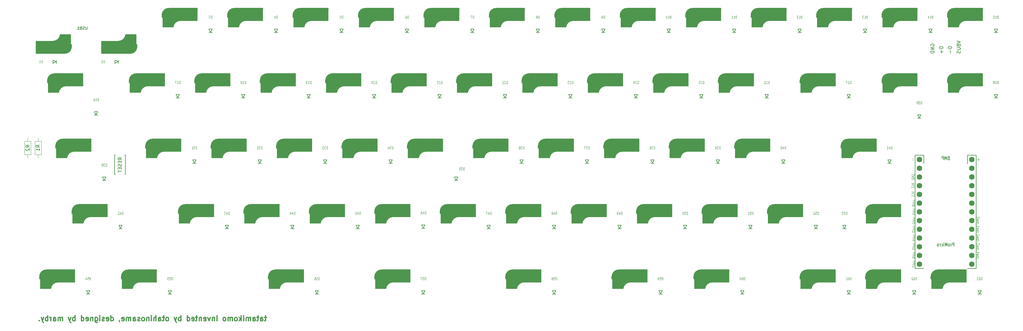
<source format=gbr>
%TF.GenerationSoftware,KiCad,Pcbnew,(6.0.5)*%
%TF.CreationDate,2022-10-29T17:12:18+09:00*%
%TF.ProjectId,tatamikomo,74617461-6d69-46b6-9f6d-6f2e6b696361,rev?*%
%TF.SameCoordinates,Original*%
%TF.FileFunction,Legend,Bot*%
%TF.FilePolarity,Positive*%
%FSLAX46Y46*%
G04 Gerber Fmt 4.6, Leading zero omitted, Abs format (unit mm)*
G04 Created by KiCad (PCBNEW (6.0.5)) date 2022-10-29 17:12:18*
%MOMM*%
%LPD*%
G01*
G04 APERTURE LIST*
%ADD10C,0.300000*%
%ADD11C,0.160000*%
%ADD12C,0.120000*%
%ADD13C,0.150000*%
%ADD14C,0.100000*%
%ADD15C,3.000000*%
%ADD16C,0.400000*%
%ADD17C,1.000000*%
%ADD18C,0.800000*%
%ADD19C,0.500000*%
%ADD20C,3.500000*%
%ADD21C,1.600000*%
G04 APERTURE END LIST*
D10*
X77189285Y-129111535D02*
X76617856Y-129111535D01*
X76974999Y-128611535D02*
X76974999Y-129897249D01*
X76903571Y-130040106D01*
X76760713Y-130111535D01*
X76617856Y-130111535D01*
X75474999Y-130111535D02*
X75474999Y-129325821D01*
X75546428Y-129182964D01*
X75689285Y-129111535D01*
X75974999Y-129111535D01*
X76117856Y-129182964D01*
X75474999Y-130040106D02*
X75617856Y-130111535D01*
X75974999Y-130111535D01*
X76117856Y-130040106D01*
X76189285Y-129897249D01*
X76189285Y-129754392D01*
X76117856Y-129611535D01*
X75974999Y-129540106D01*
X75617856Y-129540106D01*
X75474999Y-129468678D01*
X74974999Y-129111535D02*
X74403571Y-129111535D01*
X74760713Y-128611535D02*
X74760713Y-129897249D01*
X74689285Y-130040106D01*
X74546428Y-130111535D01*
X74403571Y-130111535D01*
X73260713Y-130111535D02*
X73260713Y-129325821D01*
X73332142Y-129182964D01*
X73474999Y-129111535D01*
X73760713Y-129111535D01*
X73903571Y-129182964D01*
X73260713Y-130040106D02*
X73403571Y-130111535D01*
X73760713Y-130111535D01*
X73903571Y-130040106D01*
X73974999Y-129897249D01*
X73974999Y-129754392D01*
X73903571Y-129611535D01*
X73760713Y-129540106D01*
X73403571Y-129540106D01*
X73260713Y-129468678D01*
X72546428Y-130111535D02*
X72546428Y-129111535D01*
X72546428Y-129254392D02*
X72474999Y-129182964D01*
X72332142Y-129111535D01*
X72117856Y-129111535D01*
X71974999Y-129182964D01*
X71903571Y-129325821D01*
X71903571Y-130111535D01*
X71903571Y-129325821D02*
X71832142Y-129182964D01*
X71689285Y-129111535D01*
X71474999Y-129111535D01*
X71332142Y-129182964D01*
X71260713Y-129325821D01*
X71260713Y-130111535D01*
X70546428Y-130111535D02*
X70546428Y-129111535D01*
X70546428Y-128611535D02*
X70617856Y-128682964D01*
X70546428Y-128754392D01*
X70474999Y-128682964D01*
X70546428Y-128611535D01*
X70546428Y-128754392D01*
X69832142Y-130111535D02*
X69832142Y-128611535D01*
X69689285Y-129540106D02*
X69260713Y-130111535D01*
X69260713Y-129111535D02*
X69832142Y-129682964D01*
X68403571Y-130111535D02*
X68546428Y-130040106D01*
X68617856Y-129968678D01*
X68689285Y-129825821D01*
X68689285Y-129397249D01*
X68617856Y-129254392D01*
X68546428Y-129182964D01*
X68403571Y-129111535D01*
X68189285Y-129111535D01*
X68046428Y-129182964D01*
X67974999Y-129254392D01*
X67903571Y-129397249D01*
X67903571Y-129825821D01*
X67974999Y-129968678D01*
X68046428Y-130040106D01*
X68189285Y-130111535D01*
X68403571Y-130111535D01*
X67260713Y-130111535D02*
X67260713Y-129111535D01*
X67260713Y-129254392D02*
X67189285Y-129182964D01*
X67046428Y-129111535D01*
X66832142Y-129111535D01*
X66689285Y-129182964D01*
X66617856Y-129325821D01*
X66617856Y-130111535D01*
X66617856Y-129325821D02*
X66546428Y-129182964D01*
X66403571Y-129111535D01*
X66189285Y-129111535D01*
X66046428Y-129182964D01*
X65974999Y-129325821D01*
X65974999Y-130111535D01*
X65046428Y-130111535D02*
X65189285Y-130040106D01*
X65260713Y-129968678D01*
X65332142Y-129825821D01*
X65332142Y-129397249D01*
X65260713Y-129254392D01*
X65189285Y-129182964D01*
X65046428Y-129111535D01*
X64832142Y-129111535D01*
X64689285Y-129182964D01*
X64617856Y-129254392D01*
X64546428Y-129397249D01*
X64546428Y-129825821D01*
X64617856Y-129968678D01*
X64689285Y-130040106D01*
X64832142Y-130111535D01*
X65046428Y-130111535D01*
X62760713Y-130111535D02*
X62760713Y-128611535D01*
X62046428Y-129111535D02*
X62046428Y-130111535D01*
X62046428Y-129254392D02*
X61974999Y-129182964D01*
X61832142Y-129111535D01*
X61617856Y-129111535D01*
X61474999Y-129182964D01*
X61403571Y-129325821D01*
X61403571Y-130111535D01*
X60832142Y-129111535D02*
X60474999Y-130111535D01*
X60117856Y-129111535D01*
X58974999Y-130040106D02*
X59117856Y-130111535D01*
X59403571Y-130111535D01*
X59546428Y-130040106D01*
X59617856Y-129897249D01*
X59617856Y-129325821D01*
X59546428Y-129182964D01*
X59403571Y-129111535D01*
X59117856Y-129111535D01*
X58974999Y-129182964D01*
X58903571Y-129325821D01*
X58903571Y-129468678D01*
X59617856Y-129611535D01*
X58260713Y-129111535D02*
X58260713Y-130111535D01*
X58260713Y-129254392D02*
X58189285Y-129182964D01*
X58046428Y-129111535D01*
X57832142Y-129111535D01*
X57689285Y-129182964D01*
X57617856Y-129325821D01*
X57617856Y-130111535D01*
X57117856Y-129111535D02*
X56546428Y-129111535D01*
X56903571Y-128611535D02*
X56903571Y-129897249D01*
X56832142Y-130040106D01*
X56689285Y-130111535D01*
X56546428Y-130111535D01*
X55474999Y-130040106D02*
X55617856Y-130111535D01*
X55903571Y-130111535D01*
X56046428Y-130040106D01*
X56117856Y-129897249D01*
X56117856Y-129325821D01*
X56046428Y-129182964D01*
X55903571Y-129111535D01*
X55617856Y-129111535D01*
X55474999Y-129182964D01*
X55403571Y-129325821D01*
X55403571Y-129468678D01*
X56117856Y-129611535D01*
X54117856Y-130111535D02*
X54117856Y-128611535D01*
X54117856Y-130040106D02*
X54260713Y-130111535D01*
X54546428Y-130111535D01*
X54689285Y-130040106D01*
X54760713Y-129968678D01*
X54832142Y-129825821D01*
X54832142Y-129397249D01*
X54760713Y-129254392D01*
X54689285Y-129182964D01*
X54546428Y-129111535D01*
X54260713Y-129111535D01*
X54117856Y-129182964D01*
X52260713Y-130111535D02*
X52260713Y-128611535D01*
X52260713Y-129182964D02*
X52117856Y-129111535D01*
X51832142Y-129111535D01*
X51689285Y-129182964D01*
X51617856Y-129254392D01*
X51546428Y-129397249D01*
X51546428Y-129825821D01*
X51617856Y-129968678D01*
X51689285Y-130040106D01*
X51832142Y-130111535D01*
X52117856Y-130111535D01*
X52260713Y-130040106D01*
X51046428Y-129111535D02*
X50689285Y-130111535D01*
X50332142Y-129111535D02*
X50689285Y-130111535D01*
X50832142Y-130468678D01*
X50903571Y-130540106D01*
X51046428Y-130611535D01*
X48403571Y-130111535D02*
X48546428Y-130040106D01*
X48617856Y-129968678D01*
X48689285Y-129825821D01*
X48689285Y-129397249D01*
X48617856Y-129254392D01*
X48546428Y-129182964D01*
X48403571Y-129111535D01*
X48189285Y-129111535D01*
X48046428Y-129182964D01*
X47974999Y-129254392D01*
X47903571Y-129397249D01*
X47903571Y-129825821D01*
X47974999Y-129968678D01*
X48046428Y-130040106D01*
X48189285Y-130111535D01*
X48403571Y-130111535D01*
X47474999Y-129111535D02*
X46903571Y-129111535D01*
X47260713Y-128611535D02*
X47260713Y-129897249D01*
X47189285Y-130040106D01*
X47046428Y-130111535D01*
X46903571Y-130111535D01*
X45760713Y-130111535D02*
X45760713Y-129325821D01*
X45832142Y-129182964D01*
X45974999Y-129111535D01*
X46260713Y-129111535D01*
X46403571Y-129182964D01*
X45760713Y-130040106D02*
X45903571Y-130111535D01*
X46260713Y-130111535D01*
X46403571Y-130040106D01*
X46474999Y-129897249D01*
X46474999Y-129754392D01*
X46403571Y-129611535D01*
X46260713Y-129540106D01*
X45903571Y-129540106D01*
X45760713Y-129468678D01*
X45046428Y-130111535D02*
X45046428Y-128611535D01*
X44403571Y-130111535D02*
X44403571Y-129325821D01*
X44474999Y-129182964D01*
X44617856Y-129111535D01*
X44832142Y-129111535D01*
X44974999Y-129182964D01*
X45046428Y-129254392D01*
X43689285Y-130111535D02*
X43689285Y-129111535D01*
X43689285Y-128611535D02*
X43760713Y-128682964D01*
X43689285Y-128754392D01*
X43617856Y-128682964D01*
X43689285Y-128611535D01*
X43689285Y-128754392D01*
X42974999Y-129111535D02*
X42974999Y-130111535D01*
X42974999Y-129254392D02*
X42903571Y-129182964D01*
X42760713Y-129111535D01*
X42546428Y-129111535D01*
X42403571Y-129182964D01*
X42332142Y-129325821D01*
X42332142Y-130111535D01*
X41403571Y-130111535D02*
X41546428Y-130040106D01*
X41617856Y-129968678D01*
X41689285Y-129825821D01*
X41689285Y-129397249D01*
X41617856Y-129254392D01*
X41546428Y-129182964D01*
X41403571Y-129111535D01*
X41189285Y-129111535D01*
X41046428Y-129182964D01*
X40974999Y-129254392D01*
X40903571Y-129397249D01*
X40903571Y-129825821D01*
X40974999Y-129968678D01*
X41046428Y-130040106D01*
X41189285Y-130111535D01*
X41403571Y-130111535D01*
X40332142Y-130040106D02*
X40189285Y-130111535D01*
X39903571Y-130111535D01*
X39760713Y-130040106D01*
X39689285Y-129897249D01*
X39689285Y-129825821D01*
X39760713Y-129682964D01*
X39903571Y-129611535D01*
X40117856Y-129611535D01*
X40260713Y-129540106D01*
X40332142Y-129397249D01*
X40332142Y-129325821D01*
X40260713Y-129182964D01*
X40117856Y-129111535D01*
X39903571Y-129111535D01*
X39760713Y-129182964D01*
X38403571Y-130111535D02*
X38403571Y-129325821D01*
X38474999Y-129182964D01*
X38617856Y-129111535D01*
X38903571Y-129111535D01*
X39046428Y-129182964D01*
X38403571Y-130040106D02*
X38546428Y-130111535D01*
X38903571Y-130111535D01*
X39046428Y-130040106D01*
X39117856Y-129897249D01*
X39117856Y-129754392D01*
X39046428Y-129611535D01*
X38903571Y-129540106D01*
X38546428Y-129540106D01*
X38403571Y-129468678D01*
X37689285Y-130111535D02*
X37689285Y-129111535D01*
X37689285Y-129254392D02*
X37617856Y-129182964D01*
X37474999Y-129111535D01*
X37260713Y-129111535D01*
X37117856Y-129182964D01*
X37046428Y-129325821D01*
X37046428Y-130111535D01*
X37046428Y-129325821D02*
X36974999Y-129182964D01*
X36832142Y-129111535D01*
X36617856Y-129111535D01*
X36474999Y-129182964D01*
X36403571Y-129325821D01*
X36403571Y-130111535D01*
X35117856Y-130040106D02*
X35260713Y-130111535D01*
X35546428Y-130111535D01*
X35689285Y-130040106D01*
X35760713Y-129897249D01*
X35760713Y-129325821D01*
X35689285Y-129182964D01*
X35546428Y-129111535D01*
X35260713Y-129111535D01*
X35117856Y-129182964D01*
X35046428Y-129325821D01*
X35046428Y-129468678D01*
X35760713Y-129611535D01*
X34332142Y-130040106D02*
X34332142Y-130111535D01*
X34403571Y-130254392D01*
X34474999Y-130325821D01*
X31903571Y-130111535D02*
X31903571Y-128611535D01*
X31903571Y-130040106D02*
X32046428Y-130111535D01*
X32332142Y-130111535D01*
X32474999Y-130040106D01*
X32546428Y-129968678D01*
X32617856Y-129825821D01*
X32617856Y-129397249D01*
X32546428Y-129254392D01*
X32474999Y-129182964D01*
X32332142Y-129111535D01*
X32046428Y-129111535D01*
X31903571Y-129182964D01*
X30617856Y-130040106D02*
X30760713Y-130111535D01*
X31046428Y-130111535D01*
X31189285Y-130040106D01*
X31260713Y-129897249D01*
X31260713Y-129325821D01*
X31189285Y-129182964D01*
X31046428Y-129111535D01*
X30760713Y-129111535D01*
X30617856Y-129182964D01*
X30546428Y-129325821D01*
X30546428Y-129468678D01*
X31260713Y-129611535D01*
X29974999Y-130040106D02*
X29832142Y-130111535D01*
X29546428Y-130111535D01*
X29403571Y-130040106D01*
X29332142Y-129897249D01*
X29332142Y-129825821D01*
X29403571Y-129682964D01*
X29546428Y-129611535D01*
X29760713Y-129611535D01*
X29903571Y-129540106D01*
X29974999Y-129397249D01*
X29974999Y-129325821D01*
X29903571Y-129182964D01*
X29760713Y-129111535D01*
X29546428Y-129111535D01*
X29403571Y-129182964D01*
X28689285Y-130111535D02*
X28689285Y-129111535D01*
X28689285Y-128611535D02*
X28760713Y-128682964D01*
X28689285Y-128754392D01*
X28617856Y-128682964D01*
X28689285Y-128611535D01*
X28689285Y-128754392D01*
X27332142Y-129111535D02*
X27332142Y-130325821D01*
X27403571Y-130468678D01*
X27474999Y-130540106D01*
X27617856Y-130611535D01*
X27832142Y-130611535D01*
X27974999Y-130540106D01*
X27332142Y-130040106D02*
X27474999Y-130111535D01*
X27760713Y-130111535D01*
X27903571Y-130040106D01*
X27974999Y-129968678D01*
X28046428Y-129825821D01*
X28046428Y-129397249D01*
X27974999Y-129254392D01*
X27903571Y-129182964D01*
X27760713Y-129111535D01*
X27474999Y-129111535D01*
X27332142Y-129182964D01*
X26617856Y-129111535D02*
X26617856Y-130111535D01*
X26617856Y-129254392D02*
X26546428Y-129182964D01*
X26403571Y-129111535D01*
X26189285Y-129111535D01*
X26046428Y-129182964D01*
X25974999Y-129325821D01*
X25974999Y-130111535D01*
X24689285Y-130040106D02*
X24832142Y-130111535D01*
X25117856Y-130111535D01*
X25260713Y-130040106D01*
X25332142Y-129897249D01*
X25332142Y-129325821D01*
X25260713Y-129182964D01*
X25117856Y-129111535D01*
X24832142Y-129111535D01*
X24689285Y-129182964D01*
X24617856Y-129325821D01*
X24617856Y-129468678D01*
X25332142Y-129611535D01*
X23332142Y-130111535D02*
X23332142Y-128611535D01*
X23332142Y-130040106D02*
X23474999Y-130111535D01*
X23760713Y-130111535D01*
X23903571Y-130040106D01*
X23974999Y-129968678D01*
X24046428Y-129825821D01*
X24046428Y-129397249D01*
X23974999Y-129254392D01*
X23903571Y-129182964D01*
X23760713Y-129111535D01*
X23474999Y-129111535D01*
X23332142Y-129182964D01*
X21474999Y-130111535D02*
X21474999Y-128611535D01*
X21474999Y-129182964D02*
X21332142Y-129111535D01*
X21046428Y-129111535D01*
X20903571Y-129182964D01*
X20832142Y-129254392D01*
X20760713Y-129397249D01*
X20760713Y-129825821D01*
X20832142Y-129968678D01*
X20903571Y-130040106D01*
X21046428Y-130111535D01*
X21332142Y-130111535D01*
X21474999Y-130040106D01*
X20260713Y-129111535D02*
X19903571Y-130111535D01*
X19546428Y-129111535D02*
X19903571Y-130111535D01*
X20046428Y-130468678D01*
X20117856Y-130540106D01*
X20260713Y-130611535D01*
X17832142Y-130111535D02*
X17832142Y-129111535D01*
X17832142Y-129254392D02*
X17760713Y-129182964D01*
X17617856Y-129111535D01*
X17403571Y-129111535D01*
X17260713Y-129182964D01*
X17189285Y-129325821D01*
X17189285Y-130111535D01*
X17189285Y-129325821D02*
X17117856Y-129182964D01*
X16974999Y-129111535D01*
X16760713Y-129111535D01*
X16617856Y-129182964D01*
X16546428Y-129325821D01*
X16546428Y-130111535D01*
X15189285Y-130111535D02*
X15189285Y-129325821D01*
X15260713Y-129182964D01*
X15403571Y-129111535D01*
X15689285Y-129111535D01*
X15832142Y-129182964D01*
X15189285Y-130040106D02*
X15332142Y-130111535D01*
X15689285Y-130111535D01*
X15832142Y-130040106D01*
X15903571Y-129897249D01*
X15903571Y-129754392D01*
X15832142Y-129611535D01*
X15689285Y-129540106D01*
X15332142Y-129540106D01*
X15189285Y-129468678D01*
X14474999Y-130111535D02*
X14474999Y-129111535D01*
X14474999Y-129397249D02*
X14403571Y-129254392D01*
X14332142Y-129182964D01*
X14189285Y-129111535D01*
X14046428Y-129111535D01*
X13546428Y-130111535D02*
X13546428Y-128611535D01*
X13546428Y-129182964D02*
X13403571Y-129111535D01*
X13117856Y-129111535D01*
X12974999Y-129182964D01*
X12903571Y-129254392D01*
X12832142Y-129397249D01*
X12832142Y-129825821D01*
X12903571Y-129968678D01*
X12974999Y-130040106D01*
X13117856Y-130111535D01*
X13403571Y-130111535D01*
X13546428Y-130040106D01*
X12332142Y-129111535D02*
X11974999Y-130111535D01*
X11617856Y-129111535D02*
X11974999Y-130111535D01*
X12117856Y-130468678D01*
X12189285Y-130540106D01*
X12332142Y-130611535D01*
X11046428Y-129968678D02*
X10974999Y-130040106D01*
X11046428Y-130111535D01*
X11117856Y-130040106D01*
X11046428Y-129968678D01*
X11046428Y-130111535D01*
D11*
%TO.C,U1*%
X277328761Y-108355844D02*
X277328761Y-107355844D01*
X277023999Y-107355844D01*
X276947809Y-107403464D01*
X276909714Y-107451083D01*
X276871618Y-107546321D01*
X276871618Y-107689178D01*
X276909714Y-107784416D01*
X276947809Y-107832035D01*
X277023999Y-107879654D01*
X277328761Y-107879654D01*
X276528761Y-108355844D02*
X276528761Y-107689178D01*
X276528761Y-107879654D02*
X276490666Y-107784416D01*
X276452571Y-107736797D01*
X276376380Y-107689178D01*
X276300190Y-107689178D01*
X275919237Y-108355844D02*
X275995428Y-108308225D01*
X276033523Y-108260606D01*
X276071618Y-108165368D01*
X276071618Y-107879654D01*
X276033523Y-107784416D01*
X275995428Y-107736797D01*
X275919237Y-107689178D01*
X275804952Y-107689178D01*
X275728761Y-107736797D01*
X275690666Y-107784416D01*
X275652571Y-107879654D01*
X275652571Y-108165368D01*
X275690666Y-108260606D01*
X275728761Y-108308225D01*
X275804952Y-108355844D01*
X275919237Y-108355844D01*
X275309714Y-108355844D02*
X275309714Y-107355844D01*
X275043047Y-108070130D01*
X274776380Y-107355844D01*
X274776380Y-108355844D01*
X274395428Y-108355844D02*
X274395428Y-107689178D01*
X274395428Y-107355844D02*
X274433523Y-107403464D01*
X274395428Y-107451083D01*
X274357333Y-107403464D01*
X274395428Y-107355844D01*
X274395428Y-107451083D01*
X273671618Y-108308225D02*
X273747809Y-108355844D01*
X273900190Y-108355844D01*
X273976380Y-108308225D01*
X274014475Y-108260606D01*
X274052571Y-108165368D01*
X274052571Y-107879654D01*
X274014475Y-107784416D01*
X273976380Y-107736797D01*
X273900190Y-107689178D01*
X273747809Y-107689178D01*
X273671618Y-107736797D01*
X273328761Y-108355844D02*
X273328761Y-107689178D01*
X273328761Y-107879654D02*
X273290666Y-107784416D01*
X273252571Y-107736797D01*
X273176380Y-107689178D01*
X273100190Y-107689178D01*
X272719237Y-108355844D02*
X272795428Y-108308225D01*
X272833523Y-108260606D01*
X272871618Y-108165368D01*
X272871618Y-107879654D01*
X272833523Y-107784416D01*
X272795428Y-107736797D01*
X272719237Y-107689178D01*
X272604952Y-107689178D01*
X272528761Y-107736797D01*
X272490666Y-107784416D01*
X272452571Y-107879654D01*
X272452571Y-108165368D01*
X272490666Y-108260606D01*
X272528761Y-108308225D01*
X272604952Y-108355844D01*
X272719237Y-108355844D01*
D12*
X265833285Y-107892035D02*
X265868999Y-107834892D01*
X265868999Y-107720606D01*
X265833285Y-107663464D01*
X265797571Y-107634892D01*
X265726142Y-107606321D01*
X265511856Y-107606321D01*
X265440428Y-107634892D01*
X265404714Y-107663464D01*
X265368999Y-107720606D01*
X265368999Y-107834892D01*
X265404714Y-107892035D01*
X265868999Y-108234892D02*
X265833285Y-108177749D01*
X265797571Y-108149178D01*
X265726142Y-108120606D01*
X265511856Y-108120606D01*
X265440428Y-108149178D01*
X265404714Y-108177749D01*
X265368999Y-108234892D01*
X265368999Y-108320606D01*
X265404714Y-108377749D01*
X265440428Y-108406321D01*
X265511856Y-108434892D01*
X265726142Y-108434892D01*
X265797571Y-108406321D01*
X265833285Y-108377749D01*
X265868999Y-108320606D01*
X265868999Y-108234892D01*
X265868999Y-108777749D02*
X265833285Y-108720606D01*
X265761856Y-108692035D01*
X265118999Y-108692035D01*
X265118999Y-109292035D02*
X265118999Y-109006321D01*
X265476142Y-108977749D01*
X265440428Y-109006321D01*
X265404714Y-109063464D01*
X265404714Y-109206321D01*
X265440428Y-109263464D01*
X265476142Y-109292035D01*
X265547571Y-109320606D01*
X265726142Y-109320606D01*
X265797571Y-109292035D01*
X265833285Y-109263464D01*
X265868999Y-109206321D01*
X265868999Y-109063464D01*
X265833285Y-109006321D01*
X265797571Y-108977749D01*
X265054714Y-87686321D02*
X265018999Y-87629178D01*
X265018999Y-87543464D01*
X265054714Y-87457749D01*
X265126142Y-87400606D01*
X265197571Y-87372035D01*
X265340428Y-87343464D01*
X265447571Y-87343464D01*
X265590428Y-87372035D01*
X265661856Y-87400606D01*
X265733285Y-87457749D01*
X265768999Y-87543464D01*
X265768999Y-87600606D01*
X265733285Y-87686321D01*
X265697571Y-87714892D01*
X265447571Y-87714892D01*
X265447571Y-87600606D01*
X265768999Y-87972035D02*
X265018999Y-87972035D01*
X265768999Y-88314892D01*
X265018999Y-88314892D01*
X265768999Y-88600606D02*
X265018999Y-88600606D01*
X265018999Y-88743464D01*
X265054714Y-88829178D01*
X265126142Y-88886321D01*
X265197571Y-88914892D01*
X265340428Y-88943464D01*
X265447571Y-88943464D01*
X265590428Y-88914892D01*
X265661856Y-88886321D01*
X265733285Y-88829178D01*
X265768999Y-88743464D01*
X265768999Y-88600606D01*
X283950428Y-111917749D02*
X284450428Y-111917749D01*
X284307571Y-111917749D02*
X284378999Y-111889178D01*
X284414714Y-111860606D01*
X284450428Y-111803464D01*
X284450428Y-111746321D01*
X283950428Y-111460606D02*
X283986142Y-111517749D01*
X284021856Y-111546321D01*
X284093285Y-111574892D01*
X284307571Y-111574892D01*
X284378999Y-111546321D01*
X284414714Y-111517749D01*
X284450428Y-111460606D01*
X284450428Y-111374892D01*
X284414714Y-111317749D01*
X284378999Y-111289178D01*
X284307571Y-111260606D01*
X284093285Y-111260606D01*
X284021856Y-111289178D01*
X283986142Y-111317749D01*
X283950428Y-111374892D01*
X283950428Y-111460606D01*
X284450428Y-111060606D02*
X283950428Y-110946321D01*
X284307571Y-110832035D01*
X283950428Y-110717749D01*
X284450428Y-110603464D01*
X284450428Y-110117749D02*
X283950428Y-110117749D01*
X284736142Y-110260606D02*
X284200428Y-110403464D01*
X284200428Y-110032035D01*
X284411142Y-83444416D02*
X284411142Y-82682511D01*
X284792094Y-83063464D02*
X284030190Y-83063464D01*
X265833285Y-100272035D02*
X265868999Y-100214892D01*
X265868999Y-100100606D01*
X265833285Y-100043464D01*
X265797571Y-100014892D01*
X265726142Y-99986321D01*
X265511856Y-99986321D01*
X265440428Y-100014892D01*
X265404714Y-100043464D01*
X265368999Y-100100606D01*
X265368999Y-100214892D01*
X265404714Y-100272035D01*
X265868999Y-100614892D02*
X265833285Y-100557749D01*
X265797571Y-100529178D01*
X265726142Y-100500606D01*
X265511856Y-100500606D01*
X265440428Y-100529178D01*
X265404714Y-100557749D01*
X265368999Y-100614892D01*
X265368999Y-100700606D01*
X265404714Y-100757749D01*
X265440428Y-100786321D01*
X265511856Y-100814892D01*
X265726142Y-100814892D01*
X265797571Y-100786321D01*
X265833285Y-100757749D01*
X265868999Y-100700606D01*
X265868999Y-100614892D01*
X265868999Y-101157749D02*
X265833285Y-101100606D01*
X265761856Y-101072035D01*
X265118999Y-101072035D01*
X265190428Y-101357749D02*
X265154714Y-101386321D01*
X265118999Y-101443464D01*
X265118999Y-101586321D01*
X265154714Y-101643464D01*
X265190428Y-101672035D01*
X265261856Y-101700606D01*
X265333285Y-101700606D01*
X265440428Y-101672035D01*
X265868999Y-101329178D01*
X265868999Y-101700606D01*
X265833285Y-110432035D02*
X265868999Y-110374892D01*
X265868999Y-110260606D01*
X265833285Y-110203464D01*
X265797571Y-110174892D01*
X265726142Y-110146321D01*
X265511856Y-110146321D01*
X265440428Y-110174892D01*
X265404714Y-110203464D01*
X265368999Y-110260606D01*
X265368999Y-110374892D01*
X265404714Y-110432035D01*
X265868999Y-110774892D02*
X265833285Y-110717749D01*
X265797571Y-110689178D01*
X265726142Y-110660606D01*
X265511856Y-110660606D01*
X265440428Y-110689178D01*
X265404714Y-110717749D01*
X265368999Y-110774892D01*
X265368999Y-110860606D01*
X265404714Y-110917749D01*
X265440428Y-110946321D01*
X265511856Y-110974892D01*
X265726142Y-110974892D01*
X265797571Y-110946321D01*
X265833285Y-110917749D01*
X265868999Y-110860606D01*
X265868999Y-110774892D01*
X265868999Y-111317749D02*
X265833285Y-111260606D01*
X265761856Y-111232035D01*
X265118999Y-111232035D01*
X265118999Y-111803464D02*
X265118999Y-111689178D01*
X265154714Y-111632035D01*
X265190428Y-111603464D01*
X265297571Y-111546321D01*
X265440428Y-111517749D01*
X265726142Y-111517749D01*
X265797571Y-111546321D01*
X265833285Y-111574892D01*
X265868999Y-111632035D01*
X265868999Y-111746321D01*
X265833285Y-111803464D01*
X265797571Y-111832035D01*
X265726142Y-111860606D01*
X265547571Y-111860606D01*
X265476142Y-111832035D01*
X265440428Y-111803464D01*
X265404714Y-111746321D01*
X265404714Y-111632035D01*
X265440428Y-111574892D01*
X265476142Y-111546321D01*
X265547571Y-111517749D01*
X283950428Y-104297749D02*
X284450428Y-104297749D01*
X284307571Y-104297749D02*
X284378999Y-104269178D01*
X284414714Y-104240606D01*
X284450428Y-104183464D01*
X284450428Y-104126321D01*
X283950428Y-103840606D02*
X283986142Y-103897749D01*
X284021856Y-103926321D01*
X284093285Y-103954892D01*
X284307571Y-103954892D01*
X284378999Y-103926321D01*
X284414714Y-103897749D01*
X284450428Y-103840606D01*
X284450428Y-103754892D01*
X284414714Y-103697749D01*
X284378999Y-103669178D01*
X284307571Y-103640606D01*
X284093285Y-103640606D01*
X284021856Y-103669178D01*
X283986142Y-103697749D01*
X283950428Y-103754892D01*
X283950428Y-103840606D01*
X284450428Y-103440606D02*
X283950428Y-103326321D01*
X284307571Y-103212035D01*
X283950428Y-103097749D01*
X284450428Y-102983464D01*
X283950428Y-102440606D02*
X283950428Y-102783464D01*
X283950428Y-102612035D02*
X284700428Y-102612035D01*
X284593285Y-102669178D01*
X284521856Y-102726321D01*
X284486142Y-102783464D01*
X283950428Y-106837749D02*
X284450428Y-106837749D01*
X284307571Y-106837749D02*
X284378999Y-106809178D01*
X284414714Y-106780606D01*
X284450428Y-106723464D01*
X284450428Y-106666321D01*
X283950428Y-106380606D02*
X283986142Y-106437749D01*
X284021856Y-106466321D01*
X284093285Y-106494892D01*
X284307571Y-106494892D01*
X284378999Y-106466321D01*
X284414714Y-106437749D01*
X284450428Y-106380606D01*
X284450428Y-106294892D01*
X284414714Y-106237749D01*
X284378999Y-106209178D01*
X284307571Y-106180606D01*
X284093285Y-106180606D01*
X284021856Y-106209178D01*
X283986142Y-106237749D01*
X283950428Y-106294892D01*
X283950428Y-106380606D01*
X284450428Y-105980606D02*
X283950428Y-105866321D01*
X284307571Y-105752035D01*
X283950428Y-105637749D01*
X284450428Y-105523464D01*
X284628999Y-105323464D02*
X284664714Y-105294892D01*
X284700428Y-105237749D01*
X284700428Y-105094892D01*
X284664714Y-105037749D01*
X284628999Y-105009178D01*
X284557571Y-104980606D01*
X284486142Y-104980606D01*
X284378999Y-105009178D01*
X283950428Y-105352035D01*
X283950428Y-104980606D01*
X265833285Y-95192035D02*
X265868999Y-95134892D01*
X265868999Y-95020606D01*
X265833285Y-94963464D01*
X265797571Y-94934892D01*
X265726142Y-94906321D01*
X265511856Y-94906321D01*
X265440428Y-94934892D01*
X265404714Y-94963464D01*
X265368999Y-95020606D01*
X265368999Y-95134892D01*
X265404714Y-95192035D01*
X265868999Y-95534892D02*
X265833285Y-95477749D01*
X265797571Y-95449178D01*
X265726142Y-95420606D01*
X265511856Y-95420606D01*
X265440428Y-95449178D01*
X265404714Y-95477749D01*
X265368999Y-95534892D01*
X265368999Y-95620606D01*
X265404714Y-95677749D01*
X265440428Y-95706321D01*
X265511856Y-95734892D01*
X265726142Y-95734892D01*
X265797571Y-95706321D01*
X265833285Y-95677749D01*
X265868999Y-95620606D01*
X265868999Y-95534892D01*
X265868999Y-96077749D02*
X265833285Y-96020606D01*
X265761856Y-95992035D01*
X265118999Y-95992035D01*
X265118999Y-96420606D02*
X265118999Y-96477749D01*
X265154714Y-96534892D01*
X265190428Y-96563464D01*
X265261856Y-96592035D01*
X265404714Y-96620606D01*
X265583285Y-96620606D01*
X265726142Y-96592035D01*
X265797571Y-96563464D01*
X265833285Y-96534892D01*
X265868999Y-96477749D01*
X265868999Y-96420606D01*
X265833285Y-96363464D01*
X265797571Y-96334892D01*
X265726142Y-96306321D01*
X265583285Y-96277749D01*
X265404714Y-96277749D01*
X265261856Y-96306321D01*
X265190428Y-96334892D01*
X265154714Y-96363464D01*
X265118999Y-96420606D01*
X265408285Y-82682511D02*
X265408285Y-83444416D01*
X283950428Y-109377749D02*
X284450428Y-109377749D01*
X284307571Y-109377749D02*
X284378999Y-109349178D01*
X284414714Y-109320606D01*
X284450428Y-109263464D01*
X284450428Y-109206321D01*
X283950428Y-108920606D02*
X283986142Y-108977749D01*
X284021856Y-109006321D01*
X284093285Y-109034892D01*
X284307571Y-109034892D01*
X284378999Y-109006321D01*
X284414714Y-108977749D01*
X284450428Y-108920606D01*
X284450428Y-108834892D01*
X284414714Y-108777749D01*
X284378999Y-108749178D01*
X284307571Y-108720606D01*
X284093285Y-108720606D01*
X284021856Y-108749178D01*
X283986142Y-108777749D01*
X283950428Y-108834892D01*
X283950428Y-108920606D01*
X284450428Y-108520606D02*
X283950428Y-108406321D01*
X284307571Y-108292035D01*
X283950428Y-108177749D01*
X284450428Y-108063464D01*
X284700428Y-107892035D02*
X284700428Y-107520606D01*
X284414714Y-107720606D01*
X284414714Y-107634892D01*
X284378999Y-107577749D01*
X284343285Y-107549178D01*
X284271856Y-107520606D01*
X284093285Y-107520606D01*
X284021856Y-107549178D01*
X283986142Y-107577749D01*
X283950428Y-107634892D01*
X283950428Y-107806321D01*
X283986142Y-107863464D01*
X284021856Y-107892035D01*
X283950428Y-101757749D02*
X284450428Y-101757749D01*
X284307571Y-101757749D02*
X284378999Y-101729178D01*
X284414714Y-101700606D01*
X284450428Y-101643464D01*
X284450428Y-101586321D01*
X283950428Y-101300606D02*
X283986142Y-101357749D01*
X284021856Y-101386321D01*
X284093285Y-101414892D01*
X284307571Y-101414892D01*
X284378999Y-101386321D01*
X284414714Y-101357749D01*
X284450428Y-101300606D01*
X284450428Y-101214892D01*
X284414714Y-101157749D01*
X284378999Y-101129178D01*
X284307571Y-101100606D01*
X284093285Y-101100606D01*
X284021856Y-101129178D01*
X283986142Y-101157749D01*
X283950428Y-101214892D01*
X283950428Y-101300606D01*
X284450428Y-100900606D02*
X283950428Y-100786321D01*
X284307571Y-100672035D01*
X283950428Y-100557749D01*
X284450428Y-100443464D01*
X284700428Y-100100606D02*
X284700428Y-100043464D01*
X284664714Y-99986321D01*
X284628999Y-99957749D01*
X284557571Y-99929178D01*
X284414714Y-99900606D01*
X284236142Y-99900606D01*
X284093285Y-99929178D01*
X284021856Y-99957749D01*
X283986142Y-99986321D01*
X283950428Y-100043464D01*
X283950428Y-100100606D01*
X283986142Y-100157749D01*
X284021856Y-100186321D01*
X284093285Y-100214892D01*
X284236142Y-100243464D01*
X284414714Y-100243464D01*
X284557571Y-100214892D01*
X284628999Y-100186321D01*
X284664714Y-100157749D01*
X284700428Y-100100606D01*
X265018999Y-92423464D02*
X265768999Y-92623464D01*
X265018999Y-92823464D01*
X265697571Y-93366321D02*
X265733285Y-93337749D01*
X265768999Y-93252035D01*
X265768999Y-93194892D01*
X265733285Y-93109178D01*
X265661856Y-93052035D01*
X265590428Y-93023464D01*
X265447571Y-92994892D01*
X265340428Y-92994892D01*
X265197571Y-93023464D01*
X265126142Y-93052035D01*
X265054714Y-93109178D01*
X265018999Y-93194892D01*
X265018999Y-93252035D01*
X265054714Y-93337749D01*
X265090428Y-93366321D01*
X265697571Y-93966321D02*
X265733285Y-93937749D01*
X265768999Y-93852035D01*
X265768999Y-93794892D01*
X265733285Y-93709178D01*
X265661856Y-93652035D01*
X265590428Y-93623464D01*
X265447571Y-93594892D01*
X265340428Y-93594892D01*
X265197571Y-93623464D01*
X265126142Y-93652035D01*
X265054714Y-93709178D01*
X265018999Y-93794892D01*
X265018999Y-93852035D01*
X265054714Y-93937749D01*
X265090428Y-93966321D01*
X265833285Y-102812035D02*
X265868999Y-102754892D01*
X265868999Y-102640606D01*
X265833285Y-102583464D01*
X265797571Y-102554892D01*
X265726142Y-102526321D01*
X265511856Y-102526321D01*
X265440428Y-102554892D01*
X265404714Y-102583464D01*
X265368999Y-102640606D01*
X265368999Y-102754892D01*
X265404714Y-102812035D01*
X265868999Y-103154892D02*
X265833285Y-103097749D01*
X265797571Y-103069178D01*
X265726142Y-103040606D01*
X265511856Y-103040606D01*
X265440428Y-103069178D01*
X265404714Y-103097749D01*
X265368999Y-103154892D01*
X265368999Y-103240606D01*
X265404714Y-103297749D01*
X265440428Y-103326321D01*
X265511856Y-103354892D01*
X265726142Y-103354892D01*
X265797571Y-103326321D01*
X265833285Y-103297749D01*
X265868999Y-103240606D01*
X265868999Y-103154892D01*
X265868999Y-103697749D02*
X265833285Y-103640606D01*
X265761856Y-103612035D01*
X265118999Y-103612035D01*
X265118999Y-103869178D02*
X265118999Y-104240606D01*
X265404714Y-104040606D01*
X265404714Y-104126321D01*
X265440428Y-104183464D01*
X265476142Y-104212035D01*
X265547571Y-104240606D01*
X265726142Y-104240606D01*
X265797571Y-104212035D01*
X265833285Y-104183464D01*
X265868999Y-104126321D01*
X265868999Y-103954892D01*
X265833285Y-103897749D01*
X265797571Y-103869178D01*
X265833285Y-105352035D02*
X265868999Y-105294892D01*
X265868999Y-105180606D01*
X265833285Y-105123464D01*
X265797571Y-105094892D01*
X265726142Y-105066321D01*
X265511856Y-105066321D01*
X265440428Y-105094892D01*
X265404714Y-105123464D01*
X265368999Y-105180606D01*
X265368999Y-105294892D01*
X265404714Y-105352035D01*
X265868999Y-105694892D02*
X265833285Y-105637749D01*
X265797571Y-105609178D01*
X265726142Y-105580606D01*
X265511856Y-105580606D01*
X265440428Y-105609178D01*
X265404714Y-105637749D01*
X265368999Y-105694892D01*
X265368999Y-105780606D01*
X265404714Y-105837749D01*
X265440428Y-105866321D01*
X265511856Y-105894892D01*
X265726142Y-105894892D01*
X265797571Y-105866321D01*
X265833285Y-105837749D01*
X265868999Y-105780606D01*
X265868999Y-105694892D01*
X265868999Y-106237749D02*
X265833285Y-106180606D01*
X265761856Y-106152035D01*
X265118999Y-106152035D01*
X265368999Y-106723464D02*
X265868999Y-106723464D01*
X265083285Y-106580606D02*
X265618999Y-106437749D01*
X265618999Y-106809178D01*
D11*
X275709714Y-82632035D02*
X275595428Y-82679654D01*
X275557333Y-82727273D01*
X275519237Y-82822511D01*
X275519237Y-82965368D01*
X275557333Y-83060606D01*
X275595428Y-83108225D01*
X275671618Y-83155844D01*
X275976380Y-83155844D01*
X275976380Y-82155844D01*
X275709714Y-82155844D01*
X275633523Y-82203464D01*
X275595428Y-82251083D01*
X275557333Y-82346321D01*
X275557333Y-82441559D01*
X275595428Y-82536797D01*
X275633523Y-82584416D01*
X275709714Y-82632035D01*
X275976380Y-82632035D01*
X275176380Y-83155844D02*
X275176380Y-82155844D01*
X274909714Y-82870130D01*
X274643047Y-82155844D01*
X274643047Y-83155844D01*
X274262094Y-83155844D02*
X274262094Y-82155844D01*
X273957333Y-82155844D01*
X273881142Y-82203464D01*
X273843047Y-82251083D01*
X273804952Y-82346321D01*
X273804952Y-82489178D01*
X273843047Y-82584416D01*
X273881142Y-82632035D01*
X273957333Y-82679654D01*
X274262094Y-82679654D01*
D12*
X265768999Y-90354892D02*
X265411856Y-90154892D01*
X265768999Y-90012035D02*
X265018999Y-90012035D01*
X265018999Y-90240606D01*
X265054714Y-90297749D01*
X265090428Y-90326321D01*
X265161856Y-90354892D01*
X265268999Y-90354892D01*
X265340428Y-90326321D01*
X265376142Y-90297749D01*
X265411856Y-90240606D01*
X265411856Y-90012035D01*
X265733285Y-90583464D02*
X265768999Y-90669178D01*
X265768999Y-90812035D01*
X265733285Y-90869178D01*
X265697571Y-90897749D01*
X265626142Y-90926321D01*
X265554714Y-90926321D01*
X265483285Y-90897749D01*
X265447571Y-90869178D01*
X265411856Y-90812035D01*
X265376142Y-90697749D01*
X265340428Y-90640606D01*
X265304714Y-90612035D01*
X265233285Y-90583464D01*
X265161856Y-90583464D01*
X265090428Y-90612035D01*
X265054714Y-90640606D01*
X265018999Y-90697749D01*
X265018999Y-90840606D01*
X265054714Y-90926321D01*
X265018999Y-91097749D02*
X265018999Y-91440606D01*
X265768999Y-91269178D02*
X265018999Y-91269178D01*
X265833285Y-112972035D02*
X265868999Y-112914892D01*
X265868999Y-112800606D01*
X265833285Y-112743464D01*
X265797571Y-112714892D01*
X265726142Y-112686321D01*
X265511856Y-112686321D01*
X265440428Y-112714892D01*
X265404714Y-112743464D01*
X265368999Y-112800606D01*
X265368999Y-112914892D01*
X265404714Y-112972035D01*
X265868999Y-113314892D02*
X265833285Y-113257749D01*
X265797571Y-113229178D01*
X265726142Y-113200606D01*
X265511856Y-113200606D01*
X265440428Y-113229178D01*
X265404714Y-113257749D01*
X265368999Y-113314892D01*
X265368999Y-113400606D01*
X265404714Y-113457749D01*
X265440428Y-113486321D01*
X265511856Y-113514892D01*
X265726142Y-113514892D01*
X265797571Y-113486321D01*
X265833285Y-113457749D01*
X265868999Y-113400606D01*
X265868999Y-113314892D01*
X265868999Y-113857749D02*
X265833285Y-113800606D01*
X265761856Y-113772035D01*
X265118999Y-113772035D01*
X265118999Y-114029178D02*
X265118999Y-114429178D01*
X265868999Y-114172035D01*
X265833285Y-97732035D02*
X265868999Y-97674892D01*
X265868999Y-97560606D01*
X265833285Y-97503464D01*
X265797571Y-97474892D01*
X265726142Y-97446321D01*
X265511856Y-97446321D01*
X265440428Y-97474892D01*
X265404714Y-97503464D01*
X265368999Y-97560606D01*
X265368999Y-97674892D01*
X265404714Y-97732035D01*
X265868999Y-98074892D02*
X265833285Y-98017749D01*
X265797571Y-97989178D01*
X265726142Y-97960606D01*
X265511856Y-97960606D01*
X265440428Y-97989178D01*
X265404714Y-98017749D01*
X265368999Y-98074892D01*
X265368999Y-98160606D01*
X265404714Y-98217749D01*
X265440428Y-98246321D01*
X265511856Y-98274892D01*
X265726142Y-98274892D01*
X265797571Y-98246321D01*
X265833285Y-98217749D01*
X265868999Y-98160606D01*
X265868999Y-98074892D01*
X265868999Y-98617749D02*
X265833285Y-98560606D01*
X265761856Y-98532035D01*
X265118999Y-98532035D01*
X265868999Y-99160606D02*
X265868999Y-98817749D01*
X265868999Y-98989178D02*
X265118999Y-98989178D01*
X265226142Y-98932035D01*
X265297571Y-98874892D01*
X265333285Y-98817749D01*
D13*
%TO.C,J1*%
X278172094Y-48524059D02*
X279172094Y-48857392D01*
X278172094Y-49190725D01*
X278648285Y-49857392D02*
X278695904Y-50000249D01*
X278743523Y-50047868D01*
X278838761Y-50095487D01*
X278981618Y-50095487D01*
X279076856Y-50047868D01*
X279124475Y-50000249D01*
X279172094Y-49905011D01*
X279172094Y-49524059D01*
X278172094Y-49524059D01*
X278172094Y-49857392D01*
X278219714Y-49952630D01*
X278267333Y-50000249D01*
X278362571Y-50047868D01*
X278457809Y-50047868D01*
X278553047Y-50000249D01*
X278600666Y-49952630D01*
X278648285Y-49857392D01*
X278648285Y-49524059D01*
X278172094Y-50524059D02*
X278981618Y-50524059D01*
X279076856Y-50571678D01*
X279124475Y-50619297D01*
X279172094Y-50714535D01*
X279172094Y-50905011D01*
X279124475Y-51000249D01*
X279076856Y-51047868D01*
X278981618Y-51095487D01*
X278172094Y-51095487D01*
X279124475Y-51524059D02*
X279172094Y-51666916D01*
X279172094Y-51905011D01*
X279124475Y-52000249D01*
X279076856Y-52047868D01*
X278981618Y-52095487D01*
X278886380Y-52095487D01*
X278791142Y-52047868D01*
X278743523Y-52000249D01*
X278695904Y-51905011D01*
X278648285Y-51714535D01*
X278600666Y-51619297D01*
X278553047Y-51571678D01*
X278457809Y-51524059D01*
X278362571Y-51524059D01*
X278267333Y-51571678D01*
X278219714Y-51619297D01*
X278172094Y-51714535D01*
X278172094Y-51952630D01*
X278219714Y-52095487D01*
X276632094Y-50285964D02*
X275632094Y-50285964D01*
X275632094Y-50524059D01*
X275679714Y-50666916D01*
X275774952Y-50762154D01*
X275870190Y-50809773D01*
X276060666Y-50857392D01*
X276203523Y-50857392D01*
X276393999Y-50809773D01*
X276489237Y-50762154D01*
X276584475Y-50666916D01*
X276632094Y-50524059D01*
X276632094Y-50285964D01*
X276251142Y-51285964D02*
X276251142Y-52047868D01*
X270599714Y-50000249D02*
X270552094Y-49905011D01*
X270552094Y-49762154D01*
X270599714Y-49619297D01*
X270694952Y-49524059D01*
X270790190Y-49476440D01*
X270980666Y-49428821D01*
X271123523Y-49428821D01*
X271313999Y-49476440D01*
X271409237Y-49524059D01*
X271504475Y-49619297D01*
X271552094Y-49762154D01*
X271552094Y-49857392D01*
X271504475Y-50000249D01*
X271456856Y-50047868D01*
X271123523Y-50047868D01*
X271123523Y-49857392D01*
X271552094Y-50476440D02*
X270552094Y-50476440D01*
X271552094Y-51047868D01*
X270552094Y-51047868D01*
X271552094Y-51524059D02*
X270552094Y-51524059D01*
X270552094Y-51762154D01*
X270599714Y-51905011D01*
X270694952Y-52000249D01*
X270790190Y-52047868D01*
X270980666Y-52095487D01*
X271123523Y-52095487D01*
X271313999Y-52047868D01*
X271409237Y-52000249D01*
X271504475Y-51905011D01*
X271552094Y-51762154D01*
X271552094Y-51524059D01*
X274092094Y-50285964D02*
X273092094Y-50285964D01*
X273092094Y-50524059D01*
X273139714Y-50666916D01*
X273234952Y-50762154D01*
X273330190Y-50809773D01*
X273520666Y-50857392D01*
X273663523Y-50857392D01*
X273853999Y-50809773D01*
X273949237Y-50762154D01*
X274044475Y-50666916D01*
X274092094Y-50524059D01*
X274092094Y-50285964D01*
X273711142Y-51285964D02*
X273711142Y-52047868D01*
X274092094Y-51666916D02*
X273330190Y-51666916D01*
D14*
%TO.C,D59*%
X192619285Y-118152249D02*
X192619285Y-117402249D01*
X192476428Y-117402249D01*
X192390714Y-117437964D01*
X192333571Y-117509392D01*
X192304999Y-117580821D01*
X192276428Y-117723678D01*
X192276428Y-117830821D01*
X192304999Y-117973678D01*
X192333571Y-118045106D01*
X192390714Y-118116535D01*
X192476428Y-118152249D01*
X192619285Y-118152249D01*
X191733571Y-117402249D02*
X192019285Y-117402249D01*
X192047856Y-117759392D01*
X192019285Y-117723678D01*
X191962142Y-117687964D01*
X191819285Y-117687964D01*
X191762142Y-117723678D01*
X191733571Y-117759392D01*
X191704999Y-117830821D01*
X191704999Y-118009392D01*
X191733571Y-118080821D01*
X191762142Y-118116535D01*
X191819285Y-118152249D01*
X191962142Y-118152249D01*
X192019285Y-118116535D01*
X192047856Y-118080821D01*
X191419285Y-118152249D02*
X191304999Y-118152249D01*
X191247856Y-118116535D01*
X191219285Y-118080821D01*
X191162142Y-117973678D01*
X191133571Y-117830821D01*
X191133571Y-117545106D01*
X191162142Y-117473678D01*
X191190714Y-117437964D01*
X191247856Y-117402249D01*
X191362142Y-117402249D01*
X191419285Y-117437964D01*
X191447856Y-117473678D01*
X191476428Y-117545106D01*
X191476428Y-117723678D01*
X191447856Y-117795106D01*
X191419285Y-117830821D01*
X191362142Y-117866535D01*
X191247856Y-117866535D01*
X191190714Y-117830821D01*
X191162142Y-117795106D01*
X191133571Y-117723678D01*
%TO.C,D8*%
X156614571Y-41952249D02*
X156614571Y-41202249D01*
X156471714Y-41202249D01*
X156385999Y-41237964D01*
X156328856Y-41309392D01*
X156300285Y-41380821D01*
X156271714Y-41523678D01*
X156271714Y-41630821D01*
X156300285Y-41773678D01*
X156328856Y-41845106D01*
X156385999Y-41916535D01*
X156471714Y-41952249D01*
X156614571Y-41952249D01*
X155928856Y-41523678D02*
X155985999Y-41487964D01*
X156014571Y-41452249D01*
X156043142Y-41380821D01*
X156043142Y-41345106D01*
X156014571Y-41273678D01*
X155985999Y-41237964D01*
X155928856Y-41202249D01*
X155814571Y-41202249D01*
X155757428Y-41237964D01*
X155728856Y-41273678D01*
X155700285Y-41345106D01*
X155700285Y-41380821D01*
X155728856Y-41452249D01*
X155757428Y-41487964D01*
X155814571Y-41523678D01*
X155928856Y-41523678D01*
X155985999Y-41559392D01*
X156014571Y-41595106D01*
X156043142Y-41666535D01*
X156043142Y-41809392D01*
X156014571Y-41880821D01*
X155985999Y-41916535D01*
X155928856Y-41952249D01*
X155814571Y-41952249D01*
X155757428Y-41916535D01*
X155728856Y-41880821D01*
X155700285Y-41809392D01*
X155700285Y-41666535D01*
X155728856Y-41595106D01*
X155757428Y-41559392D01*
X155814571Y-41523678D01*
%TO.C,D27*%
X247387285Y-61002249D02*
X247387285Y-60252249D01*
X247244428Y-60252249D01*
X247158714Y-60287964D01*
X247101571Y-60359392D01*
X247072999Y-60430821D01*
X247044428Y-60573678D01*
X247044428Y-60680821D01*
X247072999Y-60823678D01*
X247101571Y-60895106D01*
X247158714Y-60966535D01*
X247244428Y-61002249D01*
X247387285Y-61002249D01*
X246815856Y-60323678D02*
X246787285Y-60287964D01*
X246730142Y-60252249D01*
X246587285Y-60252249D01*
X246530142Y-60287964D01*
X246501571Y-60323678D01*
X246472999Y-60395106D01*
X246472999Y-60466535D01*
X246501571Y-60573678D01*
X246844428Y-61002249D01*
X246472999Y-61002249D01*
X246272999Y-60252249D02*
X245872999Y-60252249D01*
X246130142Y-61002249D01*
%TO.C,D13*%
X252150285Y-41952249D02*
X252150285Y-41202249D01*
X252007428Y-41202249D01*
X251921714Y-41237964D01*
X251864571Y-41309392D01*
X251835999Y-41380821D01*
X251807428Y-41523678D01*
X251807428Y-41630821D01*
X251835999Y-41773678D01*
X251864571Y-41845106D01*
X251921714Y-41916535D01*
X252007428Y-41952249D01*
X252150285Y-41952249D01*
X251235999Y-41952249D02*
X251578856Y-41952249D01*
X251407428Y-41952249D02*
X251407428Y-41202249D01*
X251464571Y-41309392D01*
X251521714Y-41380821D01*
X251578856Y-41416535D01*
X251035999Y-41202249D02*
X250664571Y-41202249D01*
X250864571Y-41487964D01*
X250778856Y-41487964D01*
X250721714Y-41523678D01*
X250693142Y-41559392D01*
X250664571Y-41630821D01*
X250664571Y-41809392D01*
X250693142Y-41880821D01*
X250721714Y-41916535D01*
X250778856Y-41952249D01*
X250950285Y-41952249D01*
X251007428Y-41916535D01*
X251035999Y-41880821D01*
%TO.C,D42*%
X35456285Y-99102249D02*
X35456285Y-98352249D01*
X35313428Y-98352249D01*
X35227714Y-98387964D01*
X35170571Y-98459392D01*
X35141999Y-98530821D01*
X35113428Y-98673678D01*
X35113428Y-98780821D01*
X35141999Y-98923678D01*
X35170571Y-98995106D01*
X35227714Y-99066535D01*
X35313428Y-99102249D01*
X35456285Y-99102249D01*
X34599142Y-98602249D02*
X34599142Y-99102249D01*
X34741999Y-98316535D02*
X34884856Y-98852249D01*
X34513428Y-98852249D01*
X34313428Y-98423678D02*
X34284856Y-98387964D01*
X34227714Y-98352249D01*
X34084856Y-98352249D01*
X34027714Y-98387964D01*
X33999142Y-98423678D01*
X33970571Y-98495106D01*
X33970571Y-98566535D01*
X33999142Y-98673678D01*
X34341999Y-99102249D01*
X33970571Y-99102249D01*
%TO.C,D7*%
X137564571Y-41952249D02*
X137564571Y-41202249D01*
X137421714Y-41202249D01*
X137335999Y-41237964D01*
X137278856Y-41309392D01*
X137250285Y-41380821D01*
X137221714Y-41523678D01*
X137221714Y-41630821D01*
X137250285Y-41773678D01*
X137278856Y-41845106D01*
X137335999Y-41916535D01*
X137421714Y-41952249D01*
X137564571Y-41952249D01*
X137021714Y-41202249D02*
X136621714Y-41202249D01*
X136878856Y-41952249D01*
%TO.C,D45*%
X104512285Y-99102249D02*
X104512285Y-98352249D01*
X104369428Y-98352249D01*
X104283714Y-98387964D01*
X104226571Y-98459392D01*
X104197999Y-98530821D01*
X104169428Y-98673678D01*
X104169428Y-98780821D01*
X104197999Y-98923678D01*
X104226571Y-98995106D01*
X104283714Y-99066535D01*
X104369428Y-99102249D01*
X104512285Y-99102249D01*
X103655142Y-98602249D02*
X103655142Y-99102249D01*
X103797999Y-98316535D02*
X103940856Y-98852249D01*
X103569428Y-98852249D01*
X103055142Y-98352249D02*
X103340856Y-98352249D01*
X103369428Y-98709392D01*
X103340856Y-98673678D01*
X103283714Y-98637964D01*
X103140856Y-98637964D01*
X103083714Y-98673678D01*
X103055142Y-98709392D01*
X103026571Y-98780821D01*
X103026571Y-98959392D01*
X103055142Y-99030821D01*
X103083714Y-99066535D01*
X103140856Y-99102249D01*
X103283714Y-99102249D01*
X103340856Y-99066535D01*
X103369428Y-99030821D01*
%TO.C,D10*%
X195000285Y-41952249D02*
X195000285Y-41202249D01*
X194857428Y-41202249D01*
X194771714Y-41237964D01*
X194714571Y-41309392D01*
X194685999Y-41380821D01*
X194657428Y-41523678D01*
X194657428Y-41630821D01*
X194685999Y-41773678D01*
X194714571Y-41845106D01*
X194771714Y-41916535D01*
X194857428Y-41952249D01*
X195000285Y-41952249D01*
X194085999Y-41952249D02*
X194428856Y-41952249D01*
X194257428Y-41952249D02*
X194257428Y-41202249D01*
X194314571Y-41309392D01*
X194371714Y-41380821D01*
X194428856Y-41416535D01*
X193714571Y-41202249D02*
X193657428Y-41202249D01*
X193600285Y-41237964D01*
X193571714Y-41273678D01*
X193543142Y-41345106D01*
X193514571Y-41487964D01*
X193514571Y-41666535D01*
X193543142Y-41809392D01*
X193571714Y-41880821D01*
X193600285Y-41916535D01*
X193657428Y-41952249D01*
X193714571Y-41952249D01*
X193771714Y-41916535D01*
X193800285Y-41880821D01*
X193828856Y-41809392D01*
X193857428Y-41666535D01*
X193857428Y-41487964D01*
X193828856Y-41345106D01*
X193800285Y-41273678D01*
X193771714Y-41237964D01*
X193714571Y-41202249D01*
%TO.C,D46*%
X123562285Y-98972249D02*
X123562285Y-98222249D01*
X123419428Y-98222249D01*
X123333714Y-98257964D01*
X123276571Y-98329392D01*
X123247999Y-98400821D01*
X123219428Y-98543678D01*
X123219428Y-98650821D01*
X123247999Y-98793678D01*
X123276571Y-98865106D01*
X123333714Y-98936535D01*
X123419428Y-98972249D01*
X123562285Y-98972249D01*
X122705142Y-98472249D02*
X122705142Y-98972249D01*
X122847999Y-98186535D02*
X122990856Y-98722249D01*
X122619428Y-98722249D01*
X122133714Y-98222249D02*
X122247999Y-98222249D01*
X122305142Y-98257964D01*
X122333714Y-98293678D01*
X122390856Y-98400821D01*
X122419428Y-98543678D01*
X122419428Y-98829392D01*
X122390856Y-98900821D01*
X122362285Y-98936535D01*
X122305142Y-98972249D01*
X122190856Y-98972249D01*
X122133714Y-98936535D01*
X122105142Y-98900821D01*
X122076571Y-98829392D01*
X122076571Y-98650821D01*
X122105142Y-98579392D01*
X122133714Y-98543678D01*
X122190856Y-98507964D01*
X122305142Y-98507964D01*
X122362285Y-98543678D01*
X122390856Y-98579392D01*
X122419428Y-98650821D01*
%TO.C,D39*%
X209287285Y-80052249D02*
X209287285Y-79302249D01*
X209144428Y-79302249D01*
X209058714Y-79337964D01*
X209001571Y-79409392D01*
X208972999Y-79480821D01*
X208944428Y-79623678D01*
X208944428Y-79730821D01*
X208972999Y-79873678D01*
X209001571Y-79945106D01*
X209058714Y-80016535D01*
X209144428Y-80052249D01*
X209287285Y-80052249D01*
X208744428Y-79302249D02*
X208372999Y-79302249D01*
X208572999Y-79587964D01*
X208487285Y-79587964D01*
X208430142Y-79623678D01*
X208401571Y-79659392D01*
X208372999Y-79730821D01*
X208372999Y-79909392D01*
X208401571Y-79980821D01*
X208430142Y-80016535D01*
X208487285Y-80052249D01*
X208658714Y-80052249D01*
X208715856Y-80016535D01*
X208744428Y-79980821D01*
X208087285Y-80052249D02*
X207972999Y-80052249D01*
X207915856Y-80016535D01*
X207887285Y-79980821D01*
X207830142Y-79873678D01*
X207801571Y-79730821D01*
X207801571Y-79445106D01*
X207830142Y-79373678D01*
X207858714Y-79337964D01*
X207915856Y-79302249D01*
X208030142Y-79302249D01*
X208087285Y-79337964D01*
X208115856Y-79373678D01*
X208144428Y-79445106D01*
X208144428Y-79623678D01*
X208115856Y-79695106D01*
X208087285Y-79730821D01*
X208030142Y-79766535D01*
X207915856Y-79766535D01*
X207858714Y-79730821D01*
X207830142Y-79695106D01*
X207801571Y-79623678D01*
%TO.C,D3*%
X61364571Y-41952249D02*
X61364571Y-41202249D01*
X61221714Y-41202249D01*
X61135999Y-41237964D01*
X61078856Y-41309392D01*
X61050285Y-41380821D01*
X61021714Y-41523678D01*
X61021714Y-41630821D01*
X61050285Y-41773678D01*
X61078856Y-41845106D01*
X61135999Y-41916535D01*
X61221714Y-41952249D01*
X61364571Y-41952249D01*
X60821714Y-41202249D02*
X60450285Y-41202249D01*
X60650285Y-41487964D01*
X60564571Y-41487964D01*
X60507428Y-41523678D01*
X60478856Y-41559392D01*
X60450285Y-41630821D01*
X60450285Y-41809392D01*
X60478856Y-41880821D01*
X60507428Y-41916535D01*
X60564571Y-41952249D01*
X60735999Y-41952249D01*
X60793142Y-41916535D01*
X60821714Y-41880821D01*
%TO.C,D22*%
X147374285Y-61002249D02*
X147374285Y-60252249D01*
X147231428Y-60252249D01*
X147145714Y-60287964D01*
X147088571Y-60359392D01*
X147059999Y-60430821D01*
X147031428Y-60573678D01*
X147031428Y-60680821D01*
X147059999Y-60823678D01*
X147088571Y-60895106D01*
X147145714Y-60966535D01*
X147231428Y-61002249D01*
X147374285Y-61002249D01*
X146802856Y-60323678D02*
X146774285Y-60287964D01*
X146717142Y-60252249D01*
X146574285Y-60252249D01*
X146517142Y-60287964D01*
X146488571Y-60323678D01*
X146459999Y-60395106D01*
X146459999Y-60466535D01*
X146488571Y-60573678D01*
X146831428Y-61002249D01*
X146459999Y-61002249D01*
X146231428Y-60323678D02*
X146202856Y-60287964D01*
X146145714Y-60252249D01*
X146002856Y-60252249D01*
X145945714Y-60287964D01*
X145917142Y-60323678D01*
X145888571Y-60395106D01*
X145888571Y-60466535D01*
X145917142Y-60573678D01*
X146259999Y-61002249D01*
X145888571Y-61002249D01*
%TO.C,D43*%
X66412285Y-99102249D02*
X66412285Y-98352249D01*
X66269428Y-98352249D01*
X66183714Y-98387964D01*
X66126571Y-98459392D01*
X66097999Y-98530821D01*
X66069428Y-98673678D01*
X66069428Y-98780821D01*
X66097999Y-98923678D01*
X66126571Y-98995106D01*
X66183714Y-99066535D01*
X66269428Y-99102249D01*
X66412285Y-99102249D01*
X65555142Y-98602249D02*
X65555142Y-99102249D01*
X65697999Y-98316535D02*
X65840856Y-98852249D01*
X65469428Y-98852249D01*
X65297999Y-98352249D02*
X64926571Y-98352249D01*
X65126571Y-98637964D01*
X65040856Y-98637964D01*
X64983714Y-98673678D01*
X64955142Y-98709392D01*
X64926571Y-98780821D01*
X64926571Y-98959392D01*
X64955142Y-99030821D01*
X64983714Y-99066535D01*
X65040856Y-99102249D01*
X65212285Y-99102249D01*
X65269428Y-99066535D01*
X65297999Y-99030821D01*
%TO.C,D29*%
X290249285Y-61002249D02*
X290249285Y-60252249D01*
X290106428Y-60252249D01*
X290020714Y-60287964D01*
X289963571Y-60359392D01*
X289934999Y-60430821D01*
X289906428Y-60573678D01*
X289906428Y-60680821D01*
X289934999Y-60823678D01*
X289963571Y-60895106D01*
X290020714Y-60966535D01*
X290106428Y-61002249D01*
X290249285Y-61002249D01*
X289677856Y-60323678D02*
X289649285Y-60287964D01*
X289592142Y-60252249D01*
X289449285Y-60252249D01*
X289392142Y-60287964D01*
X289363571Y-60323678D01*
X289334999Y-60395106D01*
X289334999Y-60466535D01*
X289363571Y-60573678D01*
X289706428Y-61002249D01*
X289334999Y-61002249D01*
X289049285Y-61002249D02*
X288934999Y-61002249D01*
X288877856Y-60966535D01*
X288849285Y-60930821D01*
X288792142Y-60823678D01*
X288763571Y-60680821D01*
X288763571Y-60395106D01*
X288792142Y-60323678D01*
X288820714Y-60287964D01*
X288877856Y-60252249D01*
X288992142Y-60252249D01*
X289049285Y-60287964D01*
X289077856Y-60323678D01*
X289106428Y-60395106D01*
X289106428Y-60573678D01*
X289077856Y-60645106D01*
X289049285Y-60680821D01*
X288992142Y-60716535D01*
X288877856Y-60716535D01*
X288820714Y-60680821D01*
X288792142Y-60645106D01*
X288763571Y-60573678D01*
%TO.C,D5*%
X99464571Y-41952249D02*
X99464571Y-41202249D01*
X99321714Y-41202249D01*
X99235999Y-41237964D01*
X99178856Y-41309392D01*
X99150285Y-41380821D01*
X99121714Y-41523678D01*
X99121714Y-41630821D01*
X99150285Y-41773678D01*
X99178856Y-41845106D01*
X99235999Y-41916535D01*
X99321714Y-41952249D01*
X99464571Y-41952249D01*
X98578856Y-41202249D02*
X98864571Y-41202249D01*
X98893142Y-41559392D01*
X98864571Y-41523678D01*
X98807428Y-41487964D01*
X98664571Y-41487964D01*
X98607428Y-41523678D01*
X98578856Y-41559392D01*
X98550285Y-41630821D01*
X98550285Y-41809392D01*
X98578856Y-41880821D01*
X98607428Y-41916535D01*
X98664571Y-41952249D01*
X98807428Y-41952249D01*
X98864571Y-41916535D01*
X98893142Y-41880821D01*
%TO.C,D30*%
X30693285Y-85052249D02*
X30693285Y-84302249D01*
X30550428Y-84302249D01*
X30464714Y-84337964D01*
X30407571Y-84409392D01*
X30378999Y-84480821D01*
X30350428Y-84623678D01*
X30350428Y-84730821D01*
X30378999Y-84873678D01*
X30407571Y-84945106D01*
X30464714Y-85016535D01*
X30550428Y-85052249D01*
X30693285Y-85052249D01*
X30150428Y-84302249D02*
X29778999Y-84302249D01*
X29978999Y-84587964D01*
X29893285Y-84587964D01*
X29836142Y-84623678D01*
X29807571Y-84659392D01*
X29778999Y-84730821D01*
X29778999Y-84909392D01*
X29807571Y-84980821D01*
X29836142Y-85016535D01*
X29893285Y-85052249D01*
X30064714Y-85052249D01*
X30121856Y-85016535D01*
X30150428Y-84980821D01*
X29407571Y-84302249D02*
X29350428Y-84302249D01*
X29293285Y-84337964D01*
X29264714Y-84373678D01*
X29236142Y-84445106D01*
X29207571Y-84587964D01*
X29207571Y-84766535D01*
X29236142Y-84909392D01*
X29264714Y-84980821D01*
X29293285Y-85016535D01*
X29350428Y-85052249D01*
X29407571Y-85052249D01*
X29464714Y-85016535D01*
X29493285Y-84980821D01*
X29521856Y-84909392D01*
X29550428Y-84766535D01*
X29550428Y-84587964D01*
X29521856Y-84445106D01*
X29493285Y-84373678D01*
X29464714Y-84337964D01*
X29407571Y-84302249D01*
D13*
%TO.C,USB1*%
X25004690Y-44400868D02*
X25004690Y-45048487D01*
X24966594Y-45124678D01*
X24928499Y-45162773D01*
X24852309Y-45200868D01*
X24699928Y-45200868D01*
X24623737Y-45162773D01*
X24585642Y-45124678D01*
X24547547Y-45048487D01*
X24547547Y-44400868D01*
X24204690Y-45162773D02*
X24090404Y-45200868D01*
X23899928Y-45200868D01*
X23823737Y-45162773D01*
X23785642Y-45124678D01*
X23747547Y-45048487D01*
X23747547Y-44972297D01*
X23785642Y-44896106D01*
X23823737Y-44858011D01*
X23899928Y-44819916D01*
X24052309Y-44781821D01*
X24128499Y-44743725D01*
X24166594Y-44705630D01*
X24204690Y-44629440D01*
X24204690Y-44553249D01*
X24166594Y-44477059D01*
X24128499Y-44438964D01*
X24052309Y-44400868D01*
X23861833Y-44400868D01*
X23747547Y-44438964D01*
X23138023Y-44781821D02*
X23023737Y-44819916D01*
X22985642Y-44858011D01*
X22947547Y-44934202D01*
X22947547Y-45048487D01*
X22985642Y-45124678D01*
X23023737Y-45162773D01*
X23099928Y-45200868D01*
X23404690Y-45200868D01*
X23404690Y-44400868D01*
X23138023Y-44400868D01*
X23061833Y-44438964D01*
X23023737Y-44477059D01*
X22985642Y-44553249D01*
X22985642Y-44629440D01*
X23023737Y-44705630D01*
X23061833Y-44743725D01*
X23138023Y-44781821D01*
X23404690Y-44781821D01*
X22185642Y-45200868D02*
X22642785Y-45200868D01*
X22414214Y-45200868D02*
X22414214Y-44400868D01*
X22490404Y-44515154D01*
X22566594Y-44591344D01*
X22642785Y-44629440D01*
D14*
%TO.C,D61*%
X247386785Y-118152249D02*
X247386785Y-117402249D01*
X247243928Y-117402249D01*
X247158214Y-117437964D01*
X247101071Y-117509392D01*
X247072499Y-117580821D01*
X247043928Y-117723678D01*
X247043928Y-117830821D01*
X247072499Y-117973678D01*
X247101071Y-118045106D01*
X247158214Y-118116535D01*
X247243928Y-118152249D01*
X247386785Y-118152249D01*
X246529642Y-117402249D02*
X246643928Y-117402249D01*
X246701071Y-117437964D01*
X246729642Y-117473678D01*
X246786785Y-117580821D01*
X246815356Y-117723678D01*
X246815356Y-118009392D01*
X246786785Y-118080821D01*
X246758214Y-118116535D01*
X246701071Y-118152249D01*
X246586785Y-118152249D01*
X246529642Y-118116535D01*
X246501071Y-118080821D01*
X246472499Y-118009392D01*
X246472499Y-117830821D01*
X246501071Y-117759392D01*
X246529642Y-117723678D01*
X246586785Y-117687964D01*
X246701071Y-117687964D01*
X246758214Y-117723678D01*
X246786785Y-117759392D01*
X246815356Y-117830821D01*
X245901071Y-118152249D02*
X246243928Y-118152249D01*
X246072499Y-118152249D02*
X246072499Y-117402249D01*
X246129642Y-117509392D01*
X246186785Y-117580821D01*
X246243928Y-117616535D01*
%TO.C,D19*%
X90225285Y-61002249D02*
X90225285Y-60252249D01*
X90082428Y-60252249D01*
X89996714Y-60287964D01*
X89939571Y-60359392D01*
X89910999Y-60430821D01*
X89882428Y-60573678D01*
X89882428Y-60680821D01*
X89910999Y-60823678D01*
X89939571Y-60895106D01*
X89996714Y-60966535D01*
X90082428Y-61002249D01*
X90225285Y-61002249D01*
X89310999Y-61002249D02*
X89653856Y-61002249D01*
X89482428Y-61002249D02*
X89482428Y-60252249D01*
X89539571Y-60359392D01*
X89596714Y-60430821D01*
X89653856Y-60466535D01*
X89025285Y-61002249D02*
X88910999Y-61002249D01*
X88853856Y-60966535D01*
X88825285Y-60930821D01*
X88768142Y-60823678D01*
X88739571Y-60680821D01*
X88739571Y-60395106D01*
X88768142Y-60323678D01*
X88796714Y-60287964D01*
X88853856Y-60252249D01*
X88968142Y-60252249D01*
X89025285Y-60287964D01*
X89053856Y-60323678D01*
X89082428Y-60395106D01*
X89082428Y-60573678D01*
X89053856Y-60645106D01*
X89025285Y-60680821D01*
X88968142Y-60716535D01*
X88853856Y-60716535D01*
X88796714Y-60680821D01*
X88768142Y-60645106D01*
X88739571Y-60573678D01*
%TO.C,D32*%
X75937285Y-80052249D02*
X75937285Y-79302249D01*
X75794428Y-79302249D01*
X75708714Y-79337964D01*
X75651571Y-79409392D01*
X75622999Y-79480821D01*
X75594428Y-79623678D01*
X75594428Y-79730821D01*
X75622999Y-79873678D01*
X75651571Y-79945106D01*
X75708714Y-80016535D01*
X75794428Y-80052249D01*
X75937285Y-80052249D01*
X75394428Y-79302249D02*
X75022999Y-79302249D01*
X75222999Y-79587964D01*
X75137285Y-79587964D01*
X75080142Y-79623678D01*
X75051571Y-79659392D01*
X75022999Y-79730821D01*
X75022999Y-79909392D01*
X75051571Y-79980821D01*
X75080142Y-80016535D01*
X75137285Y-80052249D01*
X75308714Y-80052249D01*
X75365856Y-80016535D01*
X75394428Y-79980821D01*
X74794428Y-79373678D02*
X74765856Y-79337964D01*
X74708714Y-79302249D01*
X74565856Y-79302249D01*
X74508714Y-79337964D01*
X74480142Y-79373678D01*
X74451571Y-79445106D01*
X74451571Y-79516535D01*
X74480142Y-79623678D01*
X74822999Y-80052249D01*
X74451571Y-80052249D01*
%TO.C,D37*%
X171187285Y-80052249D02*
X171187285Y-79302249D01*
X171044428Y-79302249D01*
X170958714Y-79337964D01*
X170901571Y-79409392D01*
X170872999Y-79480821D01*
X170844428Y-79623678D01*
X170844428Y-79730821D01*
X170872999Y-79873678D01*
X170901571Y-79945106D01*
X170958714Y-80016535D01*
X171044428Y-80052249D01*
X171187285Y-80052249D01*
X170644428Y-79302249D02*
X170272999Y-79302249D01*
X170472999Y-79587964D01*
X170387285Y-79587964D01*
X170330142Y-79623678D01*
X170301571Y-79659392D01*
X170272999Y-79730821D01*
X170272999Y-79909392D01*
X170301571Y-79980821D01*
X170330142Y-80016535D01*
X170387285Y-80052249D01*
X170558714Y-80052249D01*
X170615856Y-80016535D01*
X170644428Y-79980821D01*
X170072999Y-79302249D02*
X169672999Y-79302249D01*
X169930142Y-80052249D01*
%TO.C,D9*%
X175664571Y-41952249D02*
X175664571Y-41202249D01*
X175521714Y-41202249D01*
X175435999Y-41237964D01*
X175378856Y-41309392D01*
X175350285Y-41380821D01*
X175321714Y-41523678D01*
X175321714Y-41630821D01*
X175350285Y-41773678D01*
X175378856Y-41845106D01*
X175435999Y-41916535D01*
X175521714Y-41952249D01*
X175664571Y-41952249D01*
X175035999Y-41952249D02*
X174921714Y-41952249D01*
X174864571Y-41916535D01*
X174835999Y-41880821D01*
X174778856Y-41773678D01*
X174750285Y-41630821D01*
X174750285Y-41345106D01*
X174778856Y-41273678D01*
X174807428Y-41237964D01*
X174864571Y-41202249D01*
X174978856Y-41202249D01*
X175035999Y-41237964D01*
X175064571Y-41273678D01*
X175093142Y-41345106D01*
X175093142Y-41523678D01*
X175064571Y-41595106D01*
X175035999Y-41630821D01*
X174978856Y-41666535D01*
X174864571Y-41666535D01*
X174807428Y-41630821D01*
X174778856Y-41595106D01*
X174750285Y-41523678D01*
%TO.C,D21*%
X128324285Y-61002249D02*
X128324285Y-60252249D01*
X128181428Y-60252249D01*
X128095714Y-60287964D01*
X128038571Y-60359392D01*
X128009999Y-60430821D01*
X127981428Y-60573678D01*
X127981428Y-60680821D01*
X128009999Y-60823678D01*
X128038571Y-60895106D01*
X128095714Y-60966535D01*
X128181428Y-61002249D01*
X128324285Y-61002249D01*
X127752856Y-60323678D02*
X127724285Y-60287964D01*
X127667142Y-60252249D01*
X127524285Y-60252249D01*
X127467142Y-60287964D01*
X127438571Y-60323678D01*
X127409999Y-60395106D01*
X127409999Y-60466535D01*
X127438571Y-60573678D01*
X127781428Y-61002249D01*
X127409999Y-61002249D01*
X126838571Y-61002249D02*
X127181428Y-61002249D01*
X127009999Y-61002249D02*
X127009999Y-60252249D01*
X127067142Y-60359392D01*
X127124285Y-60430821D01*
X127181428Y-60466535D01*
%TO.C,D12*%
X233100285Y-41952249D02*
X233100285Y-41202249D01*
X232957428Y-41202249D01*
X232871714Y-41237964D01*
X232814571Y-41309392D01*
X232785999Y-41380821D01*
X232757428Y-41523678D01*
X232757428Y-41630821D01*
X232785999Y-41773678D01*
X232814571Y-41845106D01*
X232871714Y-41916535D01*
X232957428Y-41952249D01*
X233100285Y-41952249D01*
X232185999Y-41952249D02*
X232528856Y-41952249D01*
X232357428Y-41952249D02*
X232357428Y-41202249D01*
X232414571Y-41309392D01*
X232471714Y-41380821D01*
X232528856Y-41416535D01*
X231957428Y-41273678D02*
X231928856Y-41237964D01*
X231871714Y-41202249D01*
X231728856Y-41202249D01*
X231671714Y-41237964D01*
X231643142Y-41273678D01*
X231614571Y-41345106D01*
X231614571Y-41416535D01*
X231643142Y-41523678D01*
X231985999Y-41952249D01*
X231614571Y-41952249D01*
%TO.C,D4*%
X80414571Y-41952249D02*
X80414571Y-41202249D01*
X80271714Y-41202249D01*
X80185999Y-41237964D01*
X80128856Y-41309392D01*
X80100285Y-41380821D01*
X80071714Y-41523678D01*
X80071714Y-41630821D01*
X80100285Y-41773678D01*
X80128856Y-41845106D01*
X80185999Y-41916535D01*
X80271714Y-41952249D01*
X80414571Y-41952249D01*
X79557428Y-41452249D02*
X79557428Y-41952249D01*
X79700285Y-41166535D02*
X79843142Y-41702249D01*
X79471714Y-41702249D01*
%TO.C,D26*%
X223574285Y-61002249D02*
X223574285Y-60252249D01*
X223431428Y-60252249D01*
X223345714Y-60287964D01*
X223288571Y-60359392D01*
X223259999Y-60430821D01*
X223231428Y-60573678D01*
X223231428Y-60680821D01*
X223259999Y-60823678D01*
X223288571Y-60895106D01*
X223345714Y-60966535D01*
X223431428Y-61002249D01*
X223574285Y-61002249D01*
X223002856Y-60323678D02*
X222974285Y-60287964D01*
X222917142Y-60252249D01*
X222774285Y-60252249D01*
X222717142Y-60287964D01*
X222688571Y-60323678D01*
X222659999Y-60395106D01*
X222659999Y-60466535D01*
X222688571Y-60573678D01*
X223031428Y-61002249D01*
X222659999Y-61002249D01*
X222145714Y-60252249D02*
X222259999Y-60252249D01*
X222317142Y-60287964D01*
X222345714Y-60323678D01*
X222402856Y-60430821D01*
X222431428Y-60573678D01*
X222431428Y-60859392D01*
X222402856Y-60930821D01*
X222374285Y-60966535D01*
X222317142Y-61002249D01*
X222202856Y-61002249D01*
X222145714Y-60966535D01*
X222117142Y-60930821D01*
X222088571Y-60859392D01*
X222088571Y-60680821D01*
X222117142Y-60609392D01*
X222145714Y-60573678D01*
X222202856Y-60537964D01*
X222317142Y-60537964D01*
X222374285Y-60573678D01*
X222402856Y-60609392D01*
X222431428Y-60680821D01*
%TO.C,D56*%
X92607285Y-118152249D02*
X92607285Y-117402249D01*
X92464428Y-117402249D01*
X92378714Y-117437964D01*
X92321571Y-117509392D01*
X92292999Y-117580821D01*
X92264428Y-117723678D01*
X92264428Y-117830821D01*
X92292999Y-117973678D01*
X92321571Y-118045106D01*
X92378714Y-118116535D01*
X92464428Y-118152249D01*
X92607285Y-118152249D01*
X91721571Y-117402249D02*
X92007285Y-117402249D01*
X92035856Y-117759392D01*
X92007285Y-117723678D01*
X91950142Y-117687964D01*
X91807285Y-117687964D01*
X91750142Y-117723678D01*
X91721571Y-117759392D01*
X91692999Y-117830821D01*
X91692999Y-118009392D01*
X91721571Y-118080821D01*
X91750142Y-118116535D01*
X91807285Y-118152249D01*
X91950142Y-118152249D01*
X92007285Y-118116535D01*
X92035856Y-118080821D01*
X91178714Y-117402249D02*
X91292999Y-117402249D01*
X91350142Y-117437964D01*
X91378714Y-117473678D01*
X91435856Y-117580821D01*
X91464428Y-117723678D01*
X91464428Y-118009392D01*
X91435856Y-118080821D01*
X91407285Y-118116535D01*
X91350142Y-118152249D01*
X91235856Y-118152249D01*
X91178714Y-118116535D01*
X91150142Y-118080821D01*
X91121571Y-118009392D01*
X91121571Y-117830821D01*
X91150142Y-117759392D01*
X91178714Y-117723678D01*
X91235856Y-117687964D01*
X91350142Y-117687964D01*
X91407285Y-117723678D01*
X91435856Y-117759392D01*
X91464428Y-117830821D01*
%TO.C,D51*%
X218812285Y-99102249D02*
X218812285Y-98352249D01*
X218669428Y-98352249D01*
X218583714Y-98387964D01*
X218526571Y-98459392D01*
X218497999Y-98530821D01*
X218469428Y-98673678D01*
X218469428Y-98780821D01*
X218497999Y-98923678D01*
X218526571Y-98995106D01*
X218583714Y-99066535D01*
X218669428Y-99102249D01*
X218812285Y-99102249D01*
X217926571Y-98352249D02*
X218212285Y-98352249D01*
X218240856Y-98709392D01*
X218212285Y-98673678D01*
X218155142Y-98637964D01*
X218012285Y-98637964D01*
X217955142Y-98673678D01*
X217926571Y-98709392D01*
X217897999Y-98780821D01*
X217897999Y-98959392D01*
X217926571Y-99030821D01*
X217955142Y-99066535D01*
X218012285Y-99102249D01*
X218155142Y-99102249D01*
X218212285Y-99066535D01*
X218240856Y-99030821D01*
X217326571Y-99102249D02*
X217669428Y-99102249D01*
X217497999Y-99102249D02*
X217497999Y-98352249D01*
X217555142Y-98459392D01*
X217612285Y-98530821D01*
X217669428Y-98566535D01*
%TO.C,D41*%
X259293285Y-80052249D02*
X259293285Y-79302249D01*
X259150428Y-79302249D01*
X259064714Y-79337964D01*
X259007571Y-79409392D01*
X258978999Y-79480821D01*
X258950428Y-79623678D01*
X258950428Y-79730821D01*
X258978999Y-79873678D01*
X259007571Y-79945106D01*
X259064714Y-80016535D01*
X259150428Y-80052249D01*
X259293285Y-80052249D01*
X258436142Y-79552249D02*
X258436142Y-80052249D01*
X258578999Y-79266535D02*
X258721856Y-79802249D01*
X258350428Y-79802249D01*
X257807571Y-80052249D02*
X258150428Y-80052249D01*
X257978999Y-80052249D02*
X257978999Y-79302249D01*
X258036142Y-79409392D01*
X258093285Y-79480821D01*
X258150428Y-79516535D01*
%TO.C,D53*%
X246176785Y-99102249D02*
X246176785Y-98352249D01*
X246033928Y-98352249D01*
X245948214Y-98387964D01*
X245891071Y-98459392D01*
X245862499Y-98530821D01*
X245833928Y-98673678D01*
X245833928Y-98780821D01*
X245862499Y-98923678D01*
X245891071Y-98995106D01*
X245948214Y-99066535D01*
X246033928Y-99102249D01*
X246176785Y-99102249D01*
X245291071Y-98352249D02*
X245576785Y-98352249D01*
X245605356Y-98709392D01*
X245576785Y-98673678D01*
X245519642Y-98637964D01*
X245376785Y-98637964D01*
X245319642Y-98673678D01*
X245291071Y-98709392D01*
X245262499Y-98780821D01*
X245262499Y-98959392D01*
X245291071Y-99030821D01*
X245319642Y-99066535D01*
X245376785Y-99102249D01*
X245519642Y-99102249D01*
X245576785Y-99066535D01*
X245605356Y-99030821D01*
X245062499Y-98352249D02*
X244691071Y-98352249D01*
X244891071Y-98637964D01*
X244805356Y-98637964D01*
X244748214Y-98673678D01*
X244719642Y-98709392D01*
X244691071Y-98780821D01*
X244691071Y-98959392D01*
X244719642Y-99030821D01*
X244748214Y-99066535D01*
X244805356Y-99102249D01*
X244976785Y-99102249D01*
X245033928Y-99066535D01*
X245062499Y-99030821D01*
%TO.C,D1*%
X12004571Y-54952249D02*
X12004571Y-54202249D01*
X11861714Y-54202249D01*
X11775999Y-54237964D01*
X11718856Y-54309392D01*
X11690285Y-54380821D01*
X11661714Y-54523678D01*
X11661714Y-54630821D01*
X11690285Y-54773678D01*
X11718856Y-54845106D01*
X11775999Y-54916535D01*
X11861714Y-54952249D01*
X12004571Y-54952249D01*
X11090285Y-54952249D02*
X11433142Y-54952249D01*
X11261714Y-54952249D02*
X11261714Y-54202249D01*
X11318856Y-54309392D01*
X11375999Y-54380821D01*
X11433142Y-54416535D01*
%TO.C,D40*%
X228337285Y-80052249D02*
X228337285Y-79302249D01*
X228194428Y-79302249D01*
X228108714Y-79337964D01*
X228051571Y-79409392D01*
X228022999Y-79480821D01*
X227994428Y-79623678D01*
X227994428Y-79730821D01*
X228022999Y-79873678D01*
X228051571Y-79945106D01*
X228108714Y-80016535D01*
X228194428Y-80052249D01*
X228337285Y-80052249D01*
X227480142Y-79552249D02*
X227480142Y-80052249D01*
X227622999Y-79266535D02*
X227765856Y-79802249D01*
X227394428Y-79802249D01*
X227051571Y-79302249D02*
X226994428Y-79302249D01*
X226937285Y-79337964D01*
X226908714Y-79373678D01*
X226880142Y-79445106D01*
X226851571Y-79587964D01*
X226851571Y-79766535D01*
X226880142Y-79909392D01*
X226908714Y-79980821D01*
X226937285Y-80016535D01*
X226994428Y-80052249D01*
X227051571Y-80052249D01*
X227108714Y-80016535D01*
X227137285Y-79980821D01*
X227165856Y-79909392D01*
X227194428Y-79766535D01*
X227194428Y-79587964D01*
X227165856Y-79445106D01*
X227137285Y-79373678D01*
X227108714Y-79337964D01*
X227051571Y-79302249D01*
%TO.C,D16*%
X28312285Y-66002249D02*
X28312285Y-65252249D01*
X28169428Y-65252249D01*
X28083714Y-65287964D01*
X28026571Y-65359392D01*
X27997999Y-65430821D01*
X27969428Y-65573678D01*
X27969428Y-65680821D01*
X27997999Y-65823678D01*
X28026571Y-65895106D01*
X28083714Y-65966535D01*
X28169428Y-66002249D01*
X28312285Y-66002249D01*
X27397999Y-66002249D02*
X27740856Y-66002249D01*
X27569428Y-66002249D02*
X27569428Y-65252249D01*
X27626571Y-65359392D01*
X27683714Y-65430821D01*
X27740856Y-65466535D01*
X26883714Y-65252249D02*
X26997999Y-65252249D01*
X27055142Y-65287964D01*
X27083714Y-65323678D01*
X27140856Y-65430821D01*
X27169428Y-65573678D01*
X27169428Y-65859392D01*
X27140856Y-65930821D01*
X27112285Y-65966535D01*
X27055142Y-66002249D01*
X26940856Y-66002249D01*
X26883714Y-65966535D01*
X26855142Y-65930821D01*
X26826571Y-65859392D01*
X26826571Y-65680821D01*
X26855142Y-65609392D01*
X26883714Y-65573678D01*
X26940856Y-65537964D01*
X27055142Y-65537964D01*
X27112285Y-65573678D01*
X27140856Y-65609392D01*
X27169428Y-65680821D01*
D13*
%TO.C,R1*%
X11157094Y-79546297D02*
X10680904Y-79212964D01*
X11157094Y-78974868D02*
X10157094Y-78974868D01*
X10157094Y-79355821D01*
X10204714Y-79451059D01*
X10252333Y-79498678D01*
X10347571Y-79546297D01*
X10490428Y-79546297D01*
X10585666Y-79498678D01*
X10633285Y-79451059D01*
X10680904Y-79355821D01*
X10680904Y-78974868D01*
X11157094Y-80498678D02*
X11157094Y-79927249D01*
X11157094Y-80212964D02*
X10157094Y-80212964D01*
X10299952Y-80117725D01*
X10395190Y-80022487D01*
X10442809Y-79927249D01*
D14*
%TO.C,D48*%
X161662285Y-99102249D02*
X161662285Y-98352249D01*
X161519428Y-98352249D01*
X161433714Y-98387964D01*
X161376571Y-98459392D01*
X161347999Y-98530821D01*
X161319428Y-98673678D01*
X161319428Y-98780821D01*
X161347999Y-98923678D01*
X161376571Y-98995106D01*
X161433714Y-99066535D01*
X161519428Y-99102249D01*
X161662285Y-99102249D01*
X160805142Y-98602249D02*
X160805142Y-99102249D01*
X160947999Y-98316535D02*
X161090856Y-98852249D01*
X160719428Y-98852249D01*
X160405142Y-98673678D02*
X160462285Y-98637964D01*
X160490856Y-98602249D01*
X160519428Y-98530821D01*
X160519428Y-98495106D01*
X160490856Y-98423678D01*
X160462285Y-98387964D01*
X160405142Y-98352249D01*
X160290856Y-98352249D01*
X160233714Y-98387964D01*
X160205142Y-98423678D01*
X160176571Y-98495106D01*
X160176571Y-98530821D01*
X160205142Y-98602249D01*
X160233714Y-98637964D01*
X160290856Y-98673678D01*
X160405142Y-98673678D01*
X160462285Y-98709392D01*
X160490856Y-98745106D01*
X160519428Y-98816535D01*
X160519428Y-98959392D01*
X160490856Y-99030821D01*
X160462285Y-99066535D01*
X160405142Y-99102249D01*
X160290856Y-99102249D01*
X160233714Y-99066535D01*
X160205142Y-99030821D01*
X160176571Y-98959392D01*
X160176571Y-98816535D01*
X160205142Y-98745106D01*
X160233714Y-98709392D01*
X160290856Y-98673678D01*
%TO.C,D57*%
X123563285Y-118152249D02*
X123563285Y-117402249D01*
X123420428Y-117402249D01*
X123334714Y-117437964D01*
X123277571Y-117509392D01*
X123248999Y-117580821D01*
X123220428Y-117723678D01*
X123220428Y-117830821D01*
X123248999Y-117973678D01*
X123277571Y-118045106D01*
X123334714Y-118116535D01*
X123420428Y-118152249D01*
X123563285Y-118152249D01*
X122677571Y-117402249D02*
X122963285Y-117402249D01*
X122991856Y-117759392D01*
X122963285Y-117723678D01*
X122906142Y-117687964D01*
X122763285Y-117687964D01*
X122706142Y-117723678D01*
X122677571Y-117759392D01*
X122648999Y-117830821D01*
X122648999Y-118009392D01*
X122677571Y-118080821D01*
X122706142Y-118116535D01*
X122763285Y-118152249D01*
X122906142Y-118152249D01*
X122963285Y-118116535D01*
X122991856Y-118080821D01*
X122448999Y-117402249D02*
X122048999Y-117402249D01*
X122306142Y-118152249D01*
%TO.C,D34*%
X114037285Y-80052249D02*
X114037285Y-79302249D01*
X113894428Y-79302249D01*
X113808714Y-79337964D01*
X113751571Y-79409392D01*
X113722999Y-79480821D01*
X113694428Y-79623678D01*
X113694428Y-79730821D01*
X113722999Y-79873678D01*
X113751571Y-79945106D01*
X113808714Y-80016535D01*
X113894428Y-80052249D01*
X114037285Y-80052249D01*
X113494428Y-79302249D02*
X113122999Y-79302249D01*
X113322999Y-79587964D01*
X113237285Y-79587964D01*
X113180142Y-79623678D01*
X113151571Y-79659392D01*
X113122999Y-79730821D01*
X113122999Y-79909392D01*
X113151571Y-79980821D01*
X113180142Y-80016535D01*
X113237285Y-80052249D01*
X113408714Y-80052249D01*
X113465856Y-80016535D01*
X113494428Y-79980821D01*
X112608714Y-79552249D02*
X112608714Y-80052249D01*
X112751571Y-79266535D02*
X112894428Y-79802249D01*
X112522999Y-79802249D01*
%TO.C,D11*%
X214050285Y-41952249D02*
X214050285Y-41202249D01*
X213907428Y-41202249D01*
X213821714Y-41237964D01*
X213764571Y-41309392D01*
X213735999Y-41380821D01*
X213707428Y-41523678D01*
X213707428Y-41630821D01*
X213735999Y-41773678D01*
X213764571Y-41845106D01*
X213821714Y-41916535D01*
X213907428Y-41952249D01*
X214050285Y-41952249D01*
X213135999Y-41952249D02*
X213478856Y-41952249D01*
X213307428Y-41952249D02*
X213307428Y-41202249D01*
X213364571Y-41309392D01*
X213421714Y-41380821D01*
X213478856Y-41416535D01*
X212564571Y-41952249D02*
X212907428Y-41952249D01*
X212735999Y-41952249D02*
X212735999Y-41202249D01*
X212793142Y-41309392D01*
X212850285Y-41380821D01*
X212907428Y-41416535D01*
%TO.C,D58*%
X161663285Y-118152249D02*
X161663285Y-117402249D01*
X161520428Y-117402249D01*
X161434714Y-117437964D01*
X161377571Y-117509392D01*
X161348999Y-117580821D01*
X161320428Y-117723678D01*
X161320428Y-117830821D01*
X161348999Y-117973678D01*
X161377571Y-118045106D01*
X161434714Y-118116535D01*
X161520428Y-118152249D01*
X161663285Y-118152249D01*
X160777571Y-117402249D02*
X161063285Y-117402249D01*
X161091856Y-117759392D01*
X161063285Y-117723678D01*
X161006142Y-117687964D01*
X160863285Y-117687964D01*
X160806142Y-117723678D01*
X160777571Y-117759392D01*
X160748999Y-117830821D01*
X160748999Y-118009392D01*
X160777571Y-118080821D01*
X160806142Y-118116535D01*
X160863285Y-118152249D01*
X161006142Y-118152249D01*
X161063285Y-118116535D01*
X161091856Y-118080821D01*
X160406142Y-117723678D02*
X160463285Y-117687964D01*
X160491856Y-117652249D01*
X160520428Y-117580821D01*
X160520428Y-117545106D01*
X160491856Y-117473678D01*
X160463285Y-117437964D01*
X160406142Y-117402249D01*
X160291856Y-117402249D01*
X160234714Y-117437964D01*
X160206142Y-117473678D01*
X160177571Y-117545106D01*
X160177571Y-117580821D01*
X160206142Y-117652249D01*
X160234714Y-117687964D01*
X160291856Y-117723678D01*
X160406142Y-117723678D01*
X160463285Y-117759392D01*
X160491856Y-117795106D01*
X160520428Y-117866535D01*
X160520428Y-118009392D01*
X160491856Y-118080821D01*
X160463285Y-118116535D01*
X160406142Y-118152249D01*
X160291856Y-118152249D01*
X160234714Y-118116535D01*
X160206142Y-118080821D01*
X160177571Y-118009392D01*
X160177571Y-117866535D01*
X160206142Y-117795106D01*
X160234714Y-117759392D01*
X160291856Y-117723678D01*
%TO.C,D44*%
X85462285Y-99102249D02*
X85462285Y-98352249D01*
X85319428Y-98352249D01*
X85233714Y-98387964D01*
X85176571Y-98459392D01*
X85147999Y-98530821D01*
X85119428Y-98673678D01*
X85119428Y-98780821D01*
X85147999Y-98923678D01*
X85176571Y-98995106D01*
X85233714Y-99066535D01*
X85319428Y-99102249D01*
X85462285Y-99102249D01*
X84605142Y-98602249D02*
X84605142Y-99102249D01*
X84747999Y-98316535D02*
X84890856Y-98852249D01*
X84519428Y-98852249D01*
X84033714Y-98602249D02*
X84033714Y-99102249D01*
X84176571Y-98316535D02*
X84319428Y-98852249D01*
X83947999Y-98852249D01*
%TO.C,D33*%
X94987285Y-80052249D02*
X94987285Y-79302249D01*
X94844428Y-79302249D01*
X94758714Y-79337964D01*
X94701571Y-79409392D01*
X94672999Y-79480821D01*
X94644428Y-79623678D01*
X94644428Y-79730821D01*
X94672999Y-79873678D01*
X94701571Y-79945106D01*
X94758714Y-80016535D01*
X94844428Y-80052249D01*
X94987285Y-80052249D01*
X94444428Y-79302249D02*
X94072999Y-79302249D01*
X94272999Y-79587964D01*
X94187285Y-79587964D01*
X94130142Y-79623678D01*
X94101571Y-79659392D01*
X94072999Y-79730821D01*
X94072999Y-79909392D01*
X94101571Y-79980821D01*
X94130142Y-80016535D01*
X94187285Y-80052249D01*
X94358714Y-80052249D01*
X94415856Y-80016535D01*
X94444428Y-79980821D01*
X93872999Y-79302249D02*
X93501571Y-79302249D01*
X93701571Y-79587964D01*
X93615856Y-79587964D01*
X93558714Y-79623678D01*
X93530142Y-79659392D01*
X93501571Y-79730821D01*
X93501571Y-79909392D01*
X93530142Y-79980821D01*
X93558714Y-80016535D01*
X93615856Y-80052249D01*
X93787285Y-80052249D01*
X93844428Y-80016535D01*
X93872999Y-79980821D01*
%TO.C,D28*%
X267949285Y-66902249D02*
X267949285Y-66152249D01*
X267806428Y-66152249D01*
X267720714Y-66187964D01*
X267663571Y-66259392D01*
X267634999Y-66330821D01*
X267606428Y-66473678D01*
X267606428Y-66580821D01*
X267634999Y-66723678D01*
X267663571Y-66795106D01*
X267720714Y-66866535D01*
X267806428Y-66902249D01*
X267949285Y-66902249D01*
X267377856Y-66223678D02*
X267349285Y-66187964D01*
X267292142Y-66152249D01*
X267149285Y-66152249D01*
X267092142Y-66187964D01*
X267063571Y-66223678D01*
X267034999Y-66295106D01*
X267034999Y-66366535D01*
X267063571Y-66473678D01*
X267406428Y-66902249D01*
X267034999Y-66902249D01*
X266692142Y-66473678D02*
X266749285Y-66437964D01*
X266777856Y-66402249D01*
X266806428Y-66330821D01*
X266806428Y-66295106D01*
X266777856Y-66223678D01*
X266749285Y-66187964D01*
X266692142Y-66152249D01*
X266577856Y-66152249D01*
X266520714Y-66187964D01*
X266492142Y-66223678D01*
X266463571Y-66295106D01*
X266463571Y-66330821D01*
X266492142Y-66402249D01*
X266520714Y-66437964D01*
X266577856Y-66473678D01*
X266692142Y-66473678D01*
X266749285Y-66509392D01*
X266777856Y-66545106D01*
X266806428Y-66616535D01*
X266806428Y-66759392D01*
X266777856Y-66830821D01*
X266749285Y-66866535D01*
X266692142Y-66902249D01*
X266577856Y-66902249D01*
X266520714Y-66866535D01*
X266492142Y-66830821D01*
X266463571Y-66759392D01*
X266463571Y-66616535D01*
X266492142Y-66545106D01*
X266520714Y-66509392D01*
X266577856Y-66473678D01*
%TO.C,D62*%
X266436785Y-118152249D02*
X266436785Y-117402249D01*
X266293928Y-117402249D01*
X266208214Y-117437964D01*
X266151071Y-117509392D01*
X266122499Y-117580821D01*
X266093928Y-117723678D01*
X266093928Y-117830821D01*
X266122499Y-117973678D01*
X266151071Y-118045106D01*
X266208214Y-118116535D01*
X266293928Y-118152249D01*
X266436785Y-118152249D01*
X265579642Y-117402249D02*
X265693928Y-117402249D01*
X265751071Y-117437964D01*
X265779642Y-117473678D01*
X265836785Y-117580821D01*
X265865356Y-117723678D01*
X265865356Y-118009392D01*
X265836785Y-118080821D01*
X265808214Y-118116535D01*
X265751071Y-118152249D01*
X265636785Y-118152249D01*
X265579642Y-118116535D01*
X265551071Y-118080821D01*
X265522499Y-118009392D01*
X265522499Y-117830821D01*
X265551071Y-117759392D01*
X265579642Y-117723678D01*
X265636785Y-117687964D01*
X265751071Y-117687964D01*
X265808214Y-117723678D01*
X265836785Y-117759392D01*
X265865356Y-117830821D01*
X265293928Y-117473678D02*
X265265356Y-117437964D01*
X265208214Y-117402249D01*
X265065356Y-117402249D01*
X265008214Y-117437964D01*
X264979642Y-117473678D01*
X264951071Y-117545106D01*
X264951071Y-117616535D01*
X264979642Y-117723678D01*
X265322499Y-118152249D01*
X264951071Y-118152249D01*
%TO.C,D6*%
X118514571Y-41952249D02*
X118514571Y-41202249D01*
X118371714Y-41202249D01*
X118285999Y-41237964D01*
X118228856Y-41309392D01*
X118200285Y-41380821D01*
X118171714Y-41523678D01*
X118171714Y-41630821D01*
X118200285Y-41773678D01*
X118228856Y-41845106D01*
X118285999Y-41916535D01*
X118371714Y-41952249D01*
X118514571Y-41952249D01*
X117657428Y-41202249D02*
X117771714Y-41202249D01*
X117828856Y-41237964D01*
X117857428Y-41273678D01*
X117914571Y-41380821D01*
X117943142Y-41523678D01*
X117943142Y-41809392D01*
X117914571Y-41880821D01*
X117885999Y-41916535D01*
X117828856Y-41952249D01*
X117714571Y-41952249D01*
X117657428Y-41916535D01*
X117628856Y-41880821D01*
X117600285Y-41809392D01*
X117600285Y-41630821D01*
X117628856Y-41559392D01*
X117657428Y-41523678D01*
X117714571Y-41487964D01*
X117828856Y-41487964D01*
X117885999Y-41523678D01*
X117914571Y-41559392D01*
X117943142Y-41630821D01*
%TO.C,D54*%
X26002285Y-118152249D02*
X26002285Y-117402249D01*
X25859428Y-117402249D01*
X25773714Y-117437964D01*
X25716571Y-117509392D01*
X25687999Y-117580821D01*
X25659428Y-117723678D01*
X25659428Y-117830821D01*
X25687999Y-117973678D01*
X25716571Y-118045106D01*
X25773714Y-118116535D01*
X25859428Y-118152249D01*
X26002285Y-118152249D01*
X25116571Y-117402249D02*
X25402285Y-117402249D01*
X25430856Y-117759392D01*
X25402285Y-117723678D01*
X25345142Y-117687964D01*
X25202285Y-117687964D01*
X25145142Y-117723678D01*
X25116571Y-117759392D01*
X25087999Y-117830821D01*
X25087999Y-118009392D01*
X25116571Y-118080821D01*
X25145142Y-118116535D01*
X25202285Y-118152249D01*
X25345142Y-118152249D01*
X25402285Y-118116535D01*
X25430856Y-118080821D01*
X24573714Y-117652249D02*
X24573714Y-118152249D01*
X24716571Y-117366535D02*
X24859428Y-117902249D01*
X24487999Y-117902249D01*
%TO.C,D63*%
X285486785Y-118152249D02*
X285486785Y-117402249D01*
X285343928Y-117402249D01*
X285258214Y-117437964D01*
X285201071Y-117509392D01*
X285172499Y-117580821D01*
X285143928Y-117723678D01*
X285143928Y-117830821D01*
X285172499Y-117973678D01*
X285201071Y-118045106D01*
X285258214Y-118116535D01*
X285343928Y-118152249D01*
X285486785Y-118152249D01*
X284629642Y-117402249D02*
X284743928Y-117402249D01*
X284801071Y-117437964D01*
X284829642Y-117473678D01*
X284886785Y-117580821D01*
X284915356Y-117723678D01*
X284915356Y-118009392D01*
X284886785Y-118080821D01*
X284858214Y-118116535D01*
X284801071Y-118152249D01*
X284686785Y-118152249D01*
X284629642Y-118116535D01*
X284601071Y-118080821D01*
X284572499Y-118009392D01*
X284572499Y-117830821D01*
X284601071Y-117759392D01*
X284629642Y-117723678D01*
X284686785Y-117687964D01*
X284801071Y-117687964D01*
X284858214Y-117723678D01*
X284886785Y-117759392D01*
X284915356Y-117830821D01*
X284372499Y-117402249D02*
X284001071Y-117402249D01*
X284201071Y-117687964D01*
X284115356Y-117687964D01*
X284058214Y-117723678D01*
X284029642Y-117759392D01*
X284001071Y-117830821D01*
X284001071Y-118009392D01*
X284029642Y-118080821D01*
X284058214Y-118116535D01*
X284115356Y-118152249D01*
X284286785Y-118152249D01*
X284343928Y-118116535D01*
X284372499Y-118080821D01*
%TO.C,D52*%
X237862285Y-99102249D02*
X237862285Y-98352249D01*
X237719428Y-98352249D01*
X237633714Y-98387964D01*
X237576571Y-98459392D01*
X237547999Y-98530821D01*
X237519428Y-98673678D01*
X237519428Y-98780821D01*
X237547999Y-98923678D01*
X237576571Y-98995106D01*
X237633714Y-99066535D01*
X237719428Y-99102249D01*
X237862285Y-99102249D01*
X236976571Y-98352249D02*
X237262285Y-98352249D01*
X237290856Y-98709392D01*
X237262285Y-98673678D01*
X237205142Y-98637964D01*
X237062285Y-98637964D01*
X237005142Y-98673678D01*
X236976571Y-98709392D01*
X236947999Y-98780821D01*
X236947999Y-98959392D01*
X236976571Y-99030821D01*
X237005142Y-99066535D01*
X237062285Y-99102249D01*
X237205142Y-99102249D01*
X237262285Y-99066535D01*
X237290856Y-99030821D01*
X236719428Y-98423678D02*
X236690856Y-98387964D01*
X236633714Y-98352249D01*
X236490856Y-98352249D01*
X236433714Y-98387964D01*
X236405142Y-98423678D01*
X236376571Y-98495106D01*
X236376571Y-98566535D01*
X236405142Y-98673678D01*
X236747999Y-99102249D01*
X236376571Y-99102249D01*
%TO.C,D49*%
X180712285Y-99102249D02*
X180712285Y-98352249D01*
X180569428Y-98352249D01*
X180483714Y-98387964D01*
X180426571Y-98459392D01*
X180397999Y-98530821D01*
X180369428Y-98673678D01*
X180369428Y-98780821D01*
X180397999Y-98923678D01*
X180426571Y-98995106D01*
X180483714Y-99066535D01*
X180569428Y-99102249D01*
X180712285Y-99102249D01*
X179855142Y-98602249D02*
X179855142Y-99102249D01*
X179997999Y-98316535D02*
X180140856Y-98852249D01*
X179769428Y-98852249D01*
X179512285Y-99102249D02*
X179397999Y-99102249D01*
X179340856Y-99066535D01*
X179312285Y-99030821D01*
X179255142Y-98923678D01*
X179226571Y-98780821D01*
X179226571Y-98495106D01*
X179255142Y-98423678D01*
X179283714Y-98387964D01*
X179340856Y-98352249D01*
X179455142Y-98352249D01*
X179512285Y-98387964D01*
X179540856Y-98423678D01*
X179569428Y-98495106D01*
X179569428Y-98673678D01*
X179540856Y-98745106D01*
X179512285Y-98780821D01*
X179455142Y-98816535D01*
X179340856Y-98816535D01*
X179283714Y-98780821D01*
X179255142Y-98745106D01*
X179226571Y-98673678D01*
%TO.C,D60*%
X216431285Y-118152249D02*
X216431285Y-117402249D01*
X216288428Y-117402249D01*
X216202714Y-117437964D01*
X216145571Y-117509392D01*
X216116999Y-117580821D01*
X216088428Y-117723678D01*
X216088428Y-117830821D01*
X216116999Y-117973678D01*
X216145571Y-118045106D01*
X216202714Y-118116535D01*
X216288428Y-118152249D01*
X216431285Y-118152249D01*
X215574142Y-117402249D02*
X215688428Y-117402249D01*
X215745571Y-117437964D01*
X215774142Y-117473678D01*
X215831285Y-117580821D01*
X215859856Y-117723678D01*
X215859856Y-118009392D01*
X215831285Y-118080821D01*
X215802714Y-118116535D01*
X215745571Y-118152249D01*
X215631285Y-118152249D01*
X215574142Y-118116535D01*
X215545571Y-118080821D01*
X215516999Y-118009392D01*
X215516999Y-117830821D01*
X215545571Y-117759392D01*
X215574142Y-117723678D01*
X215631285Y-117687964D01*
X215745571Y-117687964D01*
X215802714Y-117723678D01*
X215831285Y-117759392D01*
X215859856Y-117830821D01*
X215145571Y-117402249D02*
X215088428Y-117402249D01*
X215031285Y-117437964D01*
X215002714Y-117473678D01*
X214974142Y-117545106D01*
X214945571Y-117687964D01*
X214945571Y-117866535D01*
X214974142Y-118009392D01*
X215002714Y-118080821D01*
X215031285Y-118116535D01*
X215088428Y-118152249D01*
X215145571Y-118152249D01*
X215202714Y-118116535D01*
X215231285Y-118080821D01*
X215259856Y-118009392D01*
X215288428Y-117866535D01*
X215288428Y-117687964D01*
X215259856Y-117545106D01*
X215231285Y-117473678D01*
X215202714Y-117437964D01*
X215145571Y-117402249D01*
%TO.C,D36*%
X152137285Y-80052249D02*
X152137285Y-79302249D01*
X151994428Y-79302249D01*
X151908714Y-79337964D01*
X151851571Y-79409392D01*
X151822999Y-79480821D01*
X151794428Y-79623678D01*
X151794428Y-79730821D01*
X151822999Y-79873678D01*
X151851571Y-79945106D01*
X151908714Y-80016535D01*
X151994428Y-80052249D01*
X152137285Y-80052249D01*
X151594428Y-79302249D02*
X151222999Y-79302249D01*
X151422999Y-79587964D01*
X151337285Y-79587964D01*
X151280142Y-79623678D01*
X151251571Y-79659392D01*
X151222999Y-79730821D01*
X151222999Y-79909392D01*
X151251571Y-79980821D01*
X151280142Y-80016535D01*
X151337285Y-80052249D01*
X151508714Y-80052249D01*
X151565856Y-80016535D01*
X151594428Y-79980821D01*
X150708714Y-79302249D02*
X150822999Y-79302249D01*
X150880142Y-79337964D01*
X150908714Y-79373678D01*
X150965856Y-79480821D01*
X150994428Y-79623678D01*
X150994428Y-79909392D01*
X150965856Y-79980821D01*
X150937285Y-80016535D01*
X150880142Y-80052249D01*
X150765856Y-80052249D01*
X150708714Y-80016535D01*
X150680142Y-79980821D01*
X150651571Y-79909392D01*
X150651571Y-79730821D01*
X150680142Y-79659392D01*
X150708714Y-79623678D01*
X150765856Y-79587964D01*
X150880142Y-79587964D01*
X150937285Y-79623678D01*
X150965856Y-79659392D01*
X150994428Y-79730821D01*
%TO.C,D20*%
X109274285Y-61002249D02*
X109274285Y-60252249D01*
X109131428Y-60252249D01*
X109045714Y-60287964D01*
X108988571Y-60359392D01*
X108959999Y-60430821D01*
X108931428Y-60573678D01*
X108931428Y-60680821D01*
X108959999Y-60823678D01*
X108988571Y-60895106D01*
X109045714Y-60966535D01*
X109131428Y-61002249D01*
X109274285Y-61002249D01*
X108702856Y-60323678D02*
X108674285Y-60287964D01*
X108617142Y-60252249D01*
X108474285Y-60252249D01*
X108417142Y-60287964D01*
X108388571Y-60323678D01*
X108359999Y-60395106D01*
X108359999Y-60466535D01*
X108388571Y-60573678D01*
X108731428Y-61002249D01*
X108359999Y-61002249D01*
X107988571Y-60252249D02*
X107931428Y-60252249D01*
X107874285Y-60287964D01*
X107845714Y-60323678D01*
X107817142Y-60395106D01*
X107788571Y-60537964D01*
X107788571Y-60716535D01*
X107817142Y-60859392D01*
X107845714Y-60930821D01*
X107874285Y-60966535D01*
X107931428Y-61002249D01*
X107988571Y-61002249D01*
X108045714Y-60966535D01*
X108074285Y-60930821D01*
X108102856Y-60859392D01*
X108131428Y-60716535D01*
X108131428Y-60537964D01*
X108102856Y-60395106D01*
X108074285Y-60323678D01*
X108045714Y-60287964D01*
X107988571Y-60252249D01*
D13*
%TO.C,R2*%
X8157094Y-79546297D02*
X7680904Y-79212964D01*
X8157094Y-78974868D02*
X7157094Y-78974868D01*
X7157094Y-79355821D01*
X7204714Y-79451059D01*
X7252333Y-79498678D01*
X7347571Y-79546297D01*
X7490428Y-79546297D01*
X7585666Y-79498678D01*
X7633285Y-79451059D01*
X7680904Y-79355821D01*
X7680904Y-78974868D01*
X7252333Y-79927249D02*
X7204714Y-79974868D01*
X7157094Y-80070106D01*
X7157094Y-80308202D01*
X7204714Y-80403440D01*
X7252333Y-80451059D01*
X7347571Y-80498678D01*
X7442809Y-80498678D01*
X7585666Y-80451059D01*
X8157094Y-79879630D01*
X8157094Y-80498678D01*
%TO.C,RSW1*%
X35017594Y-83159833D02*
X34541404Y-82826499D01*
X35017594Y-82588404D02*
X34017594Y-82588404D01*
X34017594Y-82969356D01*
X34065214Y-83064594D01*
X34112833Y-83112214D01*
X34208071Y-83159833D01*
X34350928Y-83159833D01*
X34446166Y-83112214D01*
X34493785Y-83064594D01*
X34541404Y-82969356D01*
X34541404Y-82588404D01*
X34493785Y-83588404D02*
X34493785Y-83921737D01*
X35017594Y-84064594D02*
X35017594Y-83588404D01*
X34017594Y-83588404D01*
X34017594Y-84064594D01*
X34969975Y-84445547D02*
X35017594Y-84588404D01*
X35017594Y-84826499D01*
X34969975Y-84921737D01*
X34922356Y-84969356D01*
X34827118Y-85016975D01*
X34731880Y-85016975D01*
X34636642Y-84969356D01*
X34589023Y-84921737D01*
X34541404Y-84826499D01*
X34493785Y-84636023D01*
X34446166Y-84540785D01*
X34398547Y-84493166D01*
X34303309Y-84445547D01*
X34208071Y-84445547D01*
X34112833Y-84493166D01*
X34065214Y-84540785D01*
X34017594Y-84636023D01*
X34017594Y-84874118D01*
X34065214Y-85016975D01*
X34493785Y-85445547D02*
X34493785Y-85778880D01*
X35017594Y-85921737D02*
X35017594Y-85445547D01*
X34017594Y-85445547D01*
X34017594Y-85921737D01*
X34017594Y-86207452D02*
X34017594Y-86778880D01*
X35017594Y-86493166D02*
X34017594Y-86493166D01*
D14*
%TO.C,D14*%
X271200285Y-41952249D02*
X271200285Y-41202249D01*
X271057428Y-41202249D01*
X270971714Y-41237964D01*
X270914571Y-41309392D01*
X270885999Y-41380821D01*
X270857428Y-41523678D01*
X270857428Y-41630821D01*
X270885999Y-41773678D01*
X270914571Y-41845106D01*
X270971714Y-41916535D01*
X271057428Y-41952249D01*
X271200285Y-41952249D01*
X270285999Y-41952249D02*
X270628856Y-41952249D01*
X270457428Y-41952249D02*
X270457428Y-41202249D01*
X270514571Y-41309392D01*
X270571714Y-41380821D01*
X270628856Y-41416535D01*
X269771714Y-41452249D02*
X269771714Y-41952249D01*
X269914571Y-41166535D02*
X270057428Y-41702249D01*
X269685999Y-41702249D01*
%TO.C,D18*%
X71175285Y-61002249D02*
X71175285Y-60252249D01*
X71032428Y-60252249D01*
X70946714Y-60287964D01*
X70889571Y-60359392D01*
X70860999Y-60430821D01*
X70832428Y-60573678D01*
X70832428Y-60680821D01*
X70860999Y-60823678D01*
X70889571Y-60895106D01*
X70946714Y-60966535D01*
X71032428Y-61002249D01*
X71175285Y-61002249D01*
X70260999Y-61002249D02*
X70603856Y-61002249D01*
X70432428Y-61002249D02*
X70432428Y-60252249D01*
X70489571Y-60359392D01*
X70546714Y-60430821D01*
X70603856Y-60466535D01*
X69918142Y-60573678D02*
X69975285Y-60537964D01*
X70003856Y-60502249D01*
X70032428Y-60430821D01*
X70032428Y-60395106D01*
X70003856Y-60323678D01*
X69975285Y-60287964D01*
X69918142Y-60252249D01*
X69803856Y-60252249D01*
X69746714Y-60287964D01*
X69718142Y-60323678D01*
X69689571Y-60395106D01*
X69689571Y-60430821D01*
X69718142Y-60502249D01*
X69746714Y-60537964D01*
X69803856Y-60573678D01*
X69918142Y-60573678D01*
X69975285Y-60609392D01*
X70003856Y-60645106D01*
X70032428Y-60716535D01*
X70032428Y-60859392D01*
X70003856Y-60930821D01*
X69975285Y-60966535D01*
X69918142Y-61002249D01*
X69803856Y-61002249D01*
X69746714Y-60966535D01*
X69718142Y-60930821D01*
X69689571Y-60859392D01*
X69689571Y-60716535D01*
X69718142Y-60645106D01*
X69746714Y-60609392D01*
X69803856Y-60573678D01*
%TO.C,D24*%
X185474285Y-61002249D02*
X185474285Y-60252249D01*
X185331428Y-60252249D01*
X185245714Y-60287964D01*
X185188571Y-60359392D01*
X185159999Y-60430821D01*
X185131428Y-60573678D01*
X185131428Y-60680821D01*
X185159999Y-60823678D01*
X185188571Y-60895106D01*
X185245714Y-60966535D01*
X185331428Y-61002249D01*
X185474285Y-61002249D01*
X184902856Y-60323678D02*
X184874285Y-60287964D01*
X184817142Y-60252249D01*
X184674285Y-60252249D01*
X184617142Y-60287964D01*
X184588571Y-60323678D01*
X184559999Y-60395106D01*
X184559999Y-60466535D01*
X184588571Y-60573678D01*
X184931428Y-61002249D01*
X184559999Y-61002249D01*
X184045714Y-60502249D02*
X184045714Y-61002249D01*
X184188571Y-60216535D02*
X184331428Y-60752249D01*
X183959999Y-60752249D01*
%TO.C,D25*%
X204524285Y-61002249D02*
X204524285Y-60252249D01*
X204381428Y-60252249D01*
X204295714Y-60287964D01*
X204238571Y-60359392D01*
X204209999Y-60430821D01*
X204181428Y-60573678D01*
X204181428Y-60680821D01*
X204209999Y-60823678D01*
X204238571Y-60895106D01*
X204295714Y-60966535D01*
X204381428Y-61002249D01*
X204524285Y-61002249D01*
X203952856Y-60323678D02*
X203924285Y-60287964D01*
X203867142Y-60252249D01*
X203724285Y-60252249D01*
X203667142Y-60287964D01*
X203638571Y-60323678D01*
X203609999Y-60395106D01*
X203609999Y-60466535D01*
X203638571Y-60573678D01*
X203981428Y-61002249D01*
X203609999Y-61002249D01*
X203067142Y-60252249D02*
X203352856Y-60252249D01*
X203381428Y-60609392D01*
X203352856Y-60573678D01*
X203295714Y-60537964D01*
X203152856Y-60537964D01*
X203095714Y-60573678D01*
X203067142Y-60609392D01*
X203038571Y-60680821D01*
X203038571Y-60859392D01*
X203067142Y-60930821D01*
X203095714Y-60966535D01*
X203152856Y-61002249D01*
X203295714Y-61002249D01*
X203352856Y-60966535D01*
X203381428Y-60930821D01*
%TO.C,D55*%
X49814285Y-118152249D02*
X49814285Y-117402249D01*
X49671428Y-117402249D01*
X49585714Y-117437964D01*
X49528571Y-117509392D01*
X49499999Y-117580821D01*
X49471428Y-117723678D01*
X49471428Y-117830821D01*
X49499999Y-117973678D01*
X49528571Y-118045106D01*
X49585714Y-118116535D01*
X49671428Y-118152249D01*
X49814285Y-118152249D01*
X48928571Y-117402249D02*
X49214285Y-117402249D01*
X49242856Y-117759392D01*
X49214285Y-117723678D01*
X49157142Y-117687964D01*
X49014285Y-117687964D01*
X48957142Y-117723678D01*
X48928571Y-117759392D01*
X48899999Y-117830821D01*
X48899999Y-118009392D01*
X48928571Y-118080821D01*
X48957142Y-118116535D01*
X49014285Y-118152249D01*
X49157142Y-118152249D01*
X49214285Y-118116535D01*
X49242856Y-118080821D01*
X48357142Y-117402249D02*
X48642856Y-117402249D01*
X48671428Y-117759392D01*
X48642856Y-117723678D01*
X48585714Y-117687964D01*
X48442856Y-117687964D01*
X48385714Y-117723678D01*
X48357142Y-117759392D01*
X48328571Y-117830821D01*
X48328571Y-118009392D01*
X48357142Y-118080821D01*
X48385714Y-118116535D01*
X48442856Y-118152249D01*
X48585714Y-118152249D01*
X48642856Y-118116535D01*
X48671428Y-118080821D01*
%TO.C,D15*%
X290250285Y-41952249D02*
X290250285Y-41202249D01*
X290107428Y-41202249D01*
X290021714Y-41237964D01*
X289964571Y-41309392D01*
X289935999Y-41380821D01*
X289907428Y-41523678D01*
X289907428Y-41630821D01*
X289935999Y-41773678D01*
X289964571Y-41845106D01*
X290021714Y-41916535D01*
X290107428Y-41952249D01*
X290250285Y-41952249D01*
X289335999Y-41952249D02*
X289678856Y-41952249D01*
X289507428Y-41952249D02*
X289507428Y-41202249D01*
X289564571Y-41309392D01*
X289621714Y-41380821D01*
X289678856Y-41416535D01*
X288793142Y-41202249D02*
X289078856Y-41202249D01*
X289107428Y-41559392D01*
X289078856Y-41523678D01*
X289021714Y-41487964D01*
X288878856Y-41487964D01*
X288821714Y-41523678D01*
X288793142Y-41559392D01*
X288764571Y-41630821D01*
X288764571Y-41809392D01*
X288793142Y-41880821D01*
X288821714Y-41916535D01*
X288878856Y-41952249D01*
X289021714Y-41952249D01*
X289078856Y-41916535D01*
X289107428Y-41880821D01*
%TO.C,D38*%
X190237285Y-80052249D02*
X190237285Y-79302249D01*
X190094428Y-79302249D01*
X190008714Y-79337964D01*
X189951571Y-79409392D01*
X189922999Y-79480821D01*
X189894428Y-79623678D01*
X189894428Y-79730821D01*
X189922999Y-79873678D01*
X189951571Y-79945106D01*
X190008714Y-80016535D01*
X190094428Y-80052249D01*
X190237285Y-80052249D01*
X189694428Y-79302249D02*
X189322999Y-79302249D01*
X189522999Y-79587964D01*
X189437285Y-79587964D01*
X189380142Y-79623678D01*
X189351571Y-79659392D01*
X189322999Y-79730821D01*
X189322999Y-79909392D01*
X189351571Y-79980821D01*
X189380142Y-80016535D01*
X189437285Y-80052249D01*
X189608714Y-80052249D01*
X189665856Y-80016535D01*
X189694428Y-79980821D01*
X188980142Y-79623678D02*
X189037285Y-79587964D01*
X189065856Y-79552249D01*
X189094428Y-79480821D01*
X189094428Y-79445106D01*
X189065856Y-79373678D01*
X189037285Y-79337964D01*
X188980142Y-79302249D01*
X188865856Y-79302249D01*
X188808714Y-79337964D01*
X188780142Y-79373678D01*
X188751571Y-79445106D01*
X188751571Y-79480821D01*
X188780142Y-79552249D01*
X188808714Y-79587964D01*
X188865856Y-79623678D01*
X188980142Y-79623678D01*
X189037285Y-79659392D01*
X189065856Y-79695106D01*
X189094428Y-79766535D01*
X189094428Y-79909392D01*
X189065856Y-79980821D01*
X189037285Y-80016535D01*
X188980142Y-80052249D01*
X188865856Y-80052249D01*
X188808714Y-80016535D01*
X188780142Y-79980821D01*
X188751571Y-79909392D01*
X188751571Y-79766535D01*
X188780142Y-79695106D01*
X188808714Y-79659392D01*
X188865856Y-79623678D01*
%TO.C,D50*%
X199762285Y-99102249D02*
X199762285Y-98352249D01*
X199619428Y-98352249D01*
X199533714Y-98387964D01*
X199476571Y-98459392D01*
X199447999Y-98530821D01*
X199419428Y-98673678D01*
X199419428Y-98780821D01*
X199447999Y-98923678D01*
X199476571Y-98995106D01*
X199533714Y-99066535D01*
X199619428Y-99102249D01*
X199762285Y-99102249D01*
X198876571Y-98352249D02*
X199162285Y-98352249D01*
X199190856Y-98709392D01*
X199162285Y-98673678D01*
X199105142Y-98637964D01*
X198962285Y-98637964D01*
X198905142Y-98673678D01*
X198876571Y-98709392D01*
X198847999Y-98780821D01*
X198847999Y-98959392D01*
X198876571Y-99030821D01*
X198905142Y-99066535D01*
X198962285Y-99102249D01*
X199105142Y-99102249D01*
X199162285Y-99066535D01*
X199190856Y-99030821D01*
X198476571Y-98352249D02*
X198419428Y-98352249D01*
X198362285Y-98387964D01*
X198333714Y-98423678D01*
X198305142Y-98495106D01*
X198276571Y-98637964D01*
X198276571Y-98816535D01*
X198305142Y-98959392D01*
X198333714Y-99030821D01*
X198362285Y-99066535D01*
X198419428Y-99102249D01*
X198476571Y-99102249D01*
X198533714Y-99066535D01*
X198562285Y-99030821D01*
X198590856Y-98959392D01*
X198619428Y-98816535D01*
X198619428Y-98637964D01*
X198590856Y-98495106D01*
X198562285Y-98423678D01*
X198533714Y-98387964D01*
X198476571Y-98352249D01*
%TO.C,D31*%
X56887285Y-80052249D02*
X56887285Y-79302249D01*
X56744428Y-79302249D01*
X56658714Y-79337964D01*
X56601571Y-79409392D01*
X56572999Y-79480821D01*
X56544428Y-79623678D01*
X56544428Y-79730821D01*
X56572999Y-79873678D01*
X56601571Y-79945106D01*
X56658714Y-80016535D01*
X56744428Y-80052249D01*
X56887285Y-80052249D01*
X56344428Y-79302249D02*
X55972999Y-79302249D01*
X56172999Y-79587964D01*
X56087285Y-79587964D01*
X56030142Y-79623678D01*
X56001571Y-79659392D01*
X55972999Y-79730821D01*
X55972999Y-79909392D01*
X56001571Y-79980821D01*
X56030142Y-80016535D01*
X56087285Y-80052249D01*
X56258714Y-80052249D01*
X56315856Y-80016535D01*
X56344428Y-79980821D01*
X55401571Y-80052249D02*
X55744428Y-80052249D01*
X55572999Y-80052249D02*
X55572999Y-79302249D01*
X55630142Y-79409392D01*
X55687285Y-79480821D01*
X55744428Y-79516535D01*
%TO.C,D35*%
X134801785Y-86147749D02*
X134801785Y-85397749D01*
X134658928Y-85397749D01*
X134573214Y-85433464D01*
X134516071Y-85504892D01*
X134487499Y-85576321D01*
X134458928Y-85719178D01*
X134458928Y-85826321D01*
X134487499Y-85969178D01*
X134516071Y-86040606D01*
X134573214Y-86112035D01*
X134658928Y-86147749D01*
X134801785Y-86147749D01*
X134258928Y-85397749D02*
X133887499Y-85397749D01*
X134087499Y-85683464D01*
X134001785Y-85683464D01*
X133944642Y-85719178D01*
X133916071Y-85754892D01*
X133887499Y-85826321D01*
X133887499Y-86004892D01*
X133916071Y-86076321D01*
X133944642Y-86112035D01*
X134001785Y-86147749D01*
X134173214Y-86147749D01*
X134230356Y-86112035D01*
X134258928Y-86076321D01*
X133344642Y-85397749D02*
X133630356Y-85397749D01*
X133658928Y-85754892D01*
X133630356Y-85719178D01*
X133573214Y-85683464D01*
X133430356Y-85683464D01*
X133373214Y-85719178D01*
X133344642Y-85754892D01*
X133316071Y-85826321D01*
X133316071Y-86004892D01*
X133344642Y-86076321D01*
X133373214Y-86112035D01*
X133430356Y-86147749D01*
X133573214Y-86147749D01*
X133630356Y-86112035D01*
X133658928Y-86076321D01*
%TO.C,D2*%
X30054571Y-54952249D02*
X30054571Y-54202249D01*
X29911714Y-54202249D01*
X29825999Y-54237964D01*
X29768856Y-54309392D01*
X29740285Y-54380821D01*
X29711714Y-54523678D01*
X29711714Y-54630821D01*
X29740285Y-54773678D01*
X29768856Y-54845106D01*
X29825999Y-54916535D01*
X29911714Y-54952249D01*
X30054571Y-54952249D01*
X29483142Y-54273678D02*
X29454571Y-54237964D01*
X29397428Y-54202249D01*
X29254571Y-54202249D01*
X29197428Y-54237964D01*
X29168856Y-54273678D01*
X29140285Y-54345106D01*
X29140285Y-54416535D01*
X29168856Y-54523678D01*
X29511714Y-54952249D01*
X29140285Y-54952249D01*
%TO.C,D23*%
X166424285Y-61002249D02*
X166424285Y-60252249D01*
X166281428Y-60252249D01*
X166195714Y-60287964D01*
X166138571Y-60359392D01*
X166109999Y-60430821D01*
X166081428Y-60573678D01*
X166081428Y-60680821D01*
X166109999Y-60823678D01*
X166138571Y-60895106D01*
X166195714Y-60966535D01*
X166281428Y-61002249D01*
X166424285Y-61002249D01*
X165852856Y-60323678D02*
X165824285Y-60287964D01*
X165767142Y-60252249D01*
X165624285Y-60252249D01*
X165567142Y-60287964D01*
X165538571Y-60323678D01*
X165509999Y-60395106D01*
X165509999Y-60466535D01*
X165538571Y-60573678D01*
X165881428Y-61002249D01*
X165509999Y-61002249D01*
X165309999Y-60252249D02*
X164938571Y-60252249D01*
X165138571Y-60537964D01*
X165052856Y-60537964D01*
X164995714Y-60573678D01*
X164967142Y-60609392D01*
X164938571Y-60680821D01*
X164938571Y-60859392D01*
X164967142Y-60930821D01*
X164995714Y-60966535D01*
X165052856Y-61002249D01*
X165224285Y-61002249D01*
X165281428Y-60966535D01*
X165309999Y-60930821D01*
%TO.C,D17*%
X52125285Y-61002249D02*
X52125285Y-60252249D01*
X51982428Y-60252249D01*
X51896714Y-60287964D01*
X51839571Y-60359392D01*
X51810999Y-60430821D01*
X51782428Y-60573678D01*
X51782428Y-60680821D01*
X51810999Y-60823678D01*
X51839571Y-60895106D01*
X51896714Y-60966535D01*
X51982428Y-61002249D01*
X52125285Y-61002249D01*
X51210999Y-61002249D02*
X51553856Y-61002249D01*
X51382428Y-61002249D02*
X51382428Y-60252249D01*
X51439571Y-60359392D01*
X51496714Y-60430821D01*
X51553856Y-60466535D01*
X51010999Y-60252249D02*
X50610999Y-60252249D01*
X50868142Y-61002249D01*
%TO.C,D47*%
X142612285Y-99102249D02*
X142612285Y-98352249D01*
X142469428Y-98352249D01*
X142383714Y-98387964D01*
X142326571Y-98459392D01*
X142297999Y-98530821D01*
X142269428Y-98673678D01*
X142269428Y-98780821D01*
X142297999Y-98923678D01*
X142326571Y-98995106D01*
X142383714Y-99066535D01*
X142469428Y-99102249D01*
X142612285Y-99102249D01*
X141755142Y-98602249D02*
X141755142Y-99102249D01*
X141897999Y-98316535D02*
X142040856Y-98852249D01*
X141669428Y-98852249D01*
X141497999Y-98352249D02*
X141097999Y-98352249D01*
X141355142Y-99102249D01*
D10*
%TO.C,SW59*%
X177830714Y-117762964D02*
X177830714Y-117112964D01*
D15*
X179460714Y-116712964D02*
X179460714Y-118952964D01*
D13*
X177980714Y-120712964D02*
X181010714Y-120712964D01*
D16*
X187880714Y-115412964D02*
X186630714Y-115412964D01*
D13*
X188030714Y-115212964D02*
X179830713Y-115212964D01*
D17*
X187530714Y-115812964D02*
X187530714Y-118312964D01*
D13*
X177730714Y-117862964D02*
X177930714Y-117862964D01*
X188030714Y-118812964D02*
X188030714Y-115212964D01*
D18*
X178330714Y-120212964D02*
X178330714Y-118412965D01*
D13*
X188010714Y-117812964D02*
X188010714Y-115562964D01*
D19*
X187830714Y-118562964D02*
X186530714Y-118512964D01*
D13*
X177730714Y-117112964D02*
X177730714Y-117862964D01*
X183230714Y-118812964D02*
X188030714Y-118812964D01*
D20*
X186230714Y-117012964D02*
X179530714Y-117012964D01*
D19*
X178180714Y-120512964D02*
X180630714Y-120512964D01*
D13*
X177980714Y-116262964D02*
X177980714Y-120712964D01*
X179830713Y-115212963D02*
G75*
G03*
X177730714Y-117112965I-100000J-1999999D01*
G01*
X183230714Y-118812964D02*
G75*
G03*
X181014396Y-120691493I-65001J-2169999D01*
G01*
D17*
X182847032Y-118412964D02*
G75*
G03*
X180634684Y-120263555I-64999J-2170002D01*
G01*
D19*
%TO.C,SW61*%
X242598214Y-118562964D02*
X241298214Y-118512964D01*
D13*
X232498214Y-117862964D02*
X232698214Y-117862964D01*
D20*
X240998214Y-117012964D02*
X234298214Y-117012964D01*
D13*
X232748214Y-120712964D02*
X235778214Y-120712964D01*
D10*
X232598214Y-117762964D02*
X232598214Y-117112964D01*
D13*
X242798214Y-118812964D02*
X242798214Y-115212964D01*
X237998214Y-118812964D02*
X242798214Y-118812964D01*
X232498214Y-117112964D02*
X232498214Y-117862964D01*
D15*
X234228214Y-116712964D02*
X234228214Y-118952964D01*
D16*
X242648214Y-115412964D02*
X241398214Y-115412964D01*
D13*
X242778214Y-117812964D02*
X242778214Y-115562964D01*
D19*
X232948214Y-120512964D02*
X235398214Y-120512964D01*
D13*
X242798214Y-115212964D02*
X234598213Y-115212964D01*
D18*
X233098214Y-120212964D02*
X233098214Y-118412965D01*
D13*
X232748214Y-116262964D02*
X232748214Y-120712964D01*
D17*
X242298214Y-115812964D02*
X242298214Y-118312964D01*
D13*
X234598213Y-115212963D02*
G75*
G03*
X232498214Y-117112965I-100000J-1999999D01*
G01*
X237998214Y-118812964D02*
G75*
G03*
X235781896Y-120691493I-65001J-2169999D01*
G01*
D17*
X237614532Y-118412964D02*
G75*
G03*
X235402184Y-120263555I-64999J-2170002D01*
G01*
D13*
%TO.C,SW8*%
X142011714Y-40912964D02*
X142011714Y-41662964D01*
D19*
X142461714Y-44312964D02*
X144911714Y-44312964D01*
D18*
X142611714Y-44012964D02*
X142611714Y-42212965D01*
D13*
X142261714Y-40062964D02*
X142261714Y-44512964D01*
X152311714Y-42612964D02*
X152311714Y-39012964D01*
X152291714Y-41612964D02*
X152291714Y-39362964D01*
D15*
X143741714Y-40512964D02*
X143741714Y-42752964D01*
D13*
X152311714Y-39012964D02*
X144111713Y-39012964D01*
D19*
X152111714Y-42362964D02*
X150811714Y-42312964D01*
D10*
X142111714Y-41562964D02*
X142111714Y-40912964D01*
D13*
X147511714Y-42612964D02*
X152311714Y-42612964D01*
D16*
X152161714Y-39212964D02*
X150911714Y-39212964D01*
D13*
X142011714Y-41662964D02*
X142211714Y-41662964D01*
D17*
X151811714Y-39612964D02*
X151811714Y-42112964D01*
D13*
X142261714Y-44512964D02*
X145291714Y-44512964D01*
D20*
X150511714Y-40812964D02*
X143811714Y-40812964D01*
D13*
X147511714Y-42612964D02*
G75*
G03*
X145295396Y-44491493I-65001J-2169999D01*
G01*
D17*
X147128032Y-42212964D02*
G75*
G03*
X144915684Y-44063555I-64999J-2170002D01*
G01*
D13*
X144111713Y-39012963D02*
G75*
G03*
X142011714Y-40912965I-100000J-1999999D01*
G01*
%TO.C,SW46*%
X108923714Y-101662964D02*
X111953714Y-101662964D01*
X118973714Y-96162964D02*
X110773713Y-96162964D01*
X108673714Y-98812964D02*
X108873714Y-98812964D01*
X114173714Y-99762964D02*
X118973714Y-99762964D01*
D19*
X118773714Y-99512964D02*
X117473714Y-99462964D01*
D13*
X108673714Y-98062964D02*
X108673714Y-98812964D01*
D15*
X110403714Y-97662964D02*
X110403714Y-99902964D01*
D17*
X118473714Y-96762964D02*
X118473714Y-99262964D01*
D13*
X118953714Y-98762964D02*
X118953714Y-96512964D01*
X118973714Y-99762964D02*
X118973714Y-96162964D01*
D10*
X108773714Y-98712964D02*
X108773714Y-98062964D01*
D18*
X109273714Y-101162964D02*
X109273714Y-99362965D01*
D16*
X118823714Y-96362964D02*
X117573714Y-96362964D01*
D13*
X108923714Y-97212964D02*
X108923714Y-101662964D01*
D19*
X109123714Y-101462964D02*
X111573714Y-101462964D01*
D20*
X117173714Y-97962964D02*
X110473714Y-97962964D01*
D17*
X113790032Y-99362964D02*
G75*
G03*
X111577684Y-101213555I-64999J-2170002D01*
G01*
D13*
X114173714Y-99762964D02*
G75*
G03*
X111957396Y-101641493I-65001J-2169999D01*
G01*
X110773713Y-96162963D02*
G75*
G03*
X108673714Y-98062965I-100000J-1999999D01*
G01*
D16*
%TO.C,SW55*%
X45075714Y-115412964D02*
X43825714Y-115412964D01*
D13*
X35175714Y-120712964D02*
X38205714Y-120712964D01*
X34925714Y-117862964D02*
X35125714Y-117862964D01*
D19*
X45025714Y-118562964D02*
X43725714Y-118512964D01*
D13*
X45225714Y-118812964D02*
X45225714Y-115212964D01*
X40425714Y-118812964D02*
X45225714Y-118812964D01*
X45205714Y-117812964D02*
X45205714Y-115562964D01*
D17*
X44725714Y-115812964D02*
X44725714Y-118312964D01*
D10*
X35025714Y-117762964D02*
X35025714Y-117112964D01*
D13*
X34925714Y-117112964D02*
X34925714Y-117862964D01*
X35175714Y-116262964D02*
X35175714Y-120712964D01*
X45225714Y-115212964D02*
X37025713Y-115212964D01*
D19*
X35375714Y-120512964D02*
X37825714Y-120512964D01*
D15*
X36655714Y-116712964D02*
X36655714Y-118952964D01*
D18*
X35525714Y-120212964D02*
X35525714Y-118412965D01*
D20*
X43425714Y-117012964D02*
X36725714Y-117012964D01*
D13*
X37025713Y-115212963D02*
G75*
G03*
X34925714Y-117112965I-100000J-1999999D01*
G01*
D17*
X40042032Y-118412964D02*
G75*
G03*
X37829684Y-120263555I-64999J-2170002D01*
G01*
D13*
X40425714Y-118812964D02*
G75*
G03*
X38209396Y-120691493I-65001J-2169999D01*
G01*
D17*
%TO.C,SW37*%
X166098714Y-77712964D02*
X166098714Y-80212964D01*
D13*
X156548714Y-78162964D02*
X156548714Y-82612964D01*
X156298714Y-79012964D02*
X156298714Y-79762964D01*
D16*
X166448714Y-77312964D02*
X165198714Y-77312964D01*
D13*
X166578714Y-79712964D02*
X166578714Y-77462964D01*
D19*
X156748714Y-82412964D02*
X159198714Y-82412964D01*
D20*
X164798714Y-78912964D02*
X158098714Y-78912964D01*
D15*
X158028714Y-78612964D02*
X158028714Y-80852964D01*
D18*
X156898714Y-82112964D02*
X156898714Y-80312965D01*
D13*
X161798714Y-80712964D02*
X166598714Y-80712964D01*
X166598714Y-80712964D02*
X166598714Y-77112964D01*
X156298714Y-79762964D02*
X156498714Y-79762964D01*
D19*
X166398714Y-80462964D02*
X165098714Y-80412964D01*
D13*
X166598714Y-77112964D02*
X158398713Y-77112964D01*
D10*
X156398714Y-79662964D02*
X156398714Y-79012964D01*
D13*
X156548714Y-82612964D02*
X159578714Y-82612964D01*
D17*
X161415032Y-80312964D02*
G75*
G03*
X159202684Y-82163555I-64999J-2170002D01*
G01*
D13*
X161798714Y-80712964D02*
G75*
G03*
X159582396Y-82591493I-65001J-2169999D01*
G01*
X158398713Y-77112963D02*
G75*
G03*
X156298714Y-79012965I-100000J-1999999D01*
G01*
%TO.C,SW49*%
X165823714Y-98062964D02*
X165823714Y-98812964D01*
X165823714Y-98812964D02*
X166023714Y-98812964D01*
X171323714Y-99762964D02*
X176123714Y-99762964D01*
D18*
X166423714Y-101162964D02*
X166423714Y-99362965D01*
D16*
X175973714Y-96362964D02*
X174723714Y-96362964D01*
D20*
X174323714Y-97962964D02*
X167623714Y-97962964D01*
D13*
X176103714Y-98762964D02*
X176103714Y-96512964D01*
D19*
X175923714Y-99512964D02*
X174623714Y-99462964D01*
D13*
X166073714Y-97212964D02*
X166073714Y-101662964D01*
D17*
X175623714Y-96762964D02*
X175623714Y-99262964D01*
D19*
X166273714Y-101462964D02*
X168723714Y-101462964D01*
D13*
X166073714Y-101662964D02*
X169103714Y-101662964D01*
X176123714Y-99762964D02*
X176123714Y-96162964D01*
X176123714Y-96162964D02*
X167923713Y-96162964D01*
D15*
X167553714Y-97662964D02*
X167553714Y-99902964D01*
D10*
X165923714Y-98712964D02*
X165923714Y-98062964D01*
D13*
X167923713Y-96162963D02*
G75*
G03*
X165823714Y-98062965I-100000J-1999999D01*
G01*
D17*
X170940032Y-99362964D02*
G75*
G03*
X168727684Y-101213555I-64999J-2170002D01*
G01*
D13*
X171323714Y-99762964D02*
G75*
G03*
X169107396Y-101641493I-65001J-2169999D01*
G01*
%TO.C,SW51*%
X214223714Y-96162964D02*
X206023713Y-96162964D01*
X214223714Y-99762964D02*
X214223714Y-96162964D01*
D19*
X214023714Y-99512964D02*
X212723714Y-99462964D01*
D13*
X204173714Y-101662964D02*
X207203714Y-101662964D01*
D16*
X214073714Y-96362964D02*
X212823714Y-96362964D01*
D13*
X204173714Y-97212964D02*
X204173714Y-101662964D01*
D20*
X212423714Y-97962964D02*
X205723714Y-97962964D01*
D15*
X205653714Y-97662964D02*
X205653714Y-99902964D01*
D18*
X204523714Y-101162964D02*
X204523714Y-99362965D01*
D10*
X204023714Y-98712964D02*
X204023714Y-98062964D01*
D13*
X203923714Y-98812964D02*
X204123714Y-98812964D01*
X203923714Y-98062964D02*
X203923714Y-98812964D01*
D17*
X213723714Y-96762964D02*
X213723714Y-99262964D01*
D13*
X214203714Y-98762964D02*
X214203714Y-96512964D01*
D19*
X204373714Y-101462964D02*
X206823714Y-101462964D01*
D13*
X209423714Y-99762964D02*
X214223714Y-99762964D01*
X206023713Y-96162963D02*
G75*
G03*
X203923714Y-98062965I-100000J-1999999D01*
G01*
D17*
X209040032Y-99362964D02*
G75*
G03*
X206827684Y-101213555I-64999J-2170002D01*
G01*
D13*
X209423714Y-99762964D02*
G75*
G03*
X207207396Y-101641493I-65001J-2169999D01*
G01*
D20*
%TO.C,SW27*%
X240998714Y-59862964D02*
X234298714Y-59862964D01*
D13*
X232498714Y-59962964D02*
X232498714Y-60712964D01*
D10*
X232598714Y-60612964D02*
X232598714Y-59962964D01*
D13*
X242778714Y-60662964D02*
X242778714Y-58412964D01*
D15*
X234228714Y-59562964D02*
X234228714Y-61802964D01*
D13*
X242798714Y-61662964D02*
X242798714Y-58062964D01*
X232748714Y-59112964D02*
X232748714Y-63562964D01*
D17*
X242298714Y-58662964D02*
X242298714Y-61162964D01*
D19*
X232948714Y-63362964D02*
X235398714Y-63362964D01*
D13*
X232748714Y-63562964D02*
X235778714Y-63562964D01*
X237998714Y-61662964D02*
X242798714Y-61662964D01*
X232498714Y-60712964D02*
X232698714Y-60712964D01*
D16*
X242648714Y-58262964D02*
X241398714Y-58262964D01*
D18*
X233098714Y-63062964D02*
X233098714Y-61262965D01*
D13*
X242798714Y-58062964D02*
X234598713Y-58062964D01*
D19*
X242598714Y-61412964D02*
X241298714Y-61362964D01*
D13*
X237998714Y-61662964D02*
G75*
G03*
X235782396Y-63541493I-65001J-2169999D01*
G01*
D17*
X237615032Y-61262964D02*
G75*
G03*
X235402684Y-63113555I-64999J-2170002D01*
G01*
D13*
X234598713Y-58062963D02*
G75*
G03*
X232498714Y-59962965I-100000J-1999999D01*
G01*
D19*
%TO.C,SW17*%
X37685714Y-63362964D02*
X40135714Y-63362964D01*
D10*
X37335714Y-60612964D02*
X37335714Y-59962964D01*
D13*
X37485714Y-59112964D02*
X37485714Y-63562964D01*
D17*
X47035714Y-58662964D02*
X47035714Y-61162964D01*
D18*
X37835714Y-63062964D02*
X37835714Y-61262965D01*
D19*
X47335714Y-61412964D02*
X46035714Y-61362964D01*
D13*
X37235714Y-59962964D02*
X37235714Y-60712964D01*
X47515714Y-60662964D02*
X47515714Y-58412964D01*
D15*
X38965714Y-59562964D02*
X38965714Y-61802964D01*
D13*
X47535714Y-61662964D02*
X47535714Y-58062964D01*
X42735714Y-61662964D02*
X47535714Y-61662964D01*
X37235714Y-60712964D02*
X37435714Y-60712964D01*
X47535714Y-58062964D02*
X39335713Y-58062964D01*
X37485714Y-63562964D02*
X40515714Y-63562964D01*
D16*
X47385714Y-58262964D02*
X46135714Y-58262964D01*
D20*
X45735714Y-59862964D02*
X39035714Y-59862964D01*
D13*
X42735714Y-61662964D02*
G75*
G03*
X40519396Y-63541493I-65001J-2169999D01*
G01*
D17*
X42352032Y-61262964D02*
G75*
G03*
X40139684Y-63113555I-64999J-2170002D01*
G01*
D13*
X39335713Y-58062963D02*
G75*
G03*
X37235714Y-59962965I-100000J-1999999D01*
G01*
%TO.C,U1*%
X266029714Y-114813464D02*
X268559714Y-114813464D01*
X266029714Y-114813464D02*
X266029714Y-81793464D01*
X268569714Y-81793464D02*
X268569714Y-84293464D01*
X281249714Y-81793464D02*
X281249714Y-84293464D01*
X268559714Y-81793464D02*
X266029714Y-81793464D01*
X281259714Y-114813464D02*
X283789714Y-114813464D01*
X283789714Y-81793464D02*
X281249714Y-81793464D01*
X283789714Y-81793464D02*
X283789714Y-114813464D01*
%TO.C,SW14*%
X261811714Y-42612964D02*
X266611714Y-42612964D01*
X256311714Y-41662964D02*
X256511714Y-41662964D01*
D19*
X256761714Y-44312964D02*
X259211714Y-44312964D01*
D13*
X256561714Y-40062964D02*
X256561714Y-44512964D01*
D16*
X266461714Y-39212964D02*
X265211714Y-39212964D01*
D10*
X256411714Y-41562964D02*
X256411714Y-40912964D01*
D13*
X256561714Y-44512964D02*
X259591714Y-44512964D01*
D17*
X266111714Y-39612964D02*
X266111714Y-42112964D01*
D13*
X256311714Y-40912964D02*
X256311714Y-41662964D01*
D19*
X266411714Y-42362964D02*
X265111714Y-42312964D01*
D13*
X266611714Y-42612964D02*
X266611714Y-39012964D01*
D18*
X256911714Y-44012964D02*
X256911714Y-42212965D01*
D20*
X264811714Y-40812964D02*
X258111714Y-40812964D01*
D13*
X266591714Y-41612964D02*
X266591714Y-39362964D01*
D15*
X258041714Y-40512964D02*
X258041714Y-42752964D01*
D13*
X266611714Y-39012964D02*
X258411713Y-39012964D01*
X258411713Y-39012963D02*
G75*
G03*
X256311714Y-40912965I-100000J-1999999D01*
G01*
D17*
X261428032Y-42212964D02*
G75*
G03*
X259215684Y-44063555I-64999J-2170002D01*
G01*
D13*
X261811714Y-42612964D02*
G75*
G03*
X259595396Y-44491493I-65001J-2169999D01*
G01*
%TO.C,SW3*%
X57061714Y-42612964D02*
X57061714Y-39012964D01*
D17*
X56561714Y-39612964D02*
X56561714Y-42112964D01*
D13*
X46761714Y-40912964D02*
X46761714Y-41662964D01*
D20*
X55261714Y-40812964D02*
X48561714Y-40812964D01*
D13*
X57061714Y-39012964D02*
X48861713Y-39012964D01*
X47011714Y-44512964D02*
X50041714Y-44512964D01*
X52261714Y-42612964D02*
X57061714Y-42612964D01*
D15*
X48491714Y-40512964D02*
X48491714Y-42752964D01*
D19*
X47211714Y-44312964D02*
X49661714Y-44312964D01*
D18*
X47361714Y-44012964D02*
X47361714Y-42212965D01*
D13*
X46761714Y-41662964D02*
X46961714Y-41662964D01*
X57041714Y-41612964D02*
X57041714Y-39362964D01*
D10*
X46861714Y-41562964D02*
X46861714Y-40912964D01*
D13*
X47011714Y-40062964D02*
X47011714Y-44512964D01*
D19*
X56861714Y-42362964D02*
X55561714Y-42312964D01*
D16*
X56911714Y-39212964D02*
X55661714Y-39212964D01*
D17*
X51878032Y-42212964D02*
G75*
G03*
X49665684Y-44063555I-64999J-2170002D01*
G01*
D13*
X48861713Y-39012963D02*
G75*
G03*
X46761714Y-40912965I-100000J-1999999D01*
G01*
X52261714Y-42612964D02*
G75*
G03*
X50045396Y-44491493I-65001J-2169999D01*
G01*
%TO.C,SW41*%
X254684714Y-79712964D02*
X254684714Y-77462964D01*
X254704714Y-80712964D02*
X254704714Y-77112964D01*
X244654714Y-78162964D02*
X244654714Y-82612964D01*
D19*
X244854714Y-82412964D02*
X247304714Y-82412964D01*
D17*
X254204714Y-77712964D02*
X254204714Y-80212964D01*
D13*
X249904714Y-80712964D02*
X254704714Y-80712964D01*
D10*
X244504714Y-79662964D02*
X244504714Y-79012964D01*
D13*
X244404714Y-79762964D02*
X244604714Y-79762964D01*
D18*
X245004714Y-82112964D02*
X245004714Y-80312965D01*
D15*
X246134714Y-78612964D02*
X246134714Y-80852964D01*
D13*
X244654714Y-82612964D02*
X247684714Y-82612964D01*
D16*
X254554714Y-77312964D02*
X253304714Y-77312964D01*
D13*
X244404714Y-79012964D02*
X244404714Y-79762964D01*
D19*
X254504714Y-80462964D02*
X253204714Y-80412964D01*
D13*
X254704714Y-77112964D02*
X246504713Y-77112964D01*
D20*
X252904714Y-78912964D02*
X246204714Y-78912964D01*
D17*
X249521032Y-80312964D02*
G75*
G03*
X247308684Y-82163555I-64999J-2170002D01*
G01*
D13*
X249904714Y-80712964D02*
G75*
G03*
X247688396Y-82591493I-65001J-2169999D01*
G01*
X246504713Y-77112963D02*
G75*
G03*
X244404714Y-79012965I-100000J-1999999D01*
G01*
%TO.C,SW33*%
X90378714Y-79712964D02*
X90378714Y-77462964D01*
X85598714Y-80712964D02*
X90398714Y-80712964D01*
X80348714Y-82612964D02*
X83378714Y-82612964D01*
D19*
X80548714Y-82412964D02*
X82998714Y-82412964D01*
D17*
X89898714Y-77712964D02*
X89898714Y-80212964D01*
D13*
X80098714Y-79762964D02*
X80298714Y-79762964D01*
X80348714Y-78162964D02*
X80348714Y-82612964D01*
D10*
X80198714Y-79662964D02*
X80198714Y-79012964D01*
D13*
X80098714Y-79012964D02*
X80098714Y-79762964D01*
D19*
X90198714Y-80462964D02*
X88898714Y-80412964D01*
D15*
X81828714Y-78612964D02*
X81828714Y-80852964D01*
D18*
X80698714Y-82112964D02*
X80698714Y-80312965D01*
D13*
X90398714Y-77112964D02*
X82198713Y-77112964D01*
D16*
X90248714Y-77312964D02*
X88998714Y-77312964D01*
D20*
X88598714Y-78912964D02*
X81898714Y-78912964D01*
D13*
X90398714Y-80712964D02*
X90398714Y-77112964D01*
X82198713Y-77112963D02*
G75*
G03*
X80098714Y-79012965I-100000J-1999999D01*
G01*
D17*
X85215032Y-80312964D02*
G75*
G03*
X83002684Y-82163555I-64999J-2170002D01*
G01*
D13*
X85598714Y-80712964D02*
G75*
G03*
X83382396Y-82591493I-65001J-2169999D01*
G01*
D19*
%TO.C,SW11*%
X209261714Y-42362964D02*
X207961714Y-42312964D01*
D13*
X199161714Y-40912964D02*
X199161714Y-41662964D01*
X199411714Y-40062964D02*
X199411714Y-44512964D01*
X209461714Y-39012964D02*
X201261713Y-39012964D01*
D20*
X207661714Y-40812964D02*
X200961714Y-40812964D01*
D13*
X199411714Y-44512964D02*
X202441714Y-44512964D01*
D10*
X199261714Y-41562964D02*
X199261714Y-40912964D01*
D13*
X204661714Y-42612964D02*
X209461714Y-42612964D01*
X209441714Y-41612964D02*
X209441714Y-39362964D01*
D16*
X209311714Y-39212964D02*
X208061714Y-39212964D01*
D13*
X209461714Y-42612964D02*
X209461714Y-39012964D01*
D17*
X208961714Y-39612964D02*
X208961714Y-42112964D01*
D18*
X199761714Y-44012964D02*
X199761714Y-42212965D01*
D13*
X199161714Y-41662964D02*
X199361714Y-41662964D01*
D19*
X199611714Y-44312964D02*
X202061714Y-44312964D01*
D15*
X200891714Y-40512964D02*
X200891714Y-42752964D01*
D13*
X201261713Y-39012963D02*
G75*
G03*
X199161714Y-40912965I-100000J-1999999D01*
G01*
D17*
X204278032Y-42212964D02*
G75*
G03*
X202065684Y-44063555I-64999J-2170002D01*
G01*
D13*
X204661714Y-42612964D02*
G75*
G03*
X202445396Y-44491493I-65001J-2169999D01*
G01*
D19*
%TO.C,SW62*%
X261648214Y-118562964D02*
X260348214Y-118512964D01*
X251998214Y-120512964D02*
X254448214Y-120512964D01*
D15*
X253278214Y-116712964D02*
X253278214Y-118952964D01*
D13*
X251798214Y-120712964D02*
X254828214Y-120712964D01*
X261848214Y-115212964D02*
X253648213Y-115212964D01*
D18*
X252148214Y-120212964D02*
X252148214Y-118412965D01*
D13*
X251548214Y-117862964D02*
X251748214Y-117862964D01*
D10*
X251648214Y-117762964D02*
X251648214Y-117112964D01*
D17*
X261348214Y-115812964D02*
X261348214Y-118312964D01*
D13*
X251798214Y-116262964D02*
X251798214Y-120712964D01*
X251548214Y-117112964D02*
X251548214Y-117862964D01*
X261848214Y-118812964D02*
X261848214Y-115212964D01*
D20*
X260048214Y-117012964D02*
X253348214Y-117012964D01*
D16*
X261698214Y-115412964D02*
X260448214Y-115412964D01*
D13*
X257048214Y-118812964D02*
X261848214Y-118812964D01*
X261828214Y-117812964D02*
X261828214Y-115562964D01*
X257048214Y-118812964D02*
G75*
G03*
X254831896Y-120691493I-65001J-2169999D01*
G01*
D17*
X256664532Y-118412964D02*
G75*
G03*
X254452184Y-120263555I-64999J-2170002D01*
G01*
D13*
X253648213Y-115212963D02*
G75*
G03*
X251548214Y-117112965I-100000J-1999999D01*
G01*
%TO.C,SW54*%
X11363714Y-116262964D02*
X11363714Y-120712964D01*
X21413714Y-118812964D02*
X21413714Y-115212964D01*
D18*
X11713714Y-120212964D02*
X11713714Y-118412965D01*
D19*
X21213714Y-118562964D02*
X19913714Y-118512964D01*
D10*
X11213714Y-117762964D02*
X11213714Y-117112964D01*
D13*
X21413714Y-115212964D02*
X13213713Y-115212964D01*
X11113714Y-117112964D02*
X11113714Y-117862964D01*
D16*
X21263714Y-115412964D02*
X20013714Y-115412964D01*
D13*
X21393714Y-117812964D02*
X21393714Y-115562964D01*
D15*
X12843714Y-116712964D02*
X12843714Y-118952964D01*
D20*
X19613714Y-117012964D02*
X12913714Y-117012964D01*
D19*
X11563714Y-120512964D02*
X14013714Y-120512964D01*
D13*
X11363714Y-120712964D02*
X14393714Y-120712964D01*
X11113714Y-117862964D02*
X11313714Y-117862964D01*
D17*
X20913714Y-115812964D02*
X20913714Y-118312964D01*
D13*
X16613714Y-118812964D02*
X21413714Y-118812964D01*
X16613714Y-118812964D02*
G75*
G03*
X14397396Y-120691493I-65001J-2169999D01*
G01*
D17*
X16230032Y-118412964D02*
G75*
G03*
X14017684Y-120263555I-64999J-2170002D01*
G01*
D13*
X13213713Y-115212963D02*
G75*
G03*
X11113714Y-117112965I-100000J-1999999D01*
G01*
%TO.C,SW50*%
X185123714Y-101662964D02*
X188153714Y-101662964D01*
D18*
X185473714Y-101162964D02*
X185473714Y-99362965D01*
D13*
X195173714Y-99762964D02*
X195173714Y-96162964D01*
D17*
X194673714Y-96762964D02*
X194673714Y-99262964D01*
D13*
X185123714Y-97212964D02*
X185123714Y-101662964D01*
D16*
X195023714Y-96362964D02*
X193773714Y-96362964D01*
D13*
X195173714Y-96162964D02*
X186973713Y-96162964D01*
D15*
X186603714Y-97662964D02*
X186603714Y-99902964D01*
D20*
X193373714Y-97962964D02*
X186673714Y-97962964D01*
D13*
X195153714Y-98762964D02*
X195153714Y-96512964D01*
D19*
X194973714Y-99512964D02*
X193673714Y-99462964D01*
D13*
X184873714Y-98062964D02*
X184873714Y-98812964D01*
X184873714Y-98812964D02*
X185073714Y-98812964D01*
X190373714Y-99762964D02*
X195173714Y-99762964D01*
D19*
X185323714Y-101462964D02*
X187773714Y-101462964D01*
D10*
X184973714Y-98712964D02*
X184973714Y-98062964D01*
D13*
X190373714Y-99762964D02*
G75*
G03*
X188157396Y-101641493I-65001J-2169999D01*
G01*
D17*
X189990032Y-99362964D02*
G75*
G03*
X187777684Y-101213555I-64999J-2170002D01*
G01*
D13*
X186973713Y-96162963D02*
G75*
G03*
X184873714Y-98062965I-100000J-1999999D01*
G01*
D15*
%TO.C,SW16*%
X15153714Y-59562964D02*
X15153714Y-61802964D01*
D19*
X23523714Y-61412964D02*
X22223714Y-61362964D01*
D13*
X13673714Y-59112964D02*
X13673714Y-63562964D01*
D18*
X14023714Y-63062964D02*
X14023714Y-61262965D01*
D13*
X13423714Y-59962964D02*
X13423714Y-60712964D01*
X23723714Y-58062964D02*
X15523713Y-58062964D01*
X23723714Y-61662964D02*
X23723714Y-58062964D01*
X13673714Y-63562964D02*
X16703714Y-63562964D01*
D17*
X23223714Y-58662964D02*
X23223714Y-61162964D01*
D13*
X13423714Y-60712964D02*
X13623714Y-60712964D01*
D10*
X13523714Y-60612964D02*
X13523714Y-59962964D01*
D13*
X18923714Y-61662964D02*
X23723714Y-61662964D01*
D16*
X23573714Y-58262964D02*
X22323714Y-58262964D01*
D20*
X21923714Y-59862964D02*
X15223714Y-59862964D01*
D13*
X23703714Y-60662964D02*
X23703714Y-58412964D01*
D19*
X13873714Y-63362964D02*
X16323714Y-63362964D01*
D13*
X15523713Y-58062963D02*
G75*
G03*
X13423714Y-59962965I-100000J-1999999D01*
G01*
D17*
X18540032Y-61262964D02*
G75*
G03*
X16327684Y-63113555I-64999J-2170002D01*
G01*
D13*
X18923714Y-61662964D02*
G75*
G03*
X16707396Y-63541493I-65001J-2169999D01*
G01*
%TO.C,SW15*%
X275611714Y-44512964D02*
X278641714Y-44512964D01*
X275361714Y-41662964D02*
X275561714Y-41662964D01*
D19*
X275811714Y-44312964D02*
X278261714Y-44312964D01*
D15*
X277091714Y-40512964D02*
X277091714Y-42752964D01*
D19*
X285461714Y-42362964D02*
X284161714Y-42312964D01*
D18*
X275961714Y-44012964D02*
X275961714Y-42212965D01*
D13*
X275361714Y-40912964D02*
X275361714Y-41662964D01*
X275611714Y-40062964D02*
X275611714Y-44512964D01*
D17*
X285161714Y-39612964D02*
X285161714Y-42112964D01*
D13*
X285641714Y-41612964D02*
X285641714Y-39362964D01*
D20*
X283861714Y-40812964D02*
X277161714Y-40812964D01*
D10*
X275461714Y-41562964D02*
X275461714Y-40912964D01*
D13*
X285661714Y-42612964D02*
X285661714Y-39012964D01*
D16*
X285511714Y-39212964D02*
X284261714Y-39212964D01*
D13*
X280861714Y-42612964D02*
X285661714Y-42612964D01*
X285661714Y-39012964D02*
X277461713Y-39012964D01*
X277461713Y-39012963D02*
G75*
G03*
X275361714Y-40912965I-100000J-1999999D01*
G01*
D17*
X280478032Y-42212964D02*
G75*
G03*
X278265684Y-44063555I-64999J-2170002D01*
G01*
D13*
X280861714Y-42612964D02*
G75*
G03*
X278645396Y-44491493I-65001J-2169999D01*
G01*
%TO.C,SW42*%
X30867714Y-99762964D02*
X30867714Y-96162964D01*
D15*
X22297714Y-97662964D02*
X22297714Y-99902964D01*
D13*
X20567714Y-98062964D02*
X20567714Y-98812964D01*
D19*
X21017714Y-101462964D02*
X23467714Y-101462964D01*
D13*
X26067714Y-99762964D02*
X30867714Y-99762964D01*
X30847714Y-98762964D02*
X30847714Y-96512964D01*
X20817714Y-101662964D02*
X23847714Y-101662964D01*
X30867714Y-96162964D02*
X22667713Y-96162964D01*
D19*
X30667714Y-99512964D02*
X29367714Y-99462964D01*
D20*
X29067714Y-97962964D02*
X22367714Y-97962964D01*
D10*
X20667714Y-98712964D02*
X20667714Y-98062964D01*
D13*
X20567714Y-98812964D02*
X20767714Y-98812964D01*
D16*
X30717714Y-96362964D02*
X29467714Y-96362964D01*
D18*
X21167714Y-101162964D02*
X21167714Y-99362965D01*
D17*
X30367714Y-96762964D02*
X30367714Y-99262964D01*
D13*
X20817714Y-97212964D02*
X20817714Y-101662964D01*
X26067714Y-99762964D02*
G75*
G03*
X23851396Y-101641493I-65001J-2169999D01*
G01*
D17*
X25684032Y-99362964D02*
G75*
G03*
X23471684Y-101213555I-64999J-2170002D01*
G01*
D13*
X22667713Y-96162963D02*
G75*
G03*
X20567714Y-98062965I-100000J-1999999D01*
G01*
%TO.C,SW20*%
X104685714Y-61662964D02*
X104685714Y-58062964D01*
X104665714Y-60662964D02*
X104665714Y-58412964D01*
D18*
X94985714Y-63062964D02*
X94985714Y-61262965D01*
D13*
X104685714Y-58062964D02*
X96485713Y-58062964D01*
X99885714Y-61662964D02*
X104685714Y-61662964D01*
D19*
X94835714Y-63362964D02*
X97285714Y-63362964D01*
X104485714Y-61412964D02*
X103185714Y-61362964D01*
D13*
X94385714Y-59962964D02*
X94385714Y-60712964D01*
X94635714Y-63562964D02*
X97665714Y-63562964D01*
D20*
X102885714Y-59862964D02*
X96185714Y-59862964D01*
D17*
X104185714Y-58662964D02*
X104185714Y-61162964D01*
D10*
X94485714Y-60612964D02*
X94485714Y-59962964D01*
D15*
X96115714Y-59562964D02*
X96115714Y-61802964D01*
D13*
X94635714Y-59112964D02*
X94635714Y-63562964D01*
X94385714Y-60712964D02*
X94585714Y-60712964D01*
D16*
X104535714Y-58262964D02*
X103285714Y-58262964D01*
D13*
X96485713Y-58062963D02*
G75*
G03*
X94385714Y-59962965I-100000J-1999999D01*
G01*
D17*
X99502032Y-61262964D02*
G75*
G03*
X97289684Y-63113555I-64999J-2170002D01*
G01*
D13*
X99885714Y-61662964D02*
G75*
G03*
X97669396Y-63541493I-65001J-2169999D01*
G01*
%TO.C,SW5*%
X84861714Y-41662964D02*
X85061714Y-41662964D01*
X90361714Y-42612964D02*
X95161714Y-42612964D01*
D17*
X94661714Y-39612964D02*
X94661714Y-42112964D01*
D13*
X95161714Y-39012964D02*
X86961713Y-39012964D01*
X85111714Y-40062964D02*
X85111714Y-44512964D01*
X95141714Y-41612964D02*
X95141714Y-39362964D01*
D10*
X84961714Y-41562964D02*
X84961714Y-40912964D01*
D18*
X85461714Y-44012964D02*
X85461714Y-42212965D01*
D20*
X93361714Y-40812964D02*
X86661714Y-40812964D01*
D19*
X94961714Y-42362964D02*
X93661714Y-42312964D01*
D13*
X84861714Y-40912964D02*
X84861714Y-41662964D01*
D15*
X86591714Y-40512964D02*
X86591714Y-42752964D01*
D19*
X85311714Y-44312964D02*
X87761714Y-44312964D01*
D13*
X85111714Y-44512964D02*
X88141714Y-44512964D01*
X95161714Y-42612964D02*
X95161714Y-39012964D01*
D16*
X95011714Y-39212964D02*
X93761714Y-39212964D01*
D13*
X86961713Y-39012963D02*
G75*
G03*
X84861714Y-40912965I-100000J-1999999D01*
G01*
X90361714Y-42612964D02*
G75*
G03*
X88145396Y-44491493I-65001J-2169999D01*
G01*
D17*
X89978032Y-42212964D02*
G75*
G03*
X87765684Y-44063555I-64999J-2170002D01*
G01*
D13*
%TO.C,SW34*%
X99148714Y-79012964D02*
X99148714Y-79762964D01*
D20*
X107648714Y-78912964D02*
X100948714Y-78912964D01*
D10*
X99248714Y-79662964D02*
X99248714Y-79012964D01*
D19*
X99598714Y-82412964D02*
X102048714Y-82412964D01*
D13*
X99398714Y-78162964D02*
X99398714Y-82612964D01*
D15*
X100878714Y-78612964D02*
X100878714Y-80852964D01*
D13*
X109428714Y-79712964D02*
X109428714Y-77462964D01*
X104648714Y-80712964D02*
X109448714Y-80712964D01*
D19*
X109248714Y-80462964D02*
X107948714Y-80412964D01*
D13*
X109448714Y-80712964D02*
X109448714Y-77112964D01*
X109448714Y-77112964D02*
X101248713Y-77112964D01*
D17*
X108948714Y-77712964D02*
X108948714Y-80212964D01*
D16*
X109298714Y-77312964D02*
X108048714Y-77312964D01*
D13*
X99148714Y-79762964D02*
X99348714Y-79762964D01*
D18*
X99748714Y-82112964D02*
X99748714Y-80312965D01*
D13*
X99398714Y-82612964D02*
X102428714Y-82612964D01*
D17*
X104265032Y-80312964D02*
G75*
G03*
X102052684Y-82163555I-64999J-2170002D01*
G01*
D13*
X104648714Y-80712964D02*
G75*
G03*
X102432396Y-82591493I-65001J-2169999D01*
G01*
X101248713Y-77112963D02*
G75*
G03*
X99148714Y-79012965I-100000J-1999999D01*
G01*
%TO.C,SW7*%
X133261714Y-39012964D02*
X125061713Y-39012964D01*
X122961714Y-41662964D02*
X123161714Y-41662964D01*
D10*
X123061714Y-41562964D02*
X123061714Y-40912964D01*
D15*
X124691714Y-40512964D02*
X124691714Y-42752964D01*
D18*
X123561714Y-44012964D02*
X123561714Y-42212965D01*
D13*
X123211714Y-40062964D02*
X123211714Y-44512964D01*
X133261714Y-42612964D02*
X133261714Y-39012964D01*
X133241714Y-41612964D02*
X133241714Y-39362964D01*
D19*
X133061714Y-42362964D02*
X131761714Y-42312964D01*
D16*
X133111714Y-39212964D02*
X131861714Y-39212964D01*
D13*
X128461714Y-42612964D02*
X133261714Y-42612964D01*
X122961714Y-40912964D02*
X122961714Y-41662964D01*
D20*
X131461714Y-40812964D02*
X124761714Y-40812964D01*
D13*
X123211714Y-44512964D02*
X126241714Y-44512964D01*
D17*
X132761714Y-39612964D02*
X132761714Y-42112964D01*
D19*
X123411714Y-44312964D02*
X125861714Y-44312964D01*
D13*
X128461714Y-42612964D02*
G75*
G03*
X126245396Y-44491493I-65001J-2169999D01*
G01*
D17*
X128078032Y-42212964D02*
G75*
G03*
X125865684Y-44063555I-64999J-2170002D01*
G01*
D13*
X125061713Y-39012963D02*
G75*
G03*
X122961714Y-40912965I-100000J-1999999D01*
G01*
%TO.C,SW28*%
X266590714Y-60662964D02*
X266590714Y-58412964D01*
X266610714Y-61662964D02*
X266610714Y-58062964D01*
D15*
X258040714Y-59562964D02*
X258040714Y-61802964D01*
D10*
X256410714Y-60612964D02*
X256410714Y-59962964D01*
D13*
X256560714Y-63562964D02*
X259590714Y-63562964D01*
D20*
X264810714Y-59862964D02*
X258110714Y-59862964D01*
D13*
X256310714Y-60712964D02*
X256510714Y-60712964D01*
X256310714Y-59962964D02*
X256310714Y-60712964D01*
D19*
X266410714Y-61412964D02*
X265110714Y-61362964D01*
D13*
X261810714Y-61662964D02*
X266610714Y-61662964D01*
X256560714Y-59112964D02*
X256560714Y-63562964D01*
D16*
X266460714Y-58262964D02*
X265210714Y-58262964D01*
D18*
X256910714Y-63062964D02*
X256910714Y-61262965D01*
D19*
X256760714Y-63362964D02*
X259210714Y-63362964D01*
D13*
X266610714Y-58062964D02*
X258410713Y-58062964D01*
D17*
X266110714Y-58662964D02*
X266110714Y-61162964D01*
X261427032Y-61262964D02*
G75*
G03*
X259214684Y-63113555I-64999J-2170002D01*
G01*
D13*
X261810714Y-61662964D02*
G75*
G03*
X259594396Y-63541493I-65001J-2169999D01*
G01*
X258410713Y-58062963D02*
G75*
G03*
X256310714Y-59962965I-100000J-1999999D01*
G01*
D15*
%TO.C,SW1*%
X18731714Y-50712964D02*
X18731714Y-48472964D01*
D13*
X14961714Y-48612964D02*
X10161714Y-48612964D01*
X20461714Y-50312964D02*
X20461714Y-49562964D01*
D17*
X10661714Y-51612964D02*
X10661714Y-49112964D01*
D19*
X20011714Y-46912964D02*
X17561714Y-46912964D01*
D13*
X10161714Y-48612964D02*
X10161714Y-52212964D01*
X20461714Y-49562964D02*
X20261714Y-49562964D01*
D19*
X10361714Y-48862964D02*
X11661714Y-48912964D01*
D13*
X20211714Y-46712964D02*
X17181714Y-46712964D01*
D18*
X19861714Y-47212964D02*
X19861714Y-49012963D01*
D20*
X11961714Y-50412964D02*
X18661714Y-50412964D01*
D13*
X10161714Y-52212964D02*
X18361715Y-52212964D01*
X20211714Y-51162964D02*
X20211714Y-46712964D01*
X10181714Y-49612964D02*
X10181714Y-51862964D01*
D10*
X20361714Y-49662964D02*
X20361714Y-50312964D01*
D16*
X10311714Y-52012964D02*
X11561714Y-52012964D01*
D13*
X14961714Y-48612964D02*
G75*
G03*
X17178032Y-46734435I65001J2169999D01*
G01*
D17*
X15345396Y-49012964D02*
G75*
G03*
X17557744Y-47162373I64999J2170002D01*
G01*
D13*
X18361715Y-52212965D02*
G75*
G03*
X20461714Y-50312963I100000J1999999D01*
G01*
%TO.C,SW25*%
X199935714Y-61662964D02*
X199935714Y-58062964D01*
X199915714Y-60662964D02*
X199915714Y-58412964D01*
D15*
X191365714Y-59562964D02*
X191365714Y-61802964D01*
D19*
X199735714Y-61412964D02*
X198435714Y-61362964D01*
D13*
X189885714Y-63562964D02*
X192915714Y-63562964D01*
D19*
X190085714Y-63362964D02*
X192535714Y-63362964D01*
D13*
X199935714Y-58062964D02*
X191735713Y-58062964D01*
D17*
X199435714Y-58662964D02*
X199435714Y-61162964D01*
D18*
X190235714Y-63062964D02*
X190235714Y-61262965D01*
D13*
X189635714Y-59962964D02*
X189635714Y-60712964D01*
D16*
X199785714Y-58262964D02*
X198535714Y-58262964D01*
D10*
X189735714Y-60612964D02*
X189735714Y-59962964D01*
D20*
X198135714Y-59862964D02*
X191435714Y-59862964D01*
D13*
X189885714Y-59112964D02*
X189885714Y-63562964D01*
X189635714Y-60712964D02*
X189835714Y-60712964D01*
X195135714Y-61662964D02*
X199935714Y-61662964D01*
X191735713Y-58062963D02*
G75*
G03*
X189635714Y-59962965I-100000J-1999999D01*
G01*
D17*
X194752032Y-61262964D02*
G75*
G03*
X192539684Y-63113555I-64999J-2170002D01*
G01*
D13*
X195135714Y-61662964D02*
G75*
G03*
X192919396Y-63541493I-65001J-2169999D01*
G01*
D15*
%TO.C,SW45*%
X91353714Y-97662964D02*
X91353714Y-99902964D01*
D13*
X95123714Y-99762964D02*
X99923714Y-99762964D01*
X99923714Y-99762964D02*
X99923714Y-96162964D01*
D19*
X99723714Y-99512964D02*
X98423714Y-99462964D01*
D13*
X89873714Y-97212964D02*
X89873714Y-101662964D01*
X99903714Y-98762964D02*
X99903714Y-96512964D01*
X89623714Y-98062964D02*
X89623714Y-98812964D01*
D19*
X90073714Y-101462964D02*
X92523714Y-101462964D01*
D13*
X99923714Y-96162964D02*
X91723713Y-96162964D01*
D18*
X90223714Y-101162964D02*
X90223714Y-99362965D01*
D16*
X99773714Y-96362964D02*
X98523714Y-96362964D01*
D10*
X89723714Y-98712964D02*
X89723714Y-98062964D01*
D13*
X89623714Y-98812964D02*
X89823714Y-98812964D01*
D17*
X99423714Y-96762964D02*
X99423714Y-99262964D01*
D20*
X98123714Y-97962964D02*
X91423714Y-97962964D01*
D13*
X89873714Y-101662964D02*
X92903714Y-101662964D01*
X95123714Y-99762964D02*
G75*
G03*
X92907396Y-101641493I-65001J-2169999D01*
G01*
D17*
X94740032Y-99362964D02*
G75*
G03*
X92527684Y-101213555I-64999J-2170002D01*
G01*
D13*
X91723713Y-96162963D02*
G75*
G03*
X89623714Y-98062965I-100000J-1999999D01*
G01*
%TO.C,SW24*%
X170585714Y-60712964D02*
X170785714Y-60712964D01*
X180885714Y-58062964D02*
X172685713Y-58062964D01*
X180865714Y-60662964D02*
X180865714Y-58412964D01*
D16*
X180735714Y-58262964D02*
X179485714Y-58262964D01*
D15*
X172315714Y-59562964D02*
X172315714Y-61802964D01*
D10*
X170685714Y-60612964D02*
X170685714Y-59962964D01*
D13*
X170835714Y-63562964D02*
X173865714Y-63562964D01*
X176085714Y-61662964D02*
X180885714Y-61662964D01*
D17*
X180385714Y-58662964D02*
X180385714Y-61162964D01*
D13*
X180885714Y-61662964D02*
X180885714Y-58062964D01*
D20*
X179085714Y-59862964D02*
X172385714Y-59862964D01*
D19*
X171035714Y-63362964D02*
X173485714Y-63362964D01*
D13*
X170835714Y-59112964D02*
X170835714Y-63562964D01*
X170585714Y-59962964D02*
X170585714Y-60712964D01*
D18*
X171185714Y-63062964D02*
X171185714Y-61262965D01*
D19*
X180685714Y-61412964D02*
X179385714Y-61362964D01*
D13*
X172685713Y-58062963D02*
G75*
G03*
X170585714Y-59962965I-100000J-1999999D01*
G01*
X176085714Y-61662964D02*
G75*
G03*
X173869396Y-63541493I-65001J-2169999D01*
G01*
D17*
X175702032Y-61262964D02*
G75*
G03*
X173489684Y-63113555I-64999J-2170002D01*
G01*
D16*
%TO.C,SW44*%
X80723714Y-96362964D02*
X79473714Y-96362964D01*
D13*
X80873714Y-96162964D02*
X72673713Y-96162964D01*
D10*
X70673714Y-98712964D02*
X70673714Y-98062964D01*
D13*
X70823714Y-101662964D02*
X73853714Y-101662964D01*
X70573714Y-98062964D02*
X70573714Y-98812964D01*
X80853714Y-98762964D02*
X80853714Y-96512964D01*
X80873714Y-99762964D02*
X80873714Y-96162964D01*
X70573714Y-98812964D02*
X70773714Y-98812964D01*
D17*
X80373714Y-96762964D02*
X80373714Y-99262964D01*
D20*
X79073714Y-97962964D02*
X72373714Y-97962964D01*
D19*
X80673714Y-99512964D02*
X79373714Y-99462964D01*
X71023714Y-101462964D02*
X73473714Y-101462964D01*
D13*
X76073714Y-99762964D02*
X80873714Y-99762964D01*
D15*
X72303714Y-97662964D02*
X72303714Y-99902964D01*
D13*
X70823714Y-97212964D02*
X70823714Y-101662964D01*
D18*
X71173714Y-101162964D02*
X71173714Y-99362965D01*
D13*
X72673713Y-96162963D02*
G75*
G03*
X70573714Y-98062965I-100000J-1999999D01*
G01*
X76073714Y-99762964D02*
G75*
G03*
X73857396Y-101641493I-65001J-2169999D01*
G01*
D17*
X75690032Y-99362964D02*
G75*
G03*
X73477684Y-101213555I-64999J-2170002D01*
G01*
D13*
%TO.C,SW40*%
X223748714Y-80712964D02*
X223748714Y-77112964D01*
D20*
X221948714Y-78912964D02*
X215248714Y-78912964D01*
D13*
X218948714Y-80712964D02*
X223748714Y-80712964D01*
D10*
X213548714Y-79662964D02*
X213548714Y-79012964D01*
D18*
X214048714Y-82112964D02*
X214048714Y-80312965D01*
D19*
X223548714Y-80462964D02*
X222248714Y-80412964D01*
D13*
X223728714Y-79712964D02*
X223728714Y-77462964D01*
X213448714Y-79012964D02*
X213448714Y-79762964D01*
D15*
X215178714Y-78612964D02*
X215178714Y-80852964D01*
D13*
X223748714Y-77112964D02*
X215548713Y-77112964D01*
D19*
X213898714Y-82412964D02*
X216348714Y-82412964D01*
D13*
X213448714Y-79762964D02*
X213648714Y-79762964D01*
D16*
X223598714Y-77312964D02*
X222348714Y-77312964D01*
D17*
X223248714Y-77712964D02*
X223248714Y-80212964D01*
D13*
X213698714Y-82612964D02*
X216728714Y-82612964D01*
X213698714Y-78162964D02*
X213698714Y-82612964D01*
D17*
X218565032Y-80312964D02*
G75*
G03*
X216352684Y-82163555I-64999J-2170002D01*
G01*
D13*
X218948714Y-80712964D02*
G75*
G03*
X216732396Y-82591493I-65001J-2169999D01*
G01*
X215548713Y-77112963D02*
G75*
G03*
X213448714Y-79012965I-100000J-1999999D01*
G01*
%TO.C,SW10*%
X190411714Y-39012964D02*
X182211713Y-39012964D01*
X180111714Y-41662964D02*
X180311714Y-41662964D01*
X190411714Y-42612964D02*
X190411714Y-39012964D01*
D17*
X189911714Y-39612964D02*
X189911714Y-42112964D01*
D13*
X180111714Y-40912964D02*
X180111714Y-41662964D01*
X185611714Y-42612964D02*
X190411714Y-42612964D01*
D19*
X190211714Y-42362964D02*
X188911714Y-42312964D01*
D16*
X190261714Y-39212964D02*
X189011714Y-39212964D01*
D15*
X181841714Y-40512964D02*
X181841714Y-42752964D01*
D20*
X188611714Y-40812964D02*
X181911714Y-40812964D01*
D10*
X180211714Y-41562964D02*
X180211714Y-40912964D01*
D18*
X180711714Y-44012964D02*
X180711714Y-42212965D01*
D13*
X180361714Y-40062964D02*
X180361714Y-44512964D01*
X180361714Y-44512964D02*
X183391714Y-44512964D01*
X190391714Y-41612964D02*
X190391714Y-39362964D01*
D19*
X180561714Y-44312964D02*
X183011714Y-44312964D01*
D13*
X182211713Y-39012963D02*
G75*
G03*
X180111714Y-40912965I-100000J-1999999D01*
G01*
D17*
X185228032Y-42212964D02*
G75*
G03*
X183015684Y-44063555I-64999J-2170002D01*
G01*
D13*
X185611714Y-42612964D02*
G75*
G03*
X183395396Y-44491493I-65001J-2169999D01*
G01*
%TO.C,SW2*%
X34011714Y-48612964D02*
X29211714Y-48612964D01*
D20*
X31011714Y-50412964D02*
X37711714Y-50412964D01*
D13*
X39261714Y-46712964D02*
X36231714Y-46712964D01*
D10*
X39411714Y-49662964D02*
X39411714Y-50312964D01*
D19*
X39061714Y-46912964D02*
X36611714Y-46912964D01*
D13*
X39261714Y-51162964D02*
X39261714Y-46712964D01*
X29231714Y-49612964D02*
X29231714Y-51862964D01*
X39511714Y-50312964D02*
X39511714Y-49562964D01*
D17*
X29711714Y-51612964D02*
X29711714Y-49112964D01*
D13*
X29211714Y-48612964D02*
X29211714Y-52212964D01*
D15*
X37781714Y-50712964D02*
X37781714Y-48472964D01*
D16*
X29361714Y-52012964D02*
X30611714Y-52012964D01*
D19*
X29411714Y-48862964D02*
X30711714Y-48912964D01*
D18*
X38911714Y-47212964D02*
X38911714Y-49012963D01*
D13*
X29211714Y-52212964D02*
X37411715Y-52212964D01*
X39511714Y-49562964D02*
X39311714Y-49562964D01*
D17*
X34395396Y-49012964D02*
G75*
G03*
X36607744Y-47162373I64999J2170002D01*
G01*
D13*
X34011714Y-48612964D02*
G75*
G03*
X36228032Y-46734435I65001J2169999D01*
G01*
X37411715Y-52212965D02*
G75*
G03*
X39511714Y-50312963I100000J1999999D01*
G01*
D16*
%TO.C,SW43*%
X61673714Y-96362964D02*
X60423714Y-96362964D01*
D13*
X57023714Y-99762964D02*
X61823714Y-99762964D01*
X61803714Y-98762964D02*
X61803714Y-96512964D01*
X51773714Y-97212964D02*
X51773714Y-101662964D01*
D10*
X51623714Y-98712964D02*
X51623714Y-98062964D01*
D13*
X51773714Y-101662964D02*
X54803714Y-101662964D01*
X51523714Y-98062964D02*
X51523714Y-98812964D01*
D19*
X51973714Y-101462964D02*
X54423714Y-101462964D01*
D17*
X61323714Y-96762964D02*
X61323714Y-99262964D01*
D15*
X53253714Y-97662964D02*
X53253714Y-99902964D01*
D19*
X61623714Y-99512964D02*
X60323714Y-99462964D01*
D13*
X61823714Y-96162964D02*
X53623713Y-96162964D01*
X51523714Y-98812964D02*
X51723714Y-98812964D01*
D20*
X60023714Y-97962964D02*
X53323714Y-97962964D01*
D18*
X52123714Y-101162964D02*
X52123714Y-99362965D01*
D13*
X61823714Y-99762964D02*
X61823714Y-96162964D01*
D17*
X56640032Y-99362964D02*
G75*
G03*
X54427684Y-101213555I-64999J-2170002D01*
G01*
D13*
X53623713Y-96162963D02*
G75*
G03*
X51523714Y-98062965I-100000J-1999999D01*
G01*
X57023714Y-99762964D02*
G75*
G03*
X54807396Y-101641493I-65001J-2169999D01*
G01*
%TO.C,SW63*%
X280898214Y-118812964D02*
X280898214Y-115212964D01*
D16*
X280748214Y-115412964D02*
X279498214Y-115412964D01*
D18*
X271198214Y-120212964D02*
X271198214Y-118412965D01*
D13*
X270848214Y-120712964D02*
X273878214Y-120712964D01*
D19*
X280698214Y-118562964D02*
X279398214Y-118512964D01*
D13*
X270598214Y-117112964D02*
X270598214Y-117862964D01*
X270848214Y-116262964D02*
X270848214Y-120712964D01*
X276098214Y-118812964D02*
X280898214Y-118812964D01*
X280898214Y-115212964D02*
X272698213Y-115212964D01*
D15*
X272328214Y-116712964D02*
X272328214Y-118952964D01*
D13*
X280878214Y-117812964D02*
X280878214Y-115562964D01*
D20*
X279098214Y-117012964D02*
X272398214Y-117012964D01*
D17*
X280398214Y-115812964D02*
X280398214Y-118312964D01*
D13*
X270598214Y-117862964D02*
X270798214Y-117862964D01*
D19*
X271048214Y-120512964D02*
X273498214Y-120512964D01*
D10*
X270698214Y-117762964D02*
X270698214Y-117112964D01*
D13*
X272698213Y-115212963D02*
G75*
G03*
X270598214Y-117112965I-100000J-1999999D01*
G01*
D17*
X275714532Y-118412964D02*
G75*
G03*
X273502184Y-120263555I-64999J-2170002D01*
G01*
D13*
X276098214Y-118812964D02*
G75*
G03*
X273881896Y-120691493I-65001J-2169999D01*
G01*
%TO.C,SW38*%
X180848714Y-80712964D02*
X185648714Y-80712964D01*
X175598714Y-82612964D02*
X178628714Y-82612964D01*
D17*
X185148714Y-77712964D02*
X185148714Y-80212964D01*
D20*
X183848714Y-78912964D02*
X177148714Y-78912964D01*
D10*
X175448714Y-79662964D02*
X175448714Y-79012964D01*
D13*
X185648714Y-77112964D02*
X177448713Y-77112964D01*
D19*
X175798714Y-82412964D02*
X178248714Y-82412964D01*
D15*
X177078714Y-78612964D02*
X177078714Y-80852964D01*
D13*
X175348714Y-79762964D02*
X175548714Y-79762964D01*
X175348714Y-79012964D02*
X175348714Y-79762964D01*
D18*
X175948714Y-82112964D02*
X175948714Y-80312965D01*
D13*
X175598714Y-78162964D02*
X175598714Y-82612964D01*
X185628714Y-79712964D02*
X185628714Y-77462964D01*
D16*
X185498714Y-77312964D02*
X184248714Y-77312964D01*
D13*
X185648714Y-80712964D02*
X185648714Y-77112964D01*
D19*
X185448714Y-80462964D02*
X184148714Y-80412964D01*
D13*
X177448713Y-77112963D02*
G75*
G03*
X175348714Y-79012965I-100000J-1999999D01*
G01*
X180848714Y-80712964D02*
G75*
G03*
X178632396Y-82591493I-65001J-2169999D01*
G01*
D17*
X180465032Y-80312964D02*
G75*
G03*
X178252684Y-82163555I-64999J-2170002D01*
G01*
D20*
%TO.C,SW6*%
X112411714Y-40812964D02*
X105711714Y-40812964D01*
D13*
X109411714Y-42612964D02*
X114211714Y-42612964D01*
D16*
X114061714Y-39212964D02*
X112811714Y-39212964D01*
D13*
X103911714Y-41662964D02*
X104111714Y-41662964D01*
X114211714Y-42612964D02*
X114211714Y-39012964D01*
D10*
X104011714Y-41562964D02*
X104011714Y-40912964D01*
D13*
X104161714Y-40062964D02*
X104161714Y-44512964D01*
X103911714Y-40912964D02*
X103911714Y-41662964D01*
X104161714Y-44512964D02*
X107191714Y-44512964D01*
D17*
X113711714Y-39612964D02*
X113711714Y-42112964D01*
D18*
X104511714Y-44012964D02*
X104511714Y-42212965D01*
D19*
X114011714Y-42362964D02*
X112711714Y-42312964D01*
D13*
X114191714Y-41612964D02*
X114191714Y-39362964D01*
X114211714Y-39012964D02*
X106011713Y-39012964D01*
D15*
X105641714Y-40512964D02*
X105641714Y-42752964D01*
D19*
X104361714Y-44312964D02*
X106811714Y-44312964D01*
D13*
X106011713Y-39012963D02*
G75*
G03*
X103911714Y-40912965I-100000J-1999999D01*
G01*
X109411714Y-42612964D02*
G75*
G03*
X107195396Y-44491493I-65001J-2169999D01*
G01*
D17*
X109028032Y-42212964D02*
G75*
G03*
X106815684Y-44063555I-64999J-2170002D01*
G01*
D13*
%TO.C,SW48*%
X146773714Y-98812964D02*
X146973714Y-98812964D01*
D15*
X148503714Y-97662964D02*
X148503714Y-99902964D01*
D13*
X147023714Y-101662964D02*
X150053714Y-101662964D01*
D18*
X147373714Y-101162964D02*
X147373714Y-99362965D01*
D10*
X146873714Y-98712964D02*
X146873714Y-98062964D01*
D17*
X156573714Y-96762964D02*
X156573714Y-99262964D01*
D19*
X147223714Y-101462964D02*
X149673714Y-101462964D01*
D13*
X157073714Y-96162964D02*
X148873713Y-96162964D01*
X157073714Y-99762964D02*
X157073714Y-96162964D01*
X146773714Y-98062964D02*
X146773714Y-98812964D01*
X157053714Y-98762964D02*
X157053714Y-96512964D01*
D19*
X156873714Y-99512964D02*
X155573714Y-99462964D01*
D13*
X147023714Y-97212964D02*
X147023714Y-101662964D01*
D20*
X155273714Y-97962964D02*
X148573714Y-97962964D01*
D16*
X156923714Y-96362964D02*
X155673714Y-96362964D01*
D13*
X152273714Y-99762964D02*
X157073714Y-99762964D01*
D17*
X151890032Y-99362964D02*
G75*
G03*
X149677684Y-101213555I-64999J-2170002D01*
G01*
D13*
X148873713Y-96162963D02*
G75*
G03*
X146773714Y-98062965I-100000J-1999999D01*
G01*
X152273714Y-99762964D02*
G75*
G03*
X150057396Y-101641493I-65001J-2169999D01*
G01*
%TO.C,SW18*%
X56285714Y-60712964D02*
X56485714Y-60712964D01*
X56535714Y-59112964D02*
X56535714Y-63562964D01*
X56535714Y-63562964D02*
X59565714Y-63562964D01*
X66565714Y-60662964D02*
X66565714Y-58412964D01*
D20*
X64785714Y-59862964D02*
X58085714Y-59862964D01*
D13*
X61785714Y-61662964D02*
X66585714Y-61662964D01*
D16*
X66435714Y-58262964D02*
X65185714Y-58262964D01*
D13*
X66585714Y-58062964D02*
X58385713Y-58062964D01*
X56285714Y-59962964D02*
X56285714Y-60712964D01*
X66585714Y-61662964D02*
X66585714Y-58062964D01*
D10*
X56385714Y-60612964D02*
X56385714Y-59962964D01*
D17*
X66085714Y-58662964D02*
X66085714Y-61162964D01*
D15*
X58015714Y-59562964D02*
X58015714Y-61802964D01*
D18*
X56885714Y-63062964D02*
X56885714Y-61262965D01*
D19*
X66385714Y-61412964D02*
X65085714Y-61362964D01*
X56735714Y-63362964D02*
X59185714Y-63362964D01*
D17*
X61402032Y-61262964D02*
G75*
G03*
X59189684Y-63113555I-64999J-2170002D01*
G01*
D13*
X61785714Y-61662964D02*
G75*
G03*
X59569396Y-63541493I-65001J-2169999D01*
G01*
X58385713Y-58062963D02*
G75*
G03*
X56285714Y-59962965I-100000J-1999999D01*
G01*
D20*
%TO.C,SW12*%
X226711714Y-40812964D02*
X220011714Y-40812964D01*
D13*
X223711714Y-42612964D02*
X228511714Y-42612964D01*
D10*
X218311714Y-41562964D02*
X218311714Y-40912964D01*
D13*
X218211714Y-41662964D02*
X218411714Y-41662964D01*
D16*
X228361714Y-39212964D02*
X227111714Y-39212964D01*
D13*
X228511714Y-39012964D02*
X220311713Y-39012964D01*
X218211714Y-40912964D02*
X218211714Y-41662964D01*
X228491714Y-41612964D02*
X228491714Y-39362964D01*
D19*
X228311714Y-42362964D02*
X227011714Y-42312964D01*
D15*
X219941714Y-40512964D02*
X219941714Y-42752964D01*
D13*
X218461714Y-44512964D02*
X221491714Y-44512964D01*
D17*
X228011714Y-39612964D02*
X228011714Y-42112964D01*
D18*
X218811714Y-44012964D02*
X218811714Y-42212965D01*
D19*
X218661714Y-44312964D02*
X221111714Y-44312964D01*
D13*
X228511714Y-42612964D02*
X228511714Y-39012964D01*
X218461714Y-40062964D02*
X218461714Y-44512964D01*
D17*
X223328032Y-42212964D02*
G75*
G03*
X221115684Y-44063555I-64999J-2170002D01*
G01*
D13*
X223711714Y-42612964D02*
G75*
G03*
X221495396Y-44491493I-65001J-2169999D01*
G01*
X220311713Y-39012963D02*
G75*
G03*
X218211714Y-40912965I-100000J-1999999D01*
G01*
D17*
%TO.C,SW9*%
X170861714Y-39612964D02*
X170861714Y-42112964D01*
D13*
X161061714Y-41662964D02*
X161261714Y-41662964D01*
D15*
X162791714Y-40512964D02*
X162791714Y-42752964D01*
D20*
X169561714Y-40812964D02*
X162861714Y-40812964D01*
D13*
X161061714Y-40912964D02*
X161061714Y-41662964D01*
D19*
X171161714Y-42362964D02*
X169861714Y-42312964D01*
D13*
X171361714Y-42612964D02*
X171361714Y-39012964D01*
D19*
X161511714Y-44312964D02*
X163961714Y-44312964D01*
D13*
X166561714Y-42612964D02*
X171361714Y-42612964D01*
D16*
X171211714Y-39212964D02*
X169961714Y-39212964D01*
D13*
X161311714Y-44512964D02*
X164341714Y-44512964D01*
X171361714Y-39012964D02*
X163161713Y-39012964D01*
X161311714Y-40062964D02*
X161311714Y-44512964D01*
D18*
X161661714Y-44012964D02*
X161661714Y-42212965D01*
D13*
X171341714Y-41612964D02*
X171341714Y-39362964D01*
D10*
X161161714Y-41562964D02*
X161161714Y-40912964D01*
D13*
X166561714Y-42612964D02*
G75*
G03*
X164345396Y-44491493I-65001J-2169999D01*
G01*
D17*
X166178032Y-42212964D02*
G75*
G03*
X163965684Y-44063555I-64999J-2170002D01*
G01*
D13*
X163161713Y-39012963D02*
G75*
G03*
X161061714Y-40912965I-100000J-1999999D01*
G01*
D19*
%TO.C,SW26*%
X218785714Y-61412964D02*
X217485714Y-61362964D01*
D13*
X214185714Y-61662964D02*
X218985714Y-61662964D01*
X208935714Y-59112964D02*
X208935714Y-63562964D01*
D15*
X210415714Y-59562964D02*
X210415714Y-61802964D01*
D13*
X208935714Y-63562964D02*
X211965714Y-63562964D01*
X218985714Y-58062964D02*
X210785713Y-58062964D01*
X208685714Y-60712964D02*
X208885714Y-60712964D01*
X208685714Y-59962964D02*
X208685714Y-60712964D01*
D19*
X209135714Y-63362964D02*
X211585714Y-63362964D01*
D20*
X217185714Y-59862964D02*
X210485714Y-59862964D01*
D13*
X218965714Y-60662964D02*
X218965714Y-58412964D01*
X218985714Y-61662964D02*
X218985714Y-58062964D01*
D16*
X218835714Y-58262964D02*
X217585714Y-58262964D01*
D10*
X208785714Y-60612964D02*
X208785714Y-59962964D01*
D18*
X209285714Y-63062964D02*
X209285714Y-61262965D01*
D17*
X218485714Y-58662964D02*
X218485714Y-61162964D01*
X213802032Y-61262964D02*
G75*
G03*
X211589684Y-63113555I-64999J-2170002D01*
G01*
D13*
X214185714Y-61662964D02*
G75*
G03*
X211969396Y-63541493I-65001J-2169999D01*
G01*
X210785713Y-58062963D02*
G75*
G03*
X208685714Y-59962965I-100000J-1999999D01*
G01*
D15*
%TO.C,SW36*%
X138978714Y-78612964D02*
X138978714Y-80852964D01*
D10*
X137348714Y-79662964D02*
X137348714Y-79012964D01*
D13*
X147548714Y-77112964D02*
X139348713Y-77112964D01*
X137498714Y-82612964D02*
X140528714Y-82612964D01*
X137248714Y-79762964D02*
X137448714Y-79762964D01*
D18*
X137848714Y-82112964D02*
X137848714Y-80312965D01*
D19*
X147348714Y-80462964D02*
X146048714Y-80412964D01*
D13*
X137248714Y-79012964D02*
X137248714Y-79762964D01*
X147548714Y-80712964D02*
X147548714Y-77112964D01*
D17*
X147048714Y-77712964D02*
X147048714Y-80212964D01*
D13*
X147528714Y-79712964D02*
X147528714Y-77462964D01*
X137498714Y-78162964D02*
X137498714Y-82612964D01*
D19*
X137698714Y-82412964D02*
X140148714Y-82412964D01*
D13*
X142748714Y-80712964D02*
X147548714Y-80712964D01*
D20*
X145748714Y-78912964D02*
X139048714Y-78912964D01*
D16*
X147398714Y-77312964D02*
X146148714Y-77312964D01*
D13*
X139348713Y-77112963D02*
G75*
G03*
X137248714Y-79012965I-100000J-1999999D01*
G01*
X142748714Y-80712964D02*
G75*
G03*
X140532396Y-82591493I-65001J-2169999D01*
G01*
D17*
X142365032Y-80312964D02*
G75*
G03*
X140152684Y-82163555I-64999J-2170002D01*
G01*
D15*
%TO.C,SW57*%
X110404714Y-116712964D02*
X110404714Y-118952964D01*
D13*
X108674714Y-117862964D02*
X108874714Y-117862964D01*
X108924714Y-120712964D02*
X111954714Y-120712964D01*
D19*
X118774714Y-118562964D02*
X117474714Y-118512964D01*
D13*
X118954714Y-117812964D02*
X118954714Y-115562964D01*
X114174714Y-118812964D02*
X118974714Y-118812964D01*
X118974714Y-118812964D02*
X118974714Y-115212964D01*
D16*
X118824714Y-115412964D02*
X117574714Y-115412964D01*
D10*
X108774714Y-117762964D02*
X108774714Y-117112964D01*
D19*
X109124714Y-120512964D02*
X111574714Y-120512964D01*
D18*
X109274714Y-120212964D02*
X109274714Y-118412965D01*
D13*
X108924714Y-116262964D02*
X108924714Y-120712964D01*
D17*
X118474714Y-115812964D02*
X118474714Y-118312964D01*
D20*
X117174714Y-117012964D02*
X110474714Y-117012964D01*
D13*
X118974714Y-115212964D02*
X110774713Y-115212964D01*
X108674714Y-117112964D02*
X108674714Y-117862964D01*
X110774713Y-115212964D02*
G75*
G03*
X108674714Y-117112965I-99999J-2000000D01*
G01*
X114174714Y-118812964D02*
G75*
G03*
X111958396Y-120691493I-65000J-2170000D01*
G01*
D17*
X113791032Y-118412964D02*
G75*
G03*
X111578684Y-120263555I-64999J-2170002D01*
G01*
D13*
%TO.C,SW52*%
X223223714Y-101662964D02*
X226253714Y-101662964D01*
X222973714Y-98062964D02*
X222973714Y-98812964D01*
X233253714Y-98762964D02*
X233253714Y-96512964D01*
D16*
X233123714Y-96362964D02*
X231873714Y-96362964D01*
D10*
X223073714Y-98712964D02*
X223073714Y-98062964D01*
D17*
X232773714Y-96762964D02*
X232773714Y-99262964D01*
D13*
X222973714Y-98812964D02*
X223173714Y-98812964D01*
X223223714Y-97212964D02*
X223223714Y-101662964D01*
X233273714Y-96162964D02*
X225073713Y-96162964D01*
D20*
X231473714Y-97962964D02*
X224773714Y-97962964D01*
D13*
X233273714Y-99762964D02*
X233273714Y-96162964D01*
D15*
X224703714Y-97662964D02*
X224703714Y-99902964D01*
D13*
X228473714Y-99762964D02*
X233273714Y-99762964D01*
D19*
X233073714Y-99512964D02*
X231773714Y-99462964D01*
X223423714Y-101462964D02*
X225873714Y-101462964D01*
D18*
X223573714Y-101162964D02*
X223573714Y-99362965D01*
D13*
X225073713Y-96162963D02*
G75*
G03*
X222973714Y-98062965I-100000J-1999999D01*
G01*
D17*
X228090032Y-99362964D02*
G75*
G03*
X225877684Y-101213555I-64999J-2170002D01*
G01*
D13*
X228473714Y-99762964D02*
G75*
G03*
X226257396Y-101641493I-65001J-2169999D01*
G01*
D10*
%TO.C,SW47*%
X127823714Y-98712964D02*
X127823714Y-98062964D01*
D18*
X128323714Y-101162964D02*
X128323714Y-99362965D01*
D19*
X128173714Y-101462964D02*
X130623714Y-101462964D01*
D13*
X127973714Y-97212964D02*
X127973714Y-101662964D01*
X138023714Y-96162964D02*
X129823713Y-96162964D01*
X138023714Y-99762964D02*
X138023714Y-96162964D01*
X127973714Y-101662964D02*
X131003714Y-101662964D01*
D17*
X137523714Y-96762964D02*
X137523714Y-99262964D01*
D15*
X129453714Y-97662964D02*
X129453714Y-99902964D01*
D20*
X136223714Y-97962964D02*
X129523714Y-97962964D01*
D13*
X138003714Y-98762964D02*
X138003714Y-96512964D01*
X127723714Y-98062964D02*
X127723714Y-98812964D01*
X127723714Y-98812964D02*
X127923714Y-98812964D01*
D19*
X137823714Y-99512964D02*
X136523714Y-99462964D01*
D16*
X137873714Y-96362964D02*
X136623714Y-96362964D01*
D13*
X133223714Y-99762964D02*
X138023714Y-99762964D01*
X129823713Y-96162963D02*
G75*
G03*
X127723714Y-98062965I-100000J-1999999D01*
G01*
D17*
X132840032Y-99362964D02*
G75*
G03*
X130627684Y-101213555I-64999J-2170002D01*
G01*
D13*
X133223714Y-99762964D02*
G75*
G03*
X131007396Y-101641493I-65001J-2169999D01*
G01*
%TO.C,SW4*%
X76091714Y-41612964D02*
X76091714Y-39362964D01*
X76111714Y-39012964D02*
X67911713Y-39012964D01*
D17*
X75611714Y-39612964D02*
X75611714Y-42112964D01*
D18*
X66411714Y-44012964D02*
X66411714Y-42212965D01*
D13*
X76111714Y-42612964D02*
X76111714Y-39012964D01*
X71311714Y-42612964D02*
X76111714Y-42612964D01*
D19*
X75911714Y-42362964D02*
X74611714Y-42312964D01*
D10*
X65911714Y-41562964D02*
X65911714Y-40912964D01*
D20*
X74311714Y-40812964D02*
X67611714Y-40812964D01*
D15*
X67541714Y-40512964D02*
X67541714Y-42752964D01*
D16*
X75961714Y-39212964D02*
X74711714Y-39212964D01*
D13*
X65811714Y-41662964D02*
X66011714Y-41662964D01*
D19*
X66261714Y-44312964D02*
X68711714Y-44312964D01*
D13*
X66061714Y-40062964D02*
X66061714Y-44512964D01*
X66061714Y-44512964D02*
X69091714Y-44512964D01*
X65811714Y-40912964D02*
X65811714Y-41662964D01*
X71311714Y-42612964D02*
G75*
G03*
X69095396Y-44491493I-65001J-2169999D01*
G01*
X67911713Y-39012963D02*
G75*
G03*
X65811714Y-40912965I-100000J-1999999D01*
G01*
D17*
X70928032Y-42212964D02*
G75*
G03*
X68715684Y-44063555I-64999J-2170002D01*
G01*
D19*
%TO.C,SW56*%
X78168714Y-120512964D02*
X80618714Y-120512964D01*
D13*
X77718714Y-117112964D02*
X77718714Y-117862964D01*
D20*
X86218714Y-117012964D02*
X79518714Y-117012964D01*
D13*
X83218714Y-118812964D02*
X88018714Y-118812964D01*
X88018714Y-118812964D02*
X88018714Y-115212964D01*
D17*
X87518714Y-115812964D02*
X87518714Y-118312964D01*
D18*
X78318714Y-120212964D02*
X78318714Y-118412965D01*
D15*
X79448714Y-116712964D02*
X79448714Y-118952964D01*
D19*
X87818714Y-118562964D02*
X86518714Y-118512964D01*
D13*
X87998714Y-117812964D02*
X87998714Y-115562964D01*
D10*
X77818714Y-117762964D02*
X77818714Y-117112964D01*
D13*
X77968714Y-116262964D02*
X77968714Y-120712964D01*
X77718714Y-117862964D02*
X77918714Y-117862964D01*
X88018714Y-115212964D02*
X79818713Y-115212964D01*
X77968714Y-120712964D02*
X80998714Y-120712964D01*
D16*
X87868714Y-115412964D02*
X86618714Y-115412964D01*
D13*
X79818713Y-115212963D02*
G75*
G03*
X77718714Y-117112965I-100000J-1999999D01*
G01*
X83218714Y-118812964D02*
G75*
G03*
X81002396Y-120691493I-65001J-2169999D01*
G01*
D17*
X82835032Y-118412964D02*
G75*
G03*
X80622684Y-120263555I-64999J-2170002D01*
G01*
D13*
%TO.C,SW21*%
X123735714Y-61662964D02*
X123735714Y-58062964D01*
D20*
X121935714Y-59862964D02*
X115235714Y-59862964D01*
D18*
X114035714Y-63062964D02*
X114035714Y-61262965D01*
D13*
X113685714Y-63562964D02*
X116715714Y-63562964D01*
D16*
X123585714Y-58262964D02*
X122335714Y-58262964D01*
D13*
X118935714Y-61662964D02*
X123735714Y-61662964D01*
D19*
X123535714Y-61412964D02*
X122235714Y-61362964D01*
D13*
X113685714Y-59112964D02*
X113685714Y-63562964D01*
X113435714Y-60712964D02*
X113635714Y-60712964D01*
X123715714Y-60662964D02*
X123715714Y-58412964D01*
D19*
X113885714Y-63362964D02*
X116335714Y-63362964D01*
D15*
X115165714Y-59562964D02*
X115165714Y-61802964D01*
D13*
X123735714Y-58062964D02*
X115535713Y-58062964D01*
X113435714Y-59962964D02*
X113435714Y-60712964D01*
D17*
X123235714Y-58662964D02*
X123235714Y-61162964D01*
D10*
X113535714Y-60612964D02*
X113535714Y-59962964D01*
D17*
X118552032Y-61262964D02*
G75*
G03*
X116339684Y-63113555I-64999J-2170002D01*
G01*
D13*
X115535713Y-58062963D02*
G75*
G03*
X113435714Y-59962965I-100000J-1999999D01*
G01*
X118935714Y-61662964D02*
G75*
G03*
X116719396Y-63541493I-65001J-2169999D01*
G01*
D19*
%TO.C,SW58*%
X147224714Y-120512964D02*
X149674714Y-120512964D01*
D20*
X155274714Y-117012964D02*
X148574714Y-117012964D01*
D13*
X146774714Y-117112964D02*
X146774714Y-117862964D01*
X147024714Y-120712964D02*
X150054714Y-120712964D01*
X157054714Y-117812964D02*
X157054714Y-115562964D01*
X152274714Y-118812964D02*
X157074714Y-118812964D01*
D17*
X156574714Y-115812964D02*
X156574714Y-118312964D01*
D13*
X147024714Y-116262964D02*
X147024714Y-120712964D01*
X157074714Y-115212964D02*
X148874713Y-115212964D01*
D16*
X156924714Y-115412964D02*
X155674714Y-115412964D01*
D13*
X146774714Y-117862964D02*
X146974714Y-117862964D01*
X157074714Y-118812964D02*
X157074714Y-115212964D01*
D10*
X146874714Y-117762964D02*
X146874714Y-117112964D01*
D18*
X147374714Y-120212964D02*
X147374714Y-118412965D01*
D19*
X156874714Y-118562964D02*
X155574714Y-118512964D01*
D15*
X148504714Y-116712964D02*
X148504714Y-118952964D01*
D13*
X148874713Y-115212964D02*
G75*
G03*
X146774714Y-117112965I-99999J-2000000D01*
G01*
X152274714Y-118812964D02*
G75*
G03*
X150058396Y-120691493I-65000J-2170000D01*
G01*
D17*
X151891032Y-118412964D02*
G75*
G03*
X149678684Y-120263555I-64999J-2170002D01*
G01*
D13*
%TO.C,SW31*%
X41998714Y-79012964D02*
X41998714Y-79762964D01*
X41998714Y-79762964D02*
X42198714Y-79762964D01*
X42248714Y-78162964D02*
X42248714Y-82612964D01*
D17*
X51798714Y-77712964D02*
X51798714Y-80212964D01*
D16*
X52148714Y-77312964D02*
X50898714Y-77312964D01*
D15*
X43728714Y-78612964D02*
X43728714Y-80852964D01*
D19*
X42448714Y-82412964D02*
X44898714Y-82412964D01*
D20*
X50498714Y-78912964D02*
X43798714Y-78912964D01*
D13*
X52298714Y-80712964D02*
X52298714Y-77112964D01*
X52298714Y-77112964D02*
X44098713Y-77112964D01*
X47498714Y-80712964D02*
X52298714Y-80712964D01*
X42248714Y-82612964D02*
X45278714Y-82612964D01*
D18*
X42598714Y-82112964D02*
X42598714Y-80312965D01*
D19*
X52098714Y-80462964D02*
X50798714Y-80412964D01*
D10*
X42098714Y-79662964D02*
X42098714Y-79012964D01*
D13*
X52278714Y-79712964D02*
X52278714Y-77462964D01*
D17*
X47115032Y-80312964D02*
G75*
G03*
X44902684Y-82163555I-64999J-2170002D01*
G01*
D13*
X44098713Y-77112963D02*
G75*
G03*
X41998714Y-79012965I-100000J-1999999D01*
G01*
X47498714Y-80712964D02*
G75*
G03*
X45282396Y-82591493I-65001J-2169999D01*
G01*
D19*
%TO.C,SW29*%
X285460714Y-61412964D02*
X284160714Y-61362964D01*
D13*
X285640714Y-60662964D02*
X285640714Y-58412964D01*
X275360714Y-60712964D02*
X275560714Y-60712964D01*
X275360714Y-59962964D02*
X275360714Y-60712964D01*
D16*
X285510714Y-58262964D02*
X284260714Y-58262964D01*
D13*
X275610714Y-63562964D02*
X278640714Y-63562964D01*
D10*
X275460714Y-60612964D02*
X275460714Y-59962964D01*
D17*
X285160714Y-58662964D02*
X285160714Y-61162964D01*
D19*
X275810714Y-63362964D02*
X278260714Y-63362964D01*
D13*
X280860714Y-61662964D02*
X285660714Y-61662964D01*
X275610714Y-59112964D02*
X275610714Y-63562964D01*
D18*
X275960714Y-63062964D02*
X275960714Y-61262965D01*
D13*
X285660714Y-61662964D02*
X285660714Y-58062964D01*
D20*
X283860714Y-59862964D02*
X277160714Y-59862964D01*
D15*
X277090714Y-59562964D02*
X277090714Y-61802964D01*
D13*
X285660714Y-58062964D02*
X277460713Y-58062964D01*
D17*
X280477032Y-61262964D02*
G75*
G03*
X278264684Y-63113555I-64999J-2170002D01*
G01*
D13*
X280860714Y-61662964D02*
G75*
G03*
X278644396Y-63541493I-65001J-2169999D01*
G01*
X277460713Y-58062963D02*
G75*
G03*
X275360714Y-59962965I-100000J-1999999D01*
G01*
D19*
%TO.C,SW32*%
X61498714Y-82412964D02*
X63948714Y-82412964D01*
D13*
X61048714Y-79012964D02*
X61048714Y-79762964D01*
D16*
X71198714Y-77312964D02*
X69948714Y-77312964D01*
D13*
X61048714Y-79762964D02*
X61248714Y-79762964D01*
X66548714Y-80712964D02*
X71348714Y-80712964D01*
D18*
X61648714Y-82112964D02*
X61648714Y-80312965D01*
D13*
X61298714Y-78162964D02*
X61298714Y-82612964D01*
D20*
X69548714Y-78912964D02*
X62848714Y-78912964D01*
D19*
X71148714Y-80462964D02*
X69848714Y-80412964D01*
D17*
X70848714Y-77712964D02*
X70848714Y-80212964D01*
D13*
X71328714Y-79712964D02*
X71328714Y-77462964D01*
X71348714Y-77112964D02*
X63148713Y-77112964D01*
D15*
X62778714Y-78612964D02*
X62778714Y-80852964D01*
D13*
X61298714Y-82612964D02*
X64328714Y-82612964D01*
D10*
X61148714Y-79662964D02*
X61148714Y-79012964D01*
D13*
X71348714Y-80712964D02*
X71348714Y-77112964D01*
X63148713Y-77112963D02*
G75*
G03*
X61048714Y-79012965I-100000J-1999999D01*
G01*
X66548714Y-80712964D02*
G75*
G03*
X64332396Y-82591493I-65001J-2169999D01*
G01*
D17*
X66165032Y-80312964D02*
G75*
G03*
X63952684Y-82163555I-64999J-2170002D01*
G01*
D15*
%TO.C,SW39*%
X196128714Y-78612964D02*
X196128714Y-80852964D01*
D13*
X204698714Y-77112964D02*
X196498713Y-77112964D01*
D17*
X204198714Y-77712964D02*
X204198714Y-80212964D01*
D16*
X204548714Y-77312964D02*
X203298714Y-77312964D01*
D13*
X194398714Y-79012964D02*
X194398714Y-79762964D01*
D10*
X194498714Y-79662964D02*
X194498714Y-79012964D01*
D13*
X194398714Y-79762964D02*
X194598714Y-79762964D01*
X204678714Y-79712964D02*
X204678714Y-77462964D01*
D20*
X202898714Y-78912964D02*
X196198714Y-78912964D01*
D13*
X204698714Y-80712964D02*
X204698714Y-77112964D01*
D18*
X194998714Y-82112964D02*
X194998714Y-80312965D01*
D13*
X199898714Y-80712964D02*
X204698714Y-80712964D01*
X194648714Y-78162964D02*
X194648714Y-82612964D01*
D19*
X194848714Y-82412964D02*
X197298714Y-82412964D01*
X204498714Y-80462964D02*
X203198714Y-80412964D01*
D13*
X194648714Y-82612964D02*
X197678714Y-82612964D01*
X199898714Y-80712964D02*
G75*
G03*
X197682396Y-82591493I-65001J-2169999D01*
G01*
D17*
X199515032Y-80312964D02*
G75*
G03*
X197302684Y-82163555I-64999J-2170002D01*
G01*
D13*
X196498713Y-77112963D02*
G75*
G03*
X194398714Y-79012965I-100000J-1999999D01*
G01*
%TO.C,SW35*%
X128478714Y-79712964D02*
X128478714Y-77462964D01*
D17*
X127998714Y-77712964D02*
X127998714Y-80212964D01*
D20*
X126698714Y-78912964D02*
X119998714Y-78912964D01*
D15*
X119928714Y-78612964D02*
X119928714Y-80852964D01*
D13*
X123698714Y-80712964D02*
X128498714Y-80712964D01*
X128498714Y-80712964D02*
X128498714Y-77112964D01*
X118198714Y-79762964D02*
X118398714Y-79762964D01*
X128498714Y-77112964D02*
X120298713Y-77112964D01*
D19*
X118648714Y-82412964D02*
X121098714Y-82412964D01*
D13*
X118448714Y-82612964D02*
X121478714Y-82612964D01*
X118448714Y-78162964D02*
X118448714Y-82612964D01*
D19*
X128298714Y-80462964D02*
X126998714Y-80412964D01*
D18*
X118798714Y-82112964D02*
X118798714Y-80312965D01*
D10*
X118298714Y-79662964D02*
X118298714Y-79012964D01*
D13*
X118198714Y-79012964D02*
X118198714Y-79762964D01*
D16*
X128348714Y-77312964D02*
X127098714Y-77312964D01*
D13*
X123698714Y-80712964D02*
G75*
G03*
X121482396Y-82591493I-65001J-2169999D01*
G01*
X120298713Y-77112963D02*
G75*
G03*
X118198714Y-79012965I-100000J-1999999D01*
G01*
D17*
X123315032Y-80312964D02*
G75*
G03*
X121102684Y-82163555I-64999J-2170002D01*
G01*
D13*
%TO.C,SW23*%
X157035714Y-61662964D02*
X161835714Y-61662964D01*
X161835714Y-58062964D02*
X153635713Y-58062964D01*
D19*
X151985714Y-63362964D02*
X154435714Y-63362964D01*
X161635714Y-61412964D02*
X160335714Y-61362964D01*
D13*
X161835714Y-61662964D02*
X161835714Y-58062964D01*
X151785714Y-63562964D02*
X154815714Y-63562964D01*
D10*
X151635714Y-60612964D02*
X151635714Y-59962964D01*
D20*
X160035714Y-59862964D02*
X153335714Y-59862964D01*
D17*
X161335714Y-58662964D02*
X161335714Y-61162964D01*
D13*
X161815714Y-60662964D02*
X161815714Y-58412964D01*
D16*
X161685714Y-58262964D02*
X160435714Y-58262964D01*
D13*
X151535714Y-59962964D02*
X151535714Y-60712964D01*
X151785714Y-59112964D02*
X151785714Y-63562964D01*
D18*
X152135714Y-63062964D02*
X152135714Y-61262965D01*
D13*
X151535714Y-60712964D02*
X151735714Y-60712964D01*
D15*
X153265714Y-59562964D02*
X153265714Y-61802964D01*
D13*
X153635713Y-58062963D02*
G75*
G03*
X151535714Y-59962965I-100000J-1999999D01*
G01*
X157035714Y-61662964D02*
G75*
G03*
X154819396Y-63541493I-65001J-2169999D01*
G01*
D17*
X156652032Y-61262964D02*
G75*
G03*
X154439684Y-63113555I-64999J-2170002D01*
G01*
%TO.C,SW60*%
X211342714Y-115812964D02*
X211342714Y-118312964D01*
D18*
X202142714Y-120212964D02*
X202142714Y-118412965D01*
D19*
X201992714Y-120512964D02*
X204442714Y-120512964D01*
D13*
X211842714Y-115212964D02*
X203642713Y-115212964D01*
X207042714Y-118812964D02*
X211842714Y-118812964D01*
X201542714Y-117862964D02*
X201742714Y-117862964D01*
D10*
X201642714Y-117762964D02*
X201642714Y-117112964D01*
D19*
X211642714Y-118562964D02*
X210342714Y-118512964D01*
D13*
X211822714Y-117812964D02*
X211822714Y-115562964D01*
X201542714Y-117112964D02*
X201542714Y-117862964D01*
X211842714Y-118812964D02*
X211842714Y-115212964D01*
D16*
X211692714Y-115412964D02*
X210442714Y-115412964D01*
D13*
X201792714Y-120712964D02*
X204822714Y-120712964D01*
X201792714Y-116262964D02*
X201792714Y-120712964D01*
D20*
X210042714Y-117012964D02*
X203342714Y-117012964D01*
D15*
X203272714Y-116712964D02*
X203272714Y-118952964D01*
D17*
X206659032Y-118412964D02*
G75*
G03*
X204446684Y-120263555I-64999J-2170002D01*
G01*
D13*
X207042714Y-118812964D02*
G75*
G03*
X204826396Y-120691493I-65001J-2169999D01*
G01*
X203642713Y-115212963D02*
G75*
G03*
X201542714Y-117112965I-100000J-1999999D01*
G01*
%TO.C,SW53*%
X251548214Y-98062964D02*
X251548214Y-98812964D01*
D20*
X260048214Y-97962964D02*
X253348214Y-97962964D01*
D19*
X251998214Y-101462964D02*
X254448214Y-101462964D01*
D13*
X261848214Y-99762964D02*
X261848214Y-96162964D01*
D10*
X251648214Y-98712964D02*
X251648214Y-98062964D01*
D18*
X252148214Y-101162964D02*
X252148214Y-99362965D01*
D13*
X251798214Y-101662964D02*
X254828214Y-101662964D01*
D16*
X261698214Y-96362964D02*
X260448214Y-96362964D01*
D19*
X261648214Y-99512964D02*
X260348214Y-99462964D01*
D15*
X253278214Y-97662964D02*
X253278214Y-99902964D01*
D13*
X261848214Y-96162964D02*
X253648213Y-96162964D01*
X261828214Y-98762964D02*
X261828214Y-96512964D01*
X251798214Y-97212964D02*
X251798214Y-101662964D01*
X251548214Y-98812964D02*
X251748214Y-98812964D01*
D17*
X261348214Y-96762964D02*
X261348214Y-99262964D01*
D13*
X257048214Y-99762964D02*
X261848214Y-99762964D01*
D17*
X256664532Y-99362964D02*
G75*
G03*
X254452184Y-101213555I-64999J-2170002D01*
G01*
D13*
X257048214Y-99762964D02*
G75*
G03*
X254831896Y-101641493I-65001J-2169999D01*
G01*
X253648213Y-96162963D02*
G75*
G03*
X251548214Y-98062965I-100000J-1999999D01*
G01*
%TO.C,SW13*%
X242761714Y-42612964D02*
X247561714Y-42612964D01*
D20*
X245761714Y-40812964D02*
X239061714Y-40812964D01*
D13*
X247561714Y-42612964D02*
X247561714Y-39012964D01*
X247541714Y-41612964D02*
X247541714Y-39362964D01*
X237511714Y-44512964D02*
X240541714Y-44512964D01*
X237261714Y-41662964D02*
X237461714Y-41662964D01*
D10*
X237361714Y-41562964D02*
X237361714Y-40912964D01*
D19*
X237711714Y-44312964D02*
X240161714Y-44312964D01*
D18*
X237861714Y-44012964D02*
X237861714Y-42212965D01*
D17*
X247061714Y-39612964D02*
X247061714Y-42112964D01*
D16*
X247411714Y-39212964D02*
X246161714Y-39212964D01*
D13*
X237511714Y-40062964D02*
X237511714Y-44512964D01*
X237261714Y-40912964D02*
X237261714Y-41662964D01*
X247561714Y-39012964D02*
X239361713Y-39012964D01*
D19*
X247361714Y-42362964D02*
X246061714Y-42312964D01*
D15*
X238991714Y-40512964D02*
X238991714Y-42752964D01*
D17*
X242378032Y-42212964D02*
G75*
G03*
X240165684Y-44063555I-64999J-2170002D01*
G01*
D13*
X239361713Y-39012963D02*
G75*
G03*
X237261714Y-40912965I-100000J-1999999D01*
G01*
X242761714Y-42612964D02*
G75*
G03*
X240545396Y-44491493I-65001J-2169999D01*
G01*
%TO.C,SW30*%
X21304714Y-80712964D02*
X26104714Y-80712964D01*
X16054714Y-82612964D02*
X19084714Y-82612964D01*
D19*
X25904714Y-80462964D02*
X24604714Y-80412964D01*
D17*
X25604714Y-77712964D02*
X25604714Y-80212964D01*
D19*
X16254714Y-82412964D02*
X18704714Y-82412964D01*
D10*
X15904714Y-79662964D02*
X15904714Y-79012964D01*
D13*
X15804714Y-79012964D02*
X15804714Y-79762964D01*
D15*
X17534714Y-78612964D02*
X17534714Y-80852964D01*
D13*
X16054714Y-78162964D02*
X16054714Y-82612964D01*
D16*
X25954714Y-77312964D02*
X24704714Y-77312964D01*
D13*
X26104714Y-80712964D02*
X26104714Y-77112964D01*
X26104714Y-77112964D02*
X17904713Y-77112964D01*
D20*
X24304714Y-78912964D02*
X17604714Y-78912964D01*
D13*
X15804714Y-79762964D02*
X16004714Y-79762964D01*
D18*
X16404714Y-82112964D02*
X16404714Y-80312965D01*
D13*
X26084714Y-79712964D02*
X26084714Y-77462964D01*
D17*
X20921032Y-80312964D02*
G75*
G03*
X18708684Y-82163555I-64999J-2170002D01*
G01*
D13*
X17904713Y-77112963D02*
G75*
G03*
X15804714Y-79012965I-100000J-1999999D01*
G01*
X21304714Y-80712964D02*
G75*
G03*
X19088396Y-82591493I-65001J-2169999D01*
G01*
%TO.C,SW19*%
X75335714Y-59962964D02*
X75335714Y-60712964D01*
D15*
X77065714Y-59562964D02*
X77065714Y-61802964D01*
D13*
X85635714Y-61662964D02*
X85635714Y-58062964D01*
D19*
X85435714Y-61412964D02*
X84135714Y-61362964D01*
D13*
X85615714Y-60662964D02*
X85615714Y-58412964D01*
D16*
X85485714Y-58262964D02*
X84235714Y-58262964D01*
D17*
X85135714Y-58662964D02*
X85135714Y-61162964D01*
D13*
X75335714Y-60712964D02*
X75535714Y-60712964D01*
X75585714Y-59112964D02*
X75585714Y-63562964D01*
X80835714Y-61662964D02*
X85635714Y-61662964D01*
D18*
X75935714Y-63062964D02*
X75935714Y-61262965D01*
D13*
X75585714Y-63562964D02*
X78615714Y-63562964D01*
D20*
X83835714Y-59862964D02*
X77135714Y-59862964D01*
D13*
X85635714Y-58062964D02*
X77435713Y-58062964D01*
D10*
X75435714Y-60612964D02*
X75435714Y-59962964D01*
D19*
X75785714Y-63362964D02*
X78235714Y-63362964D01*
D13*
X77435713Y-58062963D02*
G75*
G03*
X75335714Y-59962965I-100000J-1999999D01*
G01*
D17*
X80452032Y-61262964D02*
G75*
G03*
X78239684Y-63113555I-64999J-2170002D01*
G01*
D13*
X80835714Y-61662964D02*
G75*
G03*
X78619396Y-63541493I-65001J-2169999D01*
G01*
D19*
%TO.C,SW22*%
X132935714Y-63362964D02*
X135385714Y-63362964D01*
D13*
X132485714Y-60712964D02*
X132685714Y-60712964D01*
X142785714Y-61662964D02*
X142785714Y-58062964D01*
D20*
X140985714Y-59862964D02*
X134285714Y-59862964D01*
D13*
X132485714Y-59962964D02*
X132485714Y-60712964D01*
D16*
X142635714Y-58262964D02*
X141385714Y-58262964D01*
D13*
X142785714Y-58062964D02*
X134585713Y-58062964D01*
D19*
X142585714Y-61412964D02*
X141285714Y-61362964D01*
D13*
X142765714Y-60662964D02*
X142765714Y-58412964D01*
X137985714Y-61662964D02*
X142785714Y-61662964D01*
X132735714Y-63562964D02*
X135765714Y-63562964D01*
D18*
X133085714Y-63062964D02*
X133085714Y-61262965D01*
D13*
X132735714Y-59112964D02*
X132735714Y-63562964D01*
D10*
X132585714Y-60612964D02*
X132585714Y-59962964D01*
D15*
X134215714Y-59562964D02*
X134215714Y-61802964D01*
D17*
X142285714Y-58662964D02*
X142285714Y-61162964D01*
D13*
X137985714Y-61662964D02*
G75*
G03*
X135769396Y-63541493I-65001J-2169999D01*
G01*
X134585713Y-58062963D02*
G75*
G03*
X132485714Y-59962965I-100000J-1999999D01*
G01*
D17*
X137602032Y-61262964D02*
G75*
G03*
X135389684Y-63113555I-64999J-2170002D01*
G01*
D13*
%TO.C,D59*%
X192390714Y-122312964D02*
X191390714Y-122312964D01*
X192390714Y-121312964D02*
X191390714Y-121312964D01*
X191890714Y-122212964D02*
X192390714Y-121312964D01*
X191390714Y-121312964D02*
X191890714Y-122212964D01*
%TO.C,D8*%
X156671714Y-45112964D02*
X155671714Y-45112964D01*
X156171714Y-46012964D02*
X156671714Y-45112964D01*
X155671714Y-45112964D02*
X156171714Y-46012964D01*
X156671714Y-46112964D02*
X155671714Y-46112964D01*
%TO.C,D27*%
X247158714Y-65162964D02*
X246158714Y-65162964D01*
X246658714Y-65062964D02*
X247158714Y-64162964D01*
X247158714Y-64162964D02*
X246158714Y-64162964D01*
X246158714Y-64162964D02*
X246658714Y-65062964D01*
%TO.C,D13*%
X250921714Y-45112964D02*
X251421714Y-46012964D01*
X251921714Y-45112964D02*
X250921714Y-45112964D01*
X251421714Y-46012964D02*
X251921714Y-45112964D01*
X251921714Y-46112964D02*
X250921714Y-46112964D01*
%TO.C,D42*%
X34227714Y-102262964D02*
X34727714Y-103162964D01*
X35227714Y-102262964D02*
X34227714Y-102262964D01*
X34727714Y-103162964D02*
X35227714Y-102262964D01*
X35227714Y-103262964D02*
X34227714Y-103262964D01*
%TO.C,D7*%
X137621714Y-45112964D02*
X136621714Y-45112964D01*
X136621714Y-45112964D02*
X137121714Y-46012964D01*
X137621714Y-46112964D02*
X136621714Y-46112964D01*
X137121714Y-46012964D02*
X137621714Y-45112964D01*
%TO.C,D45*%
X103283714Y-102262964D02*
X103783714Y-103162964D01*
X104283714Y-102262964D02*
X103283714Y-102262964D01*
X103783714Y-103162964D02*
X104283714Y-102262964D01*
X104283714Y-103262964D02*
X103283714Y-103262964D01*
%TO.C,D10*%
X193771714Y-45112964D02*
X194271714Y-46012964D01*
X194771714Y-45112964D02*
X193771714Y-45112964D01*
X194271714Y-46012964D02*
X194771714Y-45112964D01*
X194771714Y-46112964D02*
X193771714Y-46112964D01*
%TO.C,D46*%
X123333714Y-103132964D02*
X122333714Y-103132964D01*
X123333714Y-102132964D02*
X122333714Y-102132964D01*
X122833714Y-103032964D02*
X123333714Y-102132964D01*
X122333714Y-102132964D02*
X122833714Y-103032964D01*
%TO.C,D39*%
X209058714Y-84212964D02*
X208058714Y-84212964D01*
X209058714Y-83212964D02*
X208058714Y-83212964D01*
X208558714Y-84112964D02*
X209058714Y-83212964D01*
X208058714Y-83212964D02*
X208558714Y-84112964D01*
%TO.C,D3*%
X60421714Y-45112964D02*
X60921714Y-46012964D01*
X60921714Y-46012964D02*
X61421714Y-45112964D01*
X61421714Y-45112964D02*
X60421714Y-45112964D01*
X61421714Y-46112964D02*
X60421714Y-46112964D01*
%TO.C,D22*%
X147145714Y-64162964D02*
X146145714Y-64162964D01*
X147145714Y-65162964D02*
X146145714Y-65162964D01*
X146645714Y-65062964D02*
X147145714Y-64162964D01*
X146145714Y-64162964D02*
X146645714Y-65062964D01*
%TO.C,D43*%
X66183714Y-103262964D02*
X65183714Y-103262964D01*
X66183714Y-102262964D02*
X65183714Y-102262964D01*
X65683714Y-103162964D02*
X66183714Y-102262964D01*
X65183714Y-102262964D02*
X65683714Y-103162964D01*
%TO.C,D29*%
X289520714Y-65062964D02*
X290020714Y-64162964D01*
X290020714Y-64162964D02*
X289020714Y-64162964D01*
X290020714Y-65162964D02*
X289020714Y-65162964D01*
X289020714Y-64162964D02*
X289520714Y-65062964D01*
%TO.C,D5*%
X99021714Y-46012964D02*
X99521714Y-45112964D01*
X99521714Y-46112964D02*
X98521714Y-46112964D01*
X98521714Y-45112964D02*
X99021714Y-46012964D01*
X99521714Y-45112964D02*
X98521714Y-45112964D01*
%TO.C,D30*%
X29464714Y-88212964D02*
X29964714Y-89112964D01*
X30464714Y-88212964D02*
X29464714Y-88212964D01*
X30464714Y-89212964D02*
X29464714Y-89212964D01*
X29964714Y-89112964D02*
X30464714Y-88212964D01*
%TO.C,D61*%
X247158214Y-121312964D02*
X246158214Y-121312964D01*
X247158214Y-122312964D02*
X246158214Y-122312964D01*
X246658214Y-122212964D02*
X247158214Y-121312964D01*
X246158214Y-121312964D02*
X246658214Y-122212964D01*
%TO.C,D19*%
X89496714Y-65062964D02*
X89996714Y-64162964D01*
X89996714Y-64162964D02*
X88996714Y-64162964D01*
X88996714Y-64162964D02*
X89496714Y-65062964D01*
X89996714Y-65162964D02*
X88996714Y-65162964D01*
%TO.C,D32*%
X75708714Y-83212964D02*
X74708714Y-83212964D01*
X75208714Y-84112964D02*
X75708714Y-83212964D01*
X74708714Y-83212964D02*
X75208714Y-84112964D01*
X75708714Y-84212964D02*
X74708714Y-84212964D01*
%TO.C,D37*%
X169958714Y-83212964D02*
X170458714Y-84112964D01*
X170958714Y-84212964D02*
X169958714Y-84212964D01*
X170958714Y-83212964D02*
X169958714Y-83212964D01*
X170458714Y-84112964D02*
X170958714Y-83212964D01*
%TO.C,D9*%
X175721714Y-45112964D02*
X174721714Y-45112964D01*
X175721714Y-46112964D02*
X174721714Y-46112964D01*
X175221714Y-46012964D02*
X175721714Y-45112964D01*
X174721714Y-45112964D02*
X175221714Y-46012964D01*
%TO.C,D21*%
X128095714Y-64162964D02*
X127095714Y-64162964D01*
X128095714Y-65162964D02*
X127095714Y-65162964D01*
X127595714Y-65062964D02*
X128095714Y-64162964D01*
X127095714Y-64162964D02*
X127595714Y-65062964D01*
%TO.C,D12*%
X231871714Y-45112964D02*
X232371714Y-46012964D01*
X232871714Y-45112964D02*
X231871714Y-45112964D01*
X232871714Y-46112964D02*
X231871714Y-46112964D01*
X232371714Y-46012964D02*
X232871714Y-45112964D01*
%TO.C,D4*%
X79971714Y-46012964D02*
X80471714Y-45112964D01*
X80471714Y-45112964D02*
X79471714Y-45112964D01*
X80471714Y-46112964D02*
X79471714Y-46112964D01*
X79471714Y-45112964D02*
X79971714Y-46012964D01*
%TO.C,D26*%
X223345714Y-65162964D02*
X222345714Y-65162964D01*
X222845714Y-65062964D02*
X223345714Y-64162964D01*
X223345714Y-64162964D02*
X222345714Y-64162964D01*
X222345714Y-64162964D02*
X222845714Y-65062964D01*
%TO.C,D56*%
X92378714Y-121312964D02*
X91378714Y-121312964D01*
X92378714Y-122312964D02*
X91378714Y-122312964D01*
X91878714Y-122212964D02*
X92378714Y-121312964D01*
X91378714Y-121312964D02*
X91878714Y-122212964D01*
%TO.C,D51*%
X218583714Y-103262964D02*
X217583714Y-103262964D01*
X218583714Y-102262964D02*
X217583714Y-102262964D01*
X218083714Y-103162964D02*
X218583714Y-102262964D01*
X217583714Y-102262964D02*
X218083714Y-103162964D01*
%TO.C,D41*%
X258064714Y-83212964D02*
X258564714Y-84112964D01*
X259064714Y-84212964D02*
X258064714Y-84212964D01*
X259064714Y-83212964D02*
X258064714Y-83212964D01*
X258564714Y-84112964D02*
X259064714Y-83212964D01*
%TO.C,D53*%
X244948214Y-102262964D02*
X245448214Y-103162964D01*
X245948214Y-102262964D02*
X244948214Y-102262964D01*
X245448214Y-103162964D02*
X245948214Y-102262964D01*
X245948214Y-103262964D02*
X244948214Y-103262964D01*
%TO.C,D1*%
X15061714Y-54112964D02*
X15061714Y-55112964D01*
X16061714Y-54112964D02*
X16061714Y-55112964D01*
X15961714Y-54612964D02*
X15061714Y-54112964D01*
X15061714Y-55112964D02*
X15961714Y-54612964D01*
%TO.C,D40*%
X227608714Y-84112964D02*
X228108714Y-83212964D01*
X228108714Y-84212964D02*
X227108714Y-84212964D01*
X228108714Y-83212964D02*
X227108714Y-83212964D01*
X227108714Y-83212964D02*
X227608714Y-84112964D01*
%TO.C,D16*%
X27083714Y-69162964D02*
X27583714Y-70062964D01*
X28083714Y-69162964D02*
X27083714Y-69162964D01*
X27583714Y-70062964D02*
X28083714Y-69162964D01*
X28083714Y-70162964D02*
X27083714Y-70162964D01*
D12*
%TO.C,R1*%
X10704714Y-76842964D02*
X10704714Y-77792964D01*
X10704714Y-82582964D02*
X10704714Y-81632964D01*
X11624714Y-77792964D02*
X11624714Y-81632964D01*
X9784714Y-81632964D02*
X9784714Y-77792964D01*
X9784714Y-77792964D02*
X11624714Y-77792964D01*
X11624714Y-81632964D02*
X9784714Y-81632964D01*
D13*
%TO.C,D48*%
X160933714Y-103162964D02*
X161433714Y-102262964D01*
X161433714Y-102262964D02*
X160433714Y-102262964D01*
X160433714Y-102262964D02*
X160933714Y-103162964D01*
X161433714Y-103262964D02*
X160433714Y-103262964D01*
%TO.C,D57*%
X123334714Y-122312964D02*
X122334714Y-122312964D01*
X123334714Y-121312964D02*
X122334714Y-121312964D01*
X122334714Y-121312964D02*
X122834714Y-122212964D01*
X122834714Y-122212964D02*
X123334714Y-121312964D01*
%TO.C,D34*%
X113308714Y-84112964D02*
X113808714Y-83212964D01*
X113808714Y-83212964D02*
X112808714Y-83212964D01*
X113808714Y-84212964D02*
X112808714Y-84212964D01*
X112808714Y-83212964D02*
X113308714Y-84112964D01*
%TO.C,D11*%
X212821714Y-45112964D02*
X213321714Y-46012964D01*
X213821714Y-45112964D02*
X212821714Y-45112964D01*
X213821714Y-46112964D02*
X212821714Y-46112964D01*
X213321714Y-46012964D02*
X213821714Y-45112964D01*
%TO.C,D58*%
X161434714Y-122312964D02*
X160434714Y-122312964D01*
X160434714Y-121312964D02*
X160934714Y-122212964D01*
X160934714Y-122212964D02*
X161434714Y-121312964D01*
X161434714Y-121312964D02*
X160434714Y-121312964D01*
%TO.C,D44*%
X84233714Y-102262964D02*
X84733714Y-103162964D01*
X84733714Y-103162964D02*
X85233714Y-102262964D01*
X85233714Y-103262964D02*
X84233714Y-103262964D01*
X85233714Y-102262964D02*
X84233714Y-102262964D01*
%TO.C,D33*%
X94758714Y-83212964D02*
X93758714Y-83212964D01*
X93758714Y-83212964D02*
X94258714Y-84112964D01*
X94758714Y-84212964D02*
X93758714Y-84212964D01*
X94258714Y-84112964D02*
X94758714Y-83212964D01*
%TO.C,D28*%
X267720714Y-71062964D02*
X266720714Y-71062964D01*
X267720714Y-70062964D02*
X266720714Y-70062964D01*
X267220714Y-70962964D02*
X267720714Y-70062964D01*
X266720714Y-70062964D02*
X267220714Y-70962964D01*
%TO.C,D62*%
X266208214Y-122312964D02*
X265208214Y-122312964D01*
X266208214Y-121312964D02*
X265208214Y-121312964D01*
X265208214Y-121312964D02*
X265708214Y-122212964D01*
X265708214Y-122212964D02*
X266208214Y-121312964D01*
%TO.C,D6*%
X117571714Y-45112964D02*
X118071714Y-46012964D01*
X118571714Y-46112964D02*
X117571714Y-46112964D01*
X118571714Y-45112964D02*
X117571714Y-45112964D01*
X118071714Y-46012964D02*
X118571714Y-45112964D01*
%TO.C,D54*%
X25773714Y-121312964D02*
X24773714Y-121312964D01*
X24773714Y-121312964D02*
X25273714Y-122212964D01*
X25273714Y-122212964D02*
X25773714Y-121312964D01*
X25773714Y-122312964D02*
X24773714Y-122312964D01*
%TO.C,D63*%
X284258214Y-121312964D02*
X284758214Y-122212964D01*
X285258214Y-122312964D02*
X284258214Y-122312964D01*
X285258214Y-121312964D02*
X284258214Y-121312964D01*
X284758214Y-122212964D02*
X285258214Y-121312964D01*
%TO.C,D52*%
X237133714Y-103162964D02*
X237633714Y-102262964D01*
X237633714Y-102262964D02*
X236633714Y-102262964D01*
X237633714Y-103262964D02*
X236633714Y-103262964D01*
X236633714Y-102262964D02*
X237133714Y-103162964D01*
%TO.C,D49*%
X180483714Y-102262964D02*
X179483714Y-102262964D01*
X180483714Y-103262964D02*
X179483714Y-103262964D01*
X179983714Y-103162964D02*
X180483714Y-102262964D01*
X179483714Y-102262964D02*
X179983714Y-103162964D01*
%TO.C,D60*%
X215202714Y-121312964D02*
X215702714Y-122212964D01*
X216202714Y-122312964D02*
X215202714Y-122312964D01*
X216202714Y-121312964D02*
X215202714Y-121312964D01*
X215702714Y-122212964D02*
X216202714Y-121312964D01*
%TO.C,D36*%
X151408714Y-84112964D02*
X151908714Y-83212964D01*
X150908714Y-83212964D02*
X151408714Y-84112964D01*
X151908714Y-83212964D02*
X150908714Y-83212964D01*
X151908714Y-84212964D02*
X150908714Y-84212964D01*
%TO.C,D20*%
X108545714Y-65062964D02*
X109045714Y-64162964D01*
X108045714Y-64162964D02*
X108545714Y-65062964D01*
X109045714Y-64162964D02*
X108045714Y-64162964D01*
X109045714Y-65162964D02*
X108045714Y-65162964D01*
D12*
%TO.C,R2*%
X7704714Y-76842964D02*
X7704714Y-77792964D01*
X8624714Y-81632964D02*
X6784714Y-81632964D01*
X7704714Y-82582964D02*
X7704714Y-81632964D01*
X8624714Y-77792964D02*
X8624714Y-81632964D01*
X6784714Y-77792964D02*
X8624714Y-77792964D01*
X6784714Y-81632964D02*
X6784714Y-77792964D01*
D13*
%TO.C,RSW1*%
X36165214Y-81762214D02*
X35915214Y-81762214D01*
X36165214Y-87462214D02*
X35915214Y-87462214D01*
X32965214Y-81762214D02*
X33215214Y-81762214D01*
X36165214Y-87462214D02*
X36165214Y-81762214D01*
X32965214Y-87462214D02*
X33215214Y-87462214D01*
X32965214Y-87462214D02*
X32965214Y-81762214D01*
%TO.C,D14*%
X269971714Y-45112964D02*
X270471714Y-46012964D01*
X270471714Y-46012964D02*
X270971714Y-45112964D01*
X270971714Y-46112964D02*
X269971714Y-46112964D01*
X270971714Y-45112964D02*
X269971714Y-45112964D01*
%TO.C,D18*%
X70946714Y-64162964D02*
X69946714Y-64162964D01*
X69946714Y-64162964D02*
X70446714Y-65062964D01*
X70446714Y-65062964D02*
X70946714Y-64162964D01*
X70946714Y-65162964D02*
X69946714Y-65162964D01*
%TO.C,D24*%
X185245714Y-65162964D02*
X184245714Y-65162964D01*
X184745714Y-65062964D02*
X185245714Y-64162964D01*
X184245714Y-64162964D02*
X184745714Y-65062964D01*
X185245714Y-64162964D02*
X184245714Y-64162964D01*
%TO.C,D25*%
X204295714Y-64162964D02*
X203295714Y-64162964D01*
X204295714Y-65162964D02*
X203295714Y-65162964D01*
X203795714Y-65062964D02*
X204295714Y-64162964D01*
X203295714Y-64162964D02*
X203795714Y-65062964D01*
%TO.C,D55*%
X49585714Y-122312964D02*
X48585714Y-122312964D01*
X48585714Y-121312964D02*
X49085714Y-122212964D01*
X49585714Y-121312964D02*
X48585714Y-121312964D01*
X49085714Y-122212964D02*
X49585714Y-121312964D01*
%TO.C,D15*%
X290021714Y-46112964D02*
X289021714Y-46112964D01*
X289521714Y-46012964D02*
X290021714Y-45112964D01*
X289021714Y-45112964D02*
X289521714Y-46012964D01*
X290021714Y-45112964D02*
X289021714Y-45112964D01*
%TO.C,D38*%
X189008714Y-83212964D02*
X189508714Y-84112964D01*
X189508714Y-84112964D02*
X190008714Y-83212964D01*
X190008714Y-84212964D02*
X189008714Y-84212964D01*
X190008714Y-83212964D02*
X189008714Y-83212964D01*
%TO.C,D50*%
X199533714Y-102262964D02*
X198533714Y-102262964D01*
X199033714Y-103162964D02*
X199533714Y-102262964D01*
X198533714Y-102262964D02*
X199033714Y-103162964D01*
X199533714Y-103262964D02*
X198533714Y-103262964D01*
%TO.C,D31*%
X56158714Y-84112964D02*
X56658714Y-83212964D01*
X56658714Y-83212964D02*
X55658714Y-83212964D01*
X56658714Y-84212964D02*
X55658714Y-84212964D01*
X55658714Y-83212964D02*
X56158714Y-84112964D01*
%TO.C,D35*%
X132858714Y-89212964D02*
X131858714Y-89212964D01*
X132858714Y-88212964D02*
X131858714Y-88212964D01*
X131858714Y-88212964D02*
X132358714Y-89112964D01*
X132358714Y-89112964D02*
X132858714Y-88212964D01*
%TO.C,D2*%
X34011714Y-54612964D02*
X33111714Y-54112964D01*
X33111714Y-55112964D02*
X34011714Y-54612964D01*
X34111714Y-54112964D02*
X34111714Y-55112964D01*
X33111714Y-54112964D02*
X33111714Y-55112964D01*
%TO.C,D23*%
X165195714Y-64162964D02*
X165695714Y-65062964D01*
X166195714Y-64162964D02*
X165195714Y-64162964D01*
X166195714Y-65162964D02*
X165195714Y-65162964D01*
X165695714Y-65062964D02*
X166195714Y-64162964D01*
%TO.C,D17*%
X51896714Y-65162964D02*
X50896714Y-65162964D01*
X51396714Y-65062964D02*
X51896714Y-64162964D01*
X50896714Y-64162964D02*
X51396714Y-65062964D01*
X51896714Y-64162964D02*
X50896714Y-64162964D01*
%TO.C,D47*%
X142383714Y-102262964D02*
X141383714Y-102262964D01*
X141383714Y-102262964D02*
X141883714Y-103162964D01*
X141883714Y-103162964D02*
X142383714Y-102262964D01*
X142383714Y-103262964D02*
X141383714Y-103262964D01*
%TD*%
D21*
%TO.C,U1*%
X282529714Y-85603464D03*
X282539714Y-88143464D03*
X282539714Y-90683464D03*
X282539714Y-93223464D03*
X282539714Y-95763464D03*
X282539714Y-98303464D03*
X282539714Y-100843464D03*
X282539714Y-103383464D03*
X282539714Y-105923464D03*
X282539714Y-108463464D03*
X282539714Y-111003464D03*
X282539714Y-113543464D03*
X267279714Y-113543464D03*
X267279714Y-111003464D03*
X267279714Y-108463464D03*
X267279714Y-105923464D03*
X267279714Y-103383464D03*
X267279714Y-100843464D03*
X267279714Y-98303464D03*
X267279714Y-95763464D03*
X267289714Y-93223464D03*
X267289714Y-90683464D03*
X267289714Y-88143464D03*
X267289714Y-85603464D03*
X267289714Y-83063464D03*
X282529714Y-83063464D03*
%TD*%
M02*

</source>
